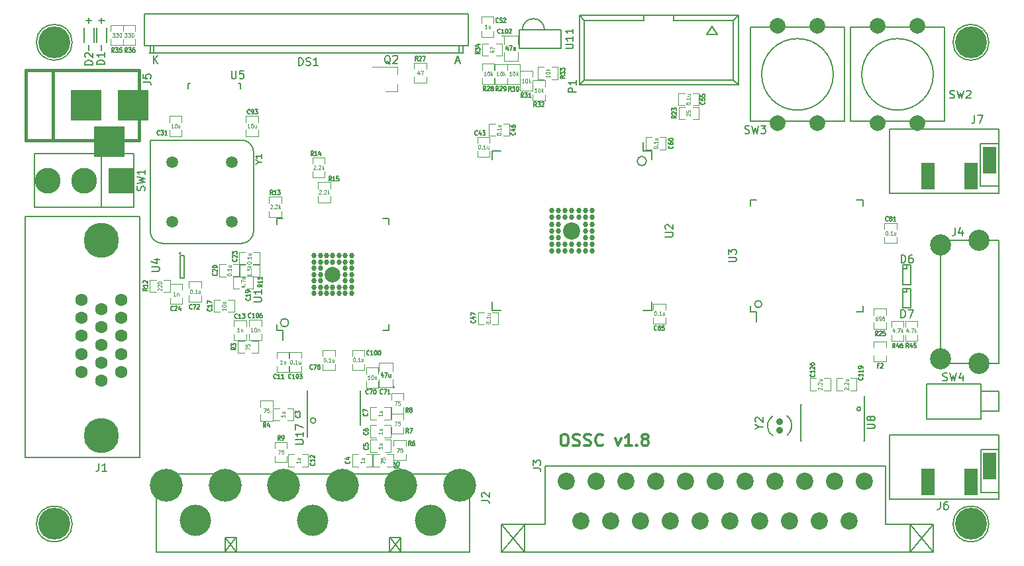
<source format=gbr>
G04 #@! TF.GenerationSoftware,KiCad,Pcbnew,7.0.6+dfsg-1*
G04 #@! TF.CreationDate,2023-08-01T21:26:43+03:00*
G04 #@! TF.ProjectId,ossc_board,6f737363-5f62-46f6-9172-642e6b696361,rev?*
G04 #@! TF.SameCoordinates,Original*
G04 #@! TF.FileFunction,Legend,Top*
G04 #@! TF.FilePolarity,Positive*
%FSLAX46Y46*%
G04 Gerber Fmt 4.6, Leading zero omitted, Abs format (unit mm)*
G04 Created by KiCad (PCBNEW 7.0.6+dfsg-1) date 2023-08-01 21:26:43*
%MOMM*%
%LPD*%
G01*
G04 APERTURE LIST*
%ADD10C,0.300000*%
%ADD11C,0.127000*%
%ADD12C,0.114300*%
%ADD13C,0.203200*%
%ADD14C,0.150000*%
%ADD15C,0.119380*%
%ADD16C,0.099060*%
%ADD17C,0.381000*%
%ADD18C,0.120000*%
%ADD19R,4.000000X4.000000*%
%ADD20C,1.600000*%
%ADD21C,4.500000*%
%ADD22C,4.064000*%
%ADD23C,0.690000*%
%ADD24C,2.000000*%
%ADD25C,4.200000*%
%ADD26C,4.000000*%
%ADD27C,2.200000*%
%ADD28R,3.300000X3.300000*%
%ADD29C,3.300000*%
%ADD30R,1.700000X3.500000*%
%ADD31C,2.700000*%
%ADD32C,0.900000*%
%ADD33C,1.500000*%
G04 APERTURE END LIST*
D10*
X76223001Y-70704328D02*
X76508715Y-70704328D01*
X76508715Y-70704328D02*
X76651572Y-70775757D01*
X76651572Y-70775757D02*
X76794429Y-70918614D01*
X76794429Y-70918614D02*
X76865858Y-71204328D01*
X76865858Y-71204328D02*
X76865858Y-71704328D01*
X76865858Y-71704328D02*
X76794429Y-71990042D01*
X76794429Y-71990042D02*
X76651572Y-72132900D01*
X76651572Y-72132900D02*
X76508715Y-72204328D01*
X76508715Y-72204328D02*
X76223001Y-72204328D01*
X76223001Y-72204328D02*
X76080144Y-72132900D01*
X76080144Y-72132900D02*
X75937286Y-71990042D01*
X75937286Y-71990042D02*
X75865858Y-71704328D01*
X75865858Y-71704328D02*
X75865858Y-71204328D01*
X75865858Y-71204328D02*
X75937286Y-70918614D01*
X75937286Y-70918614D02*
X76080144Y-70775757D01*
X76080144Y-70775757D02*
X76223001Y-70704328D01*
X77437287Y-72132900D02*
X77651573Y-72204328D01*
X77651573Y-72204328D02*
X78008715Y-72204328D01*
X78008715Y-72204328D02*
X78151573Y-72132900D01*
X78151573Y-72132900D02*
X78223001Y-72061471D01*
X78223001Y-72061471D02*
X78294430Y-71918614D01*
X78294430Y-71918614D02*
X78294430Y-71775757D01*
X78294430Y-71775757D02*
X78223001Y-71632900D01*
X78223001Y-71632900D02*
X78151573Y-71561471D01*
X78151573Y-71561471D02*
X78008715Y-71490042D01*
X78008715Y-71490042D02*
X77723001Y-71418614D01*
X77723001Y-71418614D02*
X77580144Y-71347185D01*
X77580144Y-71347185D02*
X77508715Y-71275757D01*
X77508715Y-71275757D02*
X77437287Y-71132900D01*
X77437287Y-71132900D02*
X77437287Y-70990042D01*
X77437287Y-70990042D02*
X77508715Y-70847185D01*
X77508715Y-70847185D02*
X77580144Y-70775757D01*
X77580144Y-70775757D02*
X77723001Y-70704328D01*
X77723001Y-70704328D02*
X78080144Y-70704328D01*
X78080144Y-70704328D02*
X78294430Y-70775757D01*
X78865858Y-72132900D02*
X79080144Y-72204328D01*
X79080144Y-72204328D02*
X79437286Y-72204328D01*
X79437286Y-72204328D02*
X79580144Y-72132900D01*
X79580144Y-72132900D02*
X79651572Y-72061471D01*
X79651572Y-72061471D02*
X79723001Y-71918614D01*
X79723001Y-71918614D02*
X79723001Y-71775757D01*
X79723001Y-71775757D02*
X79651572Y-71632900D01*
X79651572Y-71632900D02*
X79580144Y-71561471D01*
X79580144Y-71561471D02*
X79437286Y-71490042D01*
X79437286Y-71490042D02*
X79151572Y-71418614D01*
X79151572Y-71418614D02*
X79008715Y-71347185D01*
X79008715Y-71347185D02*
X78937286Y-71275757D01*
X78937286Y-71275757D02*
X78865858Y-71132900D01*
X78865858Y-71132900D02*
X78865858Y-70990042D01*
X78865858Y-70990042D02*
X78937286Y-70847185D01*
X78937286Y-70847185D02*
X79008715Y-70775757D01*
X79008715Y-70775757D02*
X79151572Y-70704328D01*
X79151572Y-70704328D02*
X79508715Y-70704328D01*
X79508715Y-70704328D02*
X79723001Y-70775757D01*
X81223000Y-72061471D02*
X81151572Y-72132900D01*
X81151572Y-72132900D02*
X80937286Y-72204328D01*
X80937286Y-72204328D02*
X80794429Y-72204328D01*
X80794429Y-72204328D02*
X80580143Y-72132900D01*
X80580143Y-72132900D02*
X80437286Y-71990042D01*
X80437286Y-71990042D02*
X80365857Y-71847185D01*
X80365857Y-71847185D02*
X80294429Y-71561471D01*
X80294429Y-71561471D02*
X80294429Y-71347185D01*
X80294429Y-71347185D02*
X80365857Y-71061471D01*
X80365857Y-71061471D02*
X80437286Y-70918614D01*
X80437286Y-70918614D02*
X80580143Y-70775757D01*
X80580143Y-70775757D02*
X80794429Y-70704328D01*
X80794429Y-70704328D02*
X80937286Y-70704328D01*
X80937286Y-70704328D02*
X81151572Y-70775757D01*
X81151572Y-70775757D02*
X81223000Y-70847185D01*
X82865857Y-71204328D02*
X83223000Y-72204328D01*
X83223000Y-72204328D02*
X83580143Y-71204328D01*
X84937286Y-72204328D02*
X84080143Y-72204328D01*
X84508714Y-72204328D02*
X84508714Y-70704328D01*
X84508714Y-70704328D02*
X84365857Y-70918614D01*
X84365857Y-70918614D02*
X84223000Y-71061471D01*
X84223000Y-71061471D02*
X84080143Y-71132900D01*
X85580142Y-72061471D02*
X85651571Y-72132900D01*
X85651571Y-72132900D02*
X85580142Y-72204328D01*
X85580142Y-72204328D02*
X85508714Y-72132900D01*
X85508714Y-72132900D02*
X85580142Y-72061471D01*
X85580142Y-72061471D02*
X85580142Y-72204328D01*
X86508714Y-71347185D02*
X86365857Y-71275757D01*
X86365857Y-71275757D02*
X86294428Y-71204328D01*
X86294428Y-71204328D02*
X86223000Y-71061471D01*
X86223000Y-71061471D02*
X86223000Y-70990042D01*
X86223000Y-70990042D02*
X86294428Y-70847185D01*
X86294428Y-70847185D02*
X86365857Y-70775757D01*
X86365857Y-70775757D02*
X86508714Y-70704328D01*
X86508714Y-70704328D02*
X86794428Y-70704328D01*
X86794428Y-70704328D02*
X86937286Y-70775757D01*
X86937286Y-70775757D02*
X87008714Y-70847185D01*
X87008714Y-70847185D02*
X87080143Y-70990042D01*
X87080143Y-70990042D02*
X87080143Y-71061471D01*
X87080143Y-71061471D02*
X87008714Y-71204328D01*
X87008714Y-71204328D02*
X86937286Y-71275757D01*
X86937286Y-71275757D02*
X86794428Y-71347185D01*
X86794428Y-71347185D02*
X86508714Y-71347185D01*
X86508714Y-71347185D02*
X86365857Y-71418614D01*
X86365857Y-71418614D02*
X86294428Y-71490042D01*
X86294428Y-71490042D02*
X86223000Y-71632900D01*
X86223000Y-71632900D02*
X86223000Y-71918614D01*
X86223000Y-71918614D02*
X86294428Y-72061471D01*
X86294428Y-72061471D02*
X86365857Y-72132900D01*
X86365857Y-72132900D02*
X86508714Y-72204328D01*
X86508714Y-72204328D02*
X86794428Y-72204328D01*
X86794428Y-72204328D02*
X86937286Y-72132900D01*
X86937286Y-72132900D02*
X87008714Y-72061471D01*
X87008714Y-72061471D02*
X87080143Y-71918614D01*
X87080143Y-71918614D02*
X87080143Y-71632900D01*
X87080143Y-71632900D02*
X87008714Y-71490042D01*
X87008714Y-71490042D02*
X86937286Y-71418614D01*
X86937286Y-71418614D02*
X86794428Y-71347185D01*
D11*
X42499019Y-68273666D02*
X42526839Y-68297857D01*
X42526839Y-68297857D02*
X42554658Y-68370428D01*
X42554658Y-68370428D02*
X42554658Y-68418809D01*
X42554658Y-68418809D02*
X42526839Y-68491381D01*
X42526839Y-68491381D02*
X42471200Y-68539762D01*
X42471200Y-68539762D02*
X42415562Y-68563952D01*
X42415562Y-68563952D02*
X42304286Y-68588143D01*
X42304286Y-68588143D02*
X42220829Y-68588143D01*
X42220829Y-68588143D02*
X42109553Y-68563952D01*
X42109553Y-68563952D02*
X42053915Y-68539762D01*
X42053915Y-68539762D02*
X41998277Y-68491381D01*
X41998277Y-68491381D02*
X41970458Y-68418809D01*
X41970458Y-68418809D02*
X41970458Y-68370428D01*
X41970458Y-68370428D02*
X41998277Y-68297857D01*
X41998277Y-68297857D02*
X42026096Y-68273666D01*
X41970458Y-68104333D02*
X41970458Y-67789857D01*
X41970458Y-67789857D02*
X42193010Y-67959190D01*
X42193010Y-67959190D02*
X42193010Y-67886619D01*
X42193010Y-67886619D02*
X42220829Y-67838238D01*
X42220829Y-67838238D02*
X42248648Y-67814047D01*
X42248648Y-67814047D02*
X42304286Y-67789857D01*
X42304286Y-67789857D02*
X42443381Y-67789857D01*
X42443381Y-67789857D02*
X42499019Y-67814047D01*
X42499019Y-67814047D02*
X42526839Y-67838238D01*
X42526839Y-67838238D02*
X42554658Y-67886619D01*
X42554658Y-67886619D02*
X42554658Y-68031762D01*
X42554658Y-68031762D02*
X42526839Y-68080143D01*
X42526839Y-68080143D02*
X42499019Y-68104333D01*
D12*
X40625566Y-68248900D02*
X40625566Y-68510157D01*
X40625566Y-68379528D02*
X40117566Y-68379528D01*
X40117566Y-68379528D02*
X40190137Y-68423071D01*
X40190137Y-68423071D02*
X40238518Y-68466614D01*
X40238518Y-68466614D02*
X40262709Y-68510157D01*
X40286899Y-67857014D02*
X40625566Y-67857014D01*
X40286899Y-68052956D02*
X40552995Y-68052956D01*
X40552995Y-68052956D02*
X40601376Y-68031185D01*
X40601376Y-68031185D02*
X40625566Y-67987642D01*
X40625566Y-67987642D02*
X40625566Y-67922328D01*
X40625566Y-67922328D02*
X40601376Y-67878785D01*
X40601376Y-67878785D02*
X40577185Y-67857014D01*
D11*
X48869019Y-74158666D02*
X48896839Y-74182857D01*
X48896839Y-74182857D02*
X48924658Y-74255428D01*
X48924658Y-74255428D02*
X48924658Y-74303809D01*
X48924658Y-74303809D02*
X48896839Y-74376381D01*
X48896839Y-74376381D02*
X48841200Y-74424762D01*
X48841200Y-74424762D02*
X48785562Y-74448952D01*
X48785562Y-74448952D02*
X48674286Y-74473143D01*
X48674286Y-74473143D02*
X48590829Y-74473143D01*
X48590829Y-74473143D02*
X48479553Y-74448952D01*
X48479553Y-74448952D02*
X48423915Y-74424762D01*
X48423915Y-74424762D02*
X48368277Y-74376381D01*
X48368277Y-74376381D02*
X48340458Y-74303809D01*
X48340458Y-74303809D02*
X48340458Y-74255428D01*
X48340458Y-74255428D02*
X48368277Y-74182857D01*
X48368277Y-74182857D02*
X48396096Y-74158666D01*
X48535191Y-73723238D02*
X48924658Y-73723238D01*
X48312639Y-73844190D02*
X48729924Y-73965143D01*
X48729924Y-73965143D02*
X48729924Y-73650666D01*
D12*
X50747466Y-74142200D02*
X50747466Y-74403457D01*
X50747466Y-74272828D02*
X50239466Y-74272828D01*
X50239466Y-74272828D02*
X50312037Y-74316371D01*
X50312037Y-74316371D02*
X50360418Y-74359914D01*
X50360418Y-74359914D02*
X50384609Y-74403457D01*
X50408799Y-73750314D02*
X50747466Y-73750314D01*
X50408799Y-73946256D02*
X50674895Y-73946256D01*
X50674895Y-73946256D02*
X50723276Y-73924485D01*
X50723276Y-73924485D02*
X50747466Y-73880942D01*
X50747466Y-73880942D02*
X50747466Y-73815628D01*
X50747466Y-73815628D02*
X50723276Y-73772085D01*
X50723276Y-73772085D02*
X50699085Y-73750314D01*
D11*
X51206019Y-72347666D02*
X51233839Y-72371857D01*
X51233839Y-72371857D02*
X51261658Y-72444428D01*
X51261658Y-72444428D02*
X51261658Y-72492809D01*
X51261658Y-72492809D02*
X51233839Y-72565381D01*
X51233839Y-72565381D02*
X51178200Y-72613762D01*
X51178200Y-72613762D02*
X51122562Y-72637952D01*
X51122562Y-72637952D02*
X51011286Y-72662143D01*
X51011286Y-72662143D02*
X50927829Y-72662143D01*
X50927829Y-72662143D02*
X50816553Y-72637952D01*
X50816553Y-72637952D02*
X50760915Y-72613762D01*
X50760915Y-72613762D02*
X50705277Y-72565381D01*
X50705277Y-72565381D02*
X50677458Y-72492809D01*
X50677458Y-72492809D02*
X50677458Y-72444428D01*
X50677458Y-72444428D02*
X50705277Y-72371857D01*
X50705277Y-72371857D02*
X50733096Y-72347666D01*
X50677458Y-71888047D02*
X50677458Y-72129952D01*
X50677458Y-72129952D02*
X50955648Y-72154143D01*
X50955648Y-72154143D02*
X50927829Y-72129952D01*
X50927829Y-72129952D02*
X50900010Y-72081571D01*
X50900010Y-72081571D02*
X50900010Y-71960619D01*
X50900010Y-71960619D02*
X50927829Y-71912238D01*
X50927829Y-71912238D02*
X50955648Y-71888047D01*
X50955648Y-71888047D02*
X51011286Y-71863857D01*
X51011286Y-71863857D02*
X51150381Y-71863857D01*
X51150381Y-71863857D02*
X51206019Y-71888047D01*
X51206019Y-71888047D02*
X51233839Y-71912238D01*
X51233839Y-71912238D02*
X51261658Y-71960619D01*
X51261658Y-71960619D02*
X51261658Y-72081571D01*
X51261658Y-72081571D02*
X51233839Y-72129952D01*
X51233839Y-72129952D02*
X51206019Y-72154143D01*
D12*
X53071566Y-72300200D02*
X53071566Y-72561457D01*
X53071566Y-72430828D02*
X52563566Y-72430828D01*
X52563566Y-72430828D02*
X52636137Y-72474371D01*
X52636137Y-72474371D02*
X52684518Y-72517914D01*
X52684518Y-72517914D02*
X52708709Y-72561457D01*
X52732899Y-71908314D02*
X53071566Y-71908314D01*
X52732899Y-72104256D02*
X52998995Y-72104256D01*
X52998995Y-72104256D02*
X53047376Y-72082485D01*
X53047376Y-72082485D02*
X53071566Y-72038942D01*
X53071566Y-72038942D02*
X53071566Y-71973628D01*
X53071566Y-71973628D02*
X53047376Y-71930085D01*
X53047376Y-71930085D02*
X53023185Y-71908314D01*
D11*
X51193019Y-70478666D02*
X51220839Y-70502857D01*
X51220839Y-70502857D02*
X51248658Y-70575428D01*
X51248658Y-70575428D02*
X51248658Y-70623809D01*
X51248658Y-70623809D02*
X51220839Y-70696381D01*
X51220839Y-70696381D02*
X51165200Y-70744762D01*
X51165200Y-70744762D02*
X51109562Y-70768952D01*
X51109562Y-70768952D02*
X50998286Y-70793143D01*
X50998286Y-70793143D02*
X50914829Y-70793143D01*
X50914829Y-70793143D02*
X50803553Y-70768952D01*
X50803553Y-70768952D02*
X50747915Y-70744762D01*
X50747915Y-70744762D02*
X50692277Y-70696381D01*
X50692277Y-70696381D02*
X50664458Y-70623809D01*
X50664458Y-70623809D02*
X50664458Y-70575428D01*
X50664458Y-70575428D02*
X50692277Y-70502857D01*
X50692277Y-70502857D02*
X50720096Y-70478666D01*
X50664458Y-70043238D02*
X50664458Y-70140000D01*
X50664458Y-70140000D02*
X50692277Y-70188381D01*
X50692277Y-70188381D02*
X50720096Y-70212571D01*
X50720096Y-70212571D02*
X50803553Y-70260952D01*
X50803553Y-70260952D02*
X50914829Y-70285143D01*
X50914829Y-70285143D02*
X51137381Y-70285143D01*
X51137381Y-70285143D02*
X51193019Y-70260952D01*
X51193019Y-70260952D02*
X51220839Y-70236762D01*
X51220839Y-70236762D02*
X51248658Y-70188381D01*
X51248658Y-70188381D02*
X51248658Y-70091619D01*
X51248658Y-70091619D02*
X51220839Y-70043238D01*
X51220839Y-70043238D02*
X51193019Y-70019047D01*
X51193019Y-70019047D02*
X51137381Y-69994857D01*
X51137381Y-69994857D02*
X50998286Y-69994857D01*
X50998286Y-69994857D02*
X50942648Y-70019047D01*
X50942648Y-70019047D02*
X50914829Y-70043238D01*
X50914829Y-70043238D02*
X50887010Y-70091619D01*
X50887010Y-70091619D02*
X50887010Y-70188381D01*
X50887010Y-70188381D02*
X50914829Y-70236762D01*
X50914829Y-70236762D02*
X50942648Y-70260952D01*
X50942648Y-70260952D02*
X50998286Y-70285143D01*
D12*
X53046166Y-70433300D02*
X53046166Y-70694557D01*
X53046166Y-70563928D02*
X52538166Y-70563928D01*
X52538166Y-70563928D02*
X52610737Y-70607471D01*
X52610737Y-70607471D02*
X52659118Y-70651014D01*
X52659118Y-70651014D02*
X52683309Y-70694557D01*
X52707499Y-70041414D02*
X53046166Y-70041414D01*
X52707499Y-70237356D02*
X52973595Y-70237356D01*
X52973595Y-70237356D02*
X53021976Y-70215585D01*
X53021976Y-70215585D02*
X53046166Y-70172042D01*
X53046166Y-70172042D02*
X53046166Y-70106728D01*
X53046166Y-70106728D02*
X53021976Y-70063185D01*
X53021976Y-70063185D02*
X52997785Y-70041414D01*
D11*
X51155019Y-68054666D02*
X51182839Y-68078857D01*
X51182839Y-68078857D02*
X51210658Y-68151428D01*
X51210658Y-68151428D02*
X51210658Y-68199809D01*
X51210658Y-68199809D02*
X51182839Y-68272381D01*
X51182839Y-68272381D02*
X51127200Y-68320762D01*
X51127200Y-68320762D02*
X51071562Y-68344952D01*
X51071562Y-68344952D02*
X50960286Y-68369143D01*
X50960286Y-68369143D02*
X50876829Y-68369143D01*
X50876829Y-68369143D02*
X50765553Y-68344952D01*
X50765553Y-68344952D02*
X50709915Y-68320762D01*
X50709915Y-68320762D02*
X50654277Y-68272381D01*
X50654277Y-68272381D02*
X50626458Y-68199809D01*
X50626458Y-68199809D02*
X50626458Y-68151428D01*
X50626458Y-68151428D02*
X50654277Y-68078857D01*
X50654277Y-68078857D02*
X50682096Y-68054666D01*
X50626458Y-67885333D02*
X50626458Y-67546666D01*
X50626458Y-67546666D02*
X51210658Y-67764381D01*
D12*
X53046166Y-68134600D02*
X53046166Y-68395857D01*
X53046166Y-68265228D02*
X52538166Y-68265228D01*
X52538166Y-68265228D02*
X52610737Y-68308771D01*
X52610737Y-68308771D02*
X52659118Y-68352314D01*
X52659118Y-68352314D02*
X52683309Y-68395857D01*
X52707499Y-67742714D02*
X53046166Y-67742714D01*
X52707499Y-67938656D02*
X52973595Y-67938656D01*
X52973595Y-67938656D02*
X53021976Y-67916885D01*
X53021976Y-67916885D02*
X53046166Y-67873342D01*
X53046166Y-67873342D02*
X53046166Y-67808028D01*
X53046166Y-67808028D02*
X53021976Y-67764485D01*
X53021976Y-67764485D02*
X52997785Y-67742714D01*
D11*
X39510428Y-63540019D02*
X39486237Y-63567839D01*
X39486237Y-63567839D02*
X39413666Y-63595658D01*
X39413666Y-63595658D02*
X39365285Y-63595658D01*
X39365285Y-63595658D02*
X39292713Y-63567839D01*
X39292713Y-63567839D02*
X39244332Y-63512200D01*
X39244332Y-63512200D02*
X39220142Y-63456562D01*
X39220142Y-63456562D02*
X39195951Y-63345286D01*
X39195951Y-63345286D02*
X39195951Y-63261829D01*
X39195951Y-63261829D02*
X39220142Y-63150553D01*
X39220142Y-63150553D02*
X39244332Y-63094915D01*
X39244332Y-63094915D02*
X39292713Y-63039277D01*
X39292713Y-63039277D02*
X39365285Y-63011458D01*
X39365285Y-63011458D02*
X39413666Y-63011458D01*
X39413666Y-63011458D02*
X39486237Y-63039277D01*
X39486237Y-63039277D02*
X39510428Y-63067096D01*
X39994237Y-63595658D02*
X39703951Y-63595658D01*
X39849094Y-63595658D02*
X39849094Y-63011458D01*
X39849094Y-63011458D02*
X39800713Y-63094915D01*
X39800713Y-63094915D02*
X39752332Y-63150553D01*
X39752332Y-63150553D02*
X39703951Y-63178372D01*
X40478047Y-63595658D02*
X40187761Y-63595658D01*
X40332904Y-63595658D02*
X40332904Y-63011458D01*
X40332904Y-63011458D02*
X40284523Y-63094915D01*
X40284523Y-63094915D02*
X40236142Y-63150553D01*
X40236142Y-63150553D02*
X40187761Y-63178372D01*
D12*
X40282199Y-61734266D02*
X40020942Y-61734266D01*
X40151571Y-61734266D02*
X40151571Y-61226266D01*
X40151571Y-61226266D02*
X40108028Y-61298837D01*
X40108028Y-61298837D02*
X40064485Y-61347218D01*
X40064485Y-61347218D02*
X40020942Y-61371409D01*
X40478143Y-61395599D02*
X40478143Y-61734266D01*
X40478143Y-61443980D02*
X40499914Y-61419790D01*
X40499914Y-61419790D02*
X40543457Y-61395599D01*
X40543457Y-61395599D02*
X40608771Y-61395599D01*
X40608771Y-61395599D02*
X40652314Y-61419790D01*
X40652314Y-61419790D02*
X40674086Y-61468171D01*
X40674086Y-61468171D02*
X40674086Y-61734266D01*
D11*
X44379019Y-74387571D02*
X44406839Y-74411762D01*
X44406839Y-74411762D02*
X44434658Y-74484333D01*
X44434658Y-74484333D02*
X44434658Y-74532714D01*
X44434658Y-74532714D02*
X44406839Y-74605286D01*
X44406839Y-74605286D02*
X44351200Y-74653667D01*
X44351200Y-74653667D02*
X44295562Y-74677857D01*
X44295562Y-74677857D02*
X44184286Y-74702048D01*
X44184286Y-74702048D02*
X44100829Y-74702048D01*
X44100829Y-74702048D02*
X43989553Y-74677857D01*
X43989553Y-74677857D02*
X43933915Y-74653667D01*
X43933915Y-74653667D02*
X43878277Y-74605286D01*
X43878277Y-74605286D02*
X43850458Y-74532714D01*
X43850458Y-74532714D02*
X43850458Y-74484333D01*
X43850458Y-74484333D02*
X43878277Y-74411762D01*
X43878277Y-74411762D02*
X43906096Y-74387571D01*
X44434658Y-73903762D02*
X44434658Y-74194048D01*
X44434658Y-74048905D02*
X43850458Y-74048905D01*
X43850458Y-74048905D02*
X43933915Y-74097286D01*
X43933915Y-74097286D02*
X43989553Y-74145667D01*
X43989553Y-74145667D02*
X44017372Y-74194048D01*
X43906096Y-73710238D02*
X43878277Y-73686047D01*
X43878277Y-73686047D02*
X43850458Y-73637666D01*
X43850458Y-73637666D02*
X43850458Y-73516714D01*
X43850458Y-73516714D02*
X43878277Y-73468333D01*
X43878277Y-73468333D02*
X43906096Y-73444142D01*
X43906096Y-73444142D02*
X43961734Y-73419952D01*
X43961734Y-73419952D02*
X44017372Y-73419952D01*
X44017372Y-73419952D02*
X44100829Y-73444142D01*
X44100829Y-73444142D02*
X44434658Y-73734428D01*
X44434658Y-73734428D02*
X44434658Y-73419952D01*
D12*
X42530066Y-74142200D02*
X42530066Y-74403457D01*
X42530066Y-74272828D02*
X42022066Y-74272828D01*
X42022066Y-74272828D02*
X42094637Y-74316371D01*
X42094637Y-74316371D02*
X42143018Y-74359914D01*
X42143018Y-74359914D02*
X42167209Y-74403457D01*
X42191399Y-73750314D02*
X42530066Y-73750314D01*
X42191399Y-73946256D02*
X42457495Y-73946256D01*
X42457495Y-73946256D02*
X42505876Y-73924485D01*
X42505876Y-73924485D02*
X42530066Y-73880942D01*
X42530066Y-73880942D02*
X42530066Y-73815628D01*
X42530066Y-73815628D02*
X42505876Y-73772085D01*
X42505876Y-73772085D02*
X42481685Y-73750314D01*
D11*
X34519428Y-55819019D02*
X34495237Y-55846839D01*
X34495237Y-55846839D02*
X34422666Y-55874658D01*
X34422666Y-55874658D02*
X34374285Y-55874658D01*
X34374285Y-55874658D02*
X34301713Y-55846839D01*
X34301713Y-55846839D02*
X34253332Y-55791200D01*
X34253332Y-55791200D02*
X34229142Y-55735562D01*
X34229142Y-55735562D02*
X34204951Y-55624286D01*
X34204951Y-55624286D02*
X34204951Y-55540829D01*
X34204951Y-55540829D02*
X34229142Y-55429553D01*
X34229142Y-55429553D02*
X34253332Y-55373915D01*
X34253332Y-55373915D02*
X34301713Y-55318277D01*
X34301713Y-55318277D02*
X34374285Y-55290458D01*
X34374285Y-55290458D02*
X34422666Y-55290458D01*
X34422666Y-55290458D02*
X34495237Y-55318277D01*
X34495237Y-55318277D02*
X34519428Y-55346096D01*
X35003237Y-55874658D02*
X34712951Y-55874658D01*
X34858094Y-55874658D02*
X34858094Y-55290458D01*
X34858094Y-55290458D02*
X34809713Y-55373915D01*
X34809713Y-55373915D02*
X34761332Y-55429553D01*
X34761332Y-55429553D02*
X34712951Y-55457372D01*
X35172571Y-55290458D02*
X35487047Y-55290458D01*
X35487047Y-55290458D02*
X35317714Y-55513010D01*
X35317714Y-55513010D02*
X35390285Y-55513010D01*
X35390285Y-55513010D02*
X35438666Y-55540829D01*
X35438666Y-55540829D02*
X35462857Y-55568648D01*
X35462857Y-55568648D02*
X35487047Y-55624286D01*
X35487047Y-55624286D02*
X35487047Y-55763381D01*
X35487047Y-55763381D02*
X35462857Y-55819019D01*
X35462857Y-55819019D02*
X35438666Y-55846839D01*
X35438666Y-55846839D02*
X35390285Y-55874658D01*
X35390285Y-55874658D02*
X35245142Y-55874658D01*
X35245142Y-55874658D02*
X35196761Y-55846839D01*
X35196761Y-55846839D02*
X35172571Y-55819019D01*
D12*
X34795799Y-57644866D02*
X34534542Y-57644866D01*
X34665171Y-57644866D02*
X34665171Y-57136866D01*
X34665171Y-57136866D02*
X34621628Y-57209437D01*
X34621628Y-57209437D02*
X34578085Y-57257818D01*
X34578085Y-57257818D02*
X34534542Y-57282009D01*
X34991743Y-57306199D02*
X34991743Y-57644866D01*
X34991743Y-57354580D02*
X35013514Y-57330390D01*
X35013514Y-57330390D02*
X35057057Y-57306199D01*
X35057057Y-57306199D02*
X35122371Y-57306199D01*
X35122371Y-57306199D02*
X35165914Y-57330390D01*
X35165914Y-57330390D02*
X35187686Y-57378771D01*
X35187686Y-57378771D02*
X35187686Y-57644866D01*
D11*
X31219219Y-54643571D02*
X31247039Y-54667762D01*
X31247039Y-54667762D02*
X31274858Y-54740333D01*
X31274858Y-54740333D02*
X31274858Y-54788714D01*
X31274858Y-54788714D02*
X31247039Y-54861286D01*
X31247039Y-54861286D02*
X31191400Y-54909667D01*
X31191400Y-54909667D02*
X31135762Y-54933857D01*
X31135762Y-54933857D02*
X31024486Y-54958048D01*
X31024486Y-54958048D02*
X30941029Y-54958048D01*
X30941029Y-54958048D02*
X30829753Y-54933857D01*
X30829753Y-54933857D02*
X30774115Y-54909667D01*
X30774115Y-54909667D02*
X30718477Y-54861286D01*
X30718477Y-54861286D02*
X30690658Y-54788714D01*
X30690658Y-54788714D02*
X30690658Y-54740333D01*
X30690658Y-54740333D02*
X30718477Y-54667762D01*
X30718477Y-54667762D02*
X30746296Y-54643571D01*
X31274858Y-54159762D02*
X31274858Y-54450048D01*
X31274858Y-54304905D02*
X30690658Y-54304905D01*
X30690658Y-54304905D02*
X30774115Y-54353286D01*
X30774115Y-54353286D02*
X30829753Y-54401667D01*
X30829753Y-54401667D02*
X30857572Y-54450048D01*
X30690658Y-53990428D02*
X30690658Y-53651761D01*
X30690658Y-53651761D02*
X31274858Y-53869476D01*
D12*
X33069066Y-54610914D02*
X33069066Y-54872171D01*
X33069066Y-54741542D02*
X32561066Y-54741542D01*
X32561066Y-54741542D02*
X32633637Y-54785085D01*
X32633637Y-54785085D02*
X32682018Y-54828628D01*
X32682018Y-54828628D02*
X32706209Y-54872171D01*
X32561066Y-54327885D02*
X32561066Y-54284342D01*
X32561066Y-54284342D02*
X32585256Y-54240799D01*
X32585256Y-54240799D02*
X32609447Y-54219028D01*
X32609447Y-54219028D02*
X32657828Y-54197256D01*
X32657828Y-54197256D02*
X32754590Y-54175485D01*
X32754590Y-54175485D02*
X32875542Y-54175485D01*
X32875542Y-54175485D02*
X32972304Y-54197256D01*
X32972304Y-54197256D02*
X33020685Y-54219028D01*
X33020685Y-54219028D02*
X33044876Y-54240799D01*
X33044876Y-54240799D02*
X33069066Y-54284342D01*
X33069066Y-54284342D02*
X33069066Y-54327885D01*
X33069066Y-54327885D02*
X33044876Y-54371428D01*
X33044876Y-54371428D02*
X33020685Y-54393199D01*
X33020685Y-54393199D02*
X32972304Y-54414970D01*
X32972304Y-54414970D02*
X32875542Y-54436742D01*
X32875542Y-54436742D02*
X32754590Y-54436742D01*
X32754590Y-54436742D02*
X32657828Y-54414970D01*
X32657828Y-54414970D02*
X32609447Y-54393199D01*
X32609447Y-54393199D02*
X32585256Y-54371428D01*
X32585256Y-54371428D02*
X32561066Y-54327885D01*
X32730399Y-53979541D02*
X33069066Y-53979541D01*
X32778780Y-53979541D02*
X32754590Y-53957770D01*
X32754590Y-53957770D02*
X32730399Y-53914227D01*
X32730399Y-53914227D02*
X32730399Y-53848913D01*
X32730399Y-53848913D02*
X32754590Y-53805370D01*
X32754590Y-53805370D02*
X32802971Y-53783599D01*
X32802971Y-53783599D02*
X33069066Y-53783599D01*
D11*
X36113019Y-53277571D02*
X36140839Y-53301762D01*
X36140839Y-53301762D02*
X36168658Y-53374333D01*
X36168658Y-53374333D02*
X36168658Y-53422714D01*
X36168658Y-53422714D02*
X36140839Y-53495286D01*
X36140839Y-53495286D02*
X36085200Y-53543667D01*
X36085200Y-53543667D02*
X36029562Y-53567857D01*
X36029562Y-53567857D02*
X35918286Y-53592048D01*
X35918286Y-53592048D02*
X35834829Y-53592048D01*
X35834829Y-53592048D02*
X35723553Y-53567857D01*
X35723553Y-53567857D02*
X35667915Y-53543667D01*
X35667915Y-53543667D02*
X35612277Y-53495286D01*
X35612277Y-53495286D02*
X35584458Y-53422714D01*
X35584458Y-53422714D02*
X35584458Y-53374333D01*
X35584458Y-53374333D02*
X35612277Y-53301762D01*
X35612277Y-53301762D02*
X35640096Y-53277571D01*
X36168658Y-52793762D02*
X36168658Y-53084048D01*
X36168658Y-52938905D02*
X35584458Y-52938905D01*
X35584458Y-52938905D02*
X35667915Y-52987286D01*
X35667915Y-52987286D02*
X35723553Y-53035667D01*
X35723553Y-53035667D02*
X35751372Y-53084048D01*
X36168658Y-52551857D02*
X36168658Y-52455095D01*
X36168658Y-52455095D02*
X36140839Y-52406714D01*
X36140839Y-52406714D02*
X36113019Y-52382523D01*
X36113019Y-52382523D02*
X36029562Y-52334142D01*
X36029562Y-52334142D02*
X35918286Y-52309952D01*
X35918286Y-52309952D02*
X35695734Y-52309952D01*
X35695734Y-52309952D02*
X35640096Y-52334142D01*
X35640096Y-52334142D02*
X35612277Y-52358333D01*
X35612277Y-52358333D02*
X35584458Y-52406714D01*
X35584458Y-52406714D02*
X35584458Y-52503476D01*
X35584458Y-52503476D02*
X35612277Y-52551857D01*
X35612277Y-52551857D02*
X35640096Y-52576047D01*
X35640096Y-52576047D02*
X35695734Y-52600238D01*
X35695734Y-52600238D02*
X35834829Y-52600238D01*
X35834829Y-52600238D02*
X35890467Y-52576047D01*
X35890467Y-52576047D02*
X35918286Y-52551857D01*
X35918286Y-52551857D02*
X35946105Y-52503476D01*
X35946105Y-52503476D02*
X35946105Y-52406714D01*
X35946105Y-52406714D02*
X35918286Y-52358333D01*
X35918286Y-52358333D02*
X35890467Y-52334142D01*
X35890467Y-52334142D02*
X35834829Y-52309952D01*
D12*
X35167399Y-51729314D02*
X35506066Y-51729314D01*
X34973876Y-51838171D02*
X35336733Y-51947028D01*
X35336733Y-51947028D02*
X35336733Y-51663999D01*
X35457685Y-51489827D02*
X35481876Y-51468056D01*
X35481876Y-51468056D02*
X35506066Y-51489827D01*
X35506066Y-51489827D02*
X35481876Y-51511599D01*
X35481876Y-51511599D02*
X35457685Y-51489827D01*
X35457685Y-51489827D02*
X35506066Y-51489827D01*
X34998066Y-51315656D02*
X34998066Y-51010856D01*
X34998066Y-51010856D02*
X35506066Y-51206799D01*
X35167399Y-50836684D02*
X35506066Y-50836684D01*
X35215780Y-50836684D02*
X35191590Y-50814913D01*
X35191590Y-50814913D02*
X35167399Y-50771370D01*
X35167399Y-50771370D02*
X35167399Y-50706056D01*
X35167399Y-50706056D02*
X35191590Y-50662513D01*
X35191590Y-50662513D02*
X35239971Y-50640742D01*
X35239971Y-50640742D02*
X35506066Y-50640742D01*
D11*
X31907219Y-50105571D02*
X31935039Y-50129762D01*
X31935039Y-50129762D02*
X31962858Y-50202333D01*
X31962858Y-50202333D02*
X31962858Y-50250714D01*
X31962858Y-50250714D02*
X31935039Y-50323286D01*
X31935039Y-50323286D02*
X31879400Y-50371667D01*
X31879400Y-50371667D02*
X31823762Y-50395857D01*
X31823762Y-50395857D02*
X31712486Y-50420048D01*
X31712486Y-50420048D02*
X31629029Y-50420048D01*
X31629029Y-50420048D02*
X31517753Y-50395857D01*
X31517753Y-50395857D02*
X31462115Y-50371667D01*
X31462115Y-50371667D02*
X31406477Y-50323286D01*
X31406477Y-50323286D02*
X31378658Y-50250714D01*
X31378658Y-50250714D02*
X31378658Y-50202333D01*
X31378658Y-50202333D02*
X31406477Y-50129762D01*
X31406477Y-50129762D02*
X31434296Y-50105571D01*
X31434296Y-49912048D02*
X31406477Y-49887857D01*
X31406477Y-49887857D02*
X31378658Y-49839476D01*
X31378658Y-49839476D02*
X31378658Y-49718524D01*
X31378658Y-49718524D02*
X31406477Y-49670143D01*
X31406477Y-49670143D02*
X31434296Y-49645952D01*
X31434296Y-49645952D02*
X31489934Y-49621762D01*
X31489934Y-49621762D02*
X31545572Y-49621762D01*
X31545572Y-49621762D02*
X31629029Y-49645952D01*
X31629029Y-49645952D02*
X31962858Y-49936238D01*
X31962858Y-49936238D02*
X31962858Y-49621762D01*
X31378658Y-49307285D02*
X31378658Y-49258904D01*
X31378658Y-49258904D02*
X31406477Y-49210523D01*
X31406477Y-49210523D02*
X31434296Y-49186333D01*
X31434296Y-49186333D02*
X31489934Y-49162142D01*
X31489934Y-49162142D02*
X31601210Y-49137952D01*
X31601210Y-49137952D02*
X31740305Y-49137952D01*
X31740305Y-49137952D02*
X31851581Y-49162142D01*
X31851581Y-49162142D02*
X31907219Y-49186333D01*
X31907219Y-49186333D02*
X31935039Y-49210523D01*
X31935039Y-49210523D02*
X31962858Y-49258904D01*
X31962858Y-49258904D02*
X31962858Y-49307285D01*
X31962858Y-49307285D02*
X31935039Y-49355666D01*
X31935039Y-49355666D02*
X31907219Y-49379857D01*
X31907219Y-49379857D02*
X31851581Y-49404047D01*
X31851581Y-49404047D02*
X31740305Y-49428238D01*
X31740305Y-49428238D02*
X31601210Y-49428238D01*
X31601210Y-49428238D02*
X31489934Y-49404047D01*
X31489934Y-49404047D02*
X31434296Y-49379857D01*
X31434296Y-49379857D02*
X31406477Y-49355666D01*
X31406477Y-49355666D02*
X31378658Y-49307285D01*
D12*
X33249066Y-50334171D02*
X33249066Y-50290628D01*
X33249066Y-50290628D02*
X33273256Y-50247085D01*
X33273256Y-50247085D02*
X33297447Y-50225314D01*
X33297447Y-50225314D02*
X33345828Y-50203542D01*
X33345828Y-50203542D02*
X33442590Y-50181771D01*
X33442590Y-50181771D02*
X33563542Y-50181771D01*
X33563542Y-50181771D02*
X33660304Y-50203542D01*
X33660304Y-50203542D02*
X33708685Y-50225314D01*
X33708685Y-50225314D02*
X33732876Y-50247085D01*
X33732876Y-50247085D02*
X33757066Y-50290628D01*
X33757066Y-50290628D02*
X33757066Y-50334171D01*
X33757066Y-50334171D02*
X33732876Y-50377714D01*
X33732876Y-50377714D02*
X33708685Y-50399485D01*
X33708685Y-50399485D02*
X33660304Y-50421256D01*
X33660304Y-50421256D02*
X33563542Y-50443028D01*
X33563542Y-50443028D02*
X33442590Y-50443028D01*
X33442590Y-50443028D02*
X33345828Y-50421256D01*
X33345828Y-50421256D02*
X33297447Y-50399485D01*
X33297447Y-50399485D02*
X33273256Y-50377714D01*
X33273256Y-50377714D02*
X33249066Y-50334171D01*
X33708685Y-49985827D02*
X33732876Y-49964056D01*
X33732876Y-49964056D02*
X33757066Y-49985827D01*
X33757066Y-49985827D02*
X33732876Y-50007599D01*
X33732876Y-50007599D02*
X33708685Y-49985827D01*
X33708685Y-49985827D02*
X33757066Y-49985827D01*
X33757066Y-49528628D02*
X33757066Y-49789885D01*
X33757066Y-49659256D02*
X33249066Y-49659256D01*
X33249066Y-49659256D02*
X33321637Y-49702799D01*
X33321637Y-49702799D02*
X33370018Y-49746342D01*
X33370018Y-49746342D02*
X33394209Y-49789885D01*
X33418399Y-49136742D02*
X33757066Y-49136742D01*
X33418399Y-49332684D02*
X33684495Y-49332684D01*
X33684495Y-49332684D02*
X33732876Y-49310913D01*
X33732876Y-49310913D02*
X33757066Y-49267370D01*
X33757066Y-49267370D02*
X33757066Y-49202056D01*
X33757066Y-49202056D02*
X33732876Y-49158513D01*
X33732876Y-49158513D02*
X33708685Y-49136742D01*
D11*
X34429019Y-48317571D02*
X34456839Y-48341762D01*
X34456839Y-48341762D02*
X34484658Y-48414333D01*
X34484658Y-48414333D02*
X34484658Y-48462714D01*
X34484658Y-48462714D02*
X34456839Y-48535286D01*
X34456839Y-48535286D02*
X34401200Y-48583667D01*
X34401200Y-48583667D02*
X34345562Y-48607857D01*
X34345562Y-48607857D02*
X34234286Y-48632048D01*
X34234286Y-48632048D02*
X34150829Y-48632048D01*
X34150829Y-48632048D02*
X34039553Y-48607857D01*
X34039553Y-48607857D02*
X33983915Y-48583667D01*
X33983915Y-48583667D02*
X33928277Y-48535286D01*
X33928277Y-48535286D02*
X33900458Y-48462714D01*
X33900458Y-48462714D02*
X33900458Y-48414333D01*
X33900458Y-48414333D02*
X33928277Y-48341762D01*
X33928277Y-48341762D02*
X33956096Y-48317571D01*
X33956096Y-48124048D02*
X33928277Y-48099857D01*
X33928277Y-48099857D02*
X33900458Y-48051476D01*
X33900458Y-48051476D02*
X33900458Y-47930524D01*
X33900458Y-47930524D02*
X33928277Y-47882143D01*
X33928277Y-47882143D02*
X33956096Y-47857952D01*
X33956096Y-47857952D02*
X34011734Y-47833762D01*
X34011734Y-47833762D02*
X34067372Y-47833762D01*
X34067372Y-47833762D02*
X34150829Y-47857952D01*
X34150829Y-47857952D02*
X34484658Y-48148238D01*
X34484658Y-48148238D02*
X34484658Y-47833762D01*
X33900458Y-47664428D02*
X33900458Y-47349952D01*
X33900458Y-47349952D02*
X34123010Y-47519285D01*
X34123010Y-47519285D02*
X34123010Y-47446714D01*
X34123010Y-47446714D02*
X34150829Y-47398333D01*
X34150829Y-47398333D02*
X34178648Y-47374142D01*
X34178648Y-47374142D02*
X34234286Y-47349952D01*
X34234286Y-47349952D02*
X34373381Y-47349952D01*
X34373381Y-47349952D02*
X34429019Y-47374142D01*
X34429019Y-47374142D02*
X34456839Y-47398333D01*
X34456839Y-47398333D02*
X34484658Y-47446714D01*
X34484658Y-47446714D02*
X34484658Y-47591857D01*
X34484658Y-47591857D02*
X34456839Y-47640238D01*
X34456839Y-47640238D02*
X34429019Y-47664428D01*
D12*
X35783066Y-48820171D02*
X35783066Y-48776628D01*
X35783066Y-48776628D02*
X35807256Y-48733085D01*
X35807256Y-48733085D02*
X35831447Y-48711314D01*
X35831447Y-48711314D02*
X35879828Y-48689542D01*
X35879828Y-48689542D02*
X35976590Y-48667771D01*
X35976590Y-48667771D02*
X36097542Y-48667771D01*
X36097542Y-48667771D02*
X36194304Y-48689542D01*
X36194304Y-48689542D02*
X36242685Y-48711314D01*
X36242685Y-48711314D02*
X36266876Y-48733085D01*
X36266876Y-48733085D02*
X36291066Y-48776628D01*
X36291066Y-48776628D02*
X36291066Y-48820171D01*
X36291066Y-48820171D02*
X36266876Y-48863714D01*
X36266876Y-48863714D02*
X36242685Y-48885485D01*
X36242685Y-48885485D02*
X36194304Y-48907256D01*
X36194304Y-48907256D02*
X36097542Y-48929028D01*
X36097542Y-48929028D02*
X35976590Y-48929028D01*
X35976590Y-48929028D02*
X35879828Y-48907256D01*
X35879828Y-48907256D02*
X35831447Y-48885485D01*
X35831447Y-48885485D02*
X35807256Y-48863714D01*
X35807256Y-48863714D02*
X35783066Y-48820171D01*
X36242685Y-48471827D02*
X36266876Y-48450056D01*
X36266876Y-48450056D02*
X36291066Y-48471827D01*
X36291066Y-48471827D02*
X36266876Y-48493599D01*
X36266876Y-48493599D02*
X36242685Y-48471827D01*
X36242685Y-48471827D02*
X36291066Y-48471827D01*
X36291066Y-48014628D02*
X36291066Y-48275885D01*
X36291066Y-48145256D02*
X35783066Y-48145256D01*
X35783066Y-48145256D02*
X35855637Y-48188799D01*
X35855637Y-48188799D02*
X35904018Y-48232342D01*
X35904018Y-48232342D02*
X35928209Y-48275885D01*
X35952399Y-47622742D02*
X36291066Y-47622742D01*
X35952399Y-47818684D02*
X36218495Y-47818684D01*
X36218495Y-47818684D02*
X36266876Y-47796913D01*
X36266876Y-47796913D02*
X36291066Y-47753370D01*
X36291066Y-47753370D02*
X36291066Y-47688056D01*
X36291066Y-47688056D02*
X36266876Y-47644513D01*
X36266876Y-47644513D02*
X36242685Y-47622742D01*
D11*
X26351428Y-54866019D02*
X26327237Y-54893839D01*
X26327237Y-54893839D02*
X26254666Y-54921658D01*
X26254666Y-54921658D02*
X26206285Y-54921658D01*
X26206285Y-54921658D02*
X26133713Y-54893839D01*
X26133713Y-54893839D02*
X26085332Y-54838200D01*
X26085332Y-54838200D02*
X26061142Y-54782562D01*
X26061142Y-54782562D02*
X26036951Y-54671286D01*
X26036951Y-54671286D02*
X26036951Y-54587829D01*
X26036951Y-54587829D02*
X26061142Y-54476553D01*
X26061142Y-54476553D02*
X26085332Y-54420915D01*
X26085332Y-54420915D02*
X26133713Y-54365277D01*
X26133713Y-54365277D02*
X26206285Y-54337458D01*
X26206285Y-54337458D02*
X26254666Y-54337458D01*
X26254666Y-54337458D02*
X26327237Y-54365277D01*
X26327237Y-54365277D02*
X26351428Y-54393096D01*
X26544951Y-54393096D02*
X26569142Y-54365277D01*
X26569142Y-54365277D02*
X26617523Y-54337458D01*
X26617523Y-54337458D02*
X26738475Y-54337458D01*
X26738475Y-54337458D02*
X26786856Y-54365277D01*
X26786856Y-54365277D02*
X26811047Y-54393096D01*
X26811047Y-54393096D02*
X26835237Y-54448734D01*
X26835237Y-54448734D02*
X26835237Y-54504372D01*
X26835237Y-54504372D02*
X26811047Y-54587829D01*
X26811047Y-54587829D02*
X26520761Y-54921658D01*
X26520761Y-54921658D02*
X26835237Y-54921658D01*
X27270666Y-54532191D02*
X27270666Y-54921658D01*
X27149714Y-54309639D02*
X27028761Y-54726924D01*
X27028761Y-54726924D02*
X27343238Y-54726924D01*
D12*
X26629699Y-53009366D02*
X26368442Y-53009366D01*
X26499071Y-53009366D02*
X26499071Y-52501366D01*
X26499071Y-52501366D02*
X26455528Y-52573937D01*
X26455528Y-52573937D02*
X26411985Y-52622318D01*
X26411985Y-52622318D02*
X26368442Y-52646509D01*
X26825643Y-52670699D02*
X26825643Y-53009366D01*
X26825643Y-52719080D02*
X26847414Y-52694890D01*
X26847414Y-52694890D02*
X26890957Y-52670699D01*
X26890957Y-52670699D02*
X26956271Y-52670699D01*
X26956271Y-52670699D02*
X26999814Y-52694890D01*
X26999814Y-52694890D02*
X27021586Y-52743271D01*
X27021586Y-52743271D02*
X27021586Y-53009366D01*
D11*
X24598428Y-32387019D02*
X24574237Y-32414839D01*
X24574237Y-32414839D02*
X24501666Y-32442658D01*
X24501666Y-32442658D02*
X24453285Y-32442658D01*
X24453285Y-32442658D02*
X24380713Y-32414839D01*
X24380713Y-32414839D02*
X24332332Y-32359200D01*
X24332332Y-32359200D02*
X24308142Y-32303562D01*
X24308142Y-32303562D02*
X24283951Y-32192286D01*
X24283951Y-32192286D02*
X24283951Y-32108829D01*
X24283951Y-32108829D02*
X24308142Y-31997553D01*
X24308142Y-31997553D02*
X24332332Y-31941915D01*
X24332332Y-31941915D02*
X24380713Y-31886277D01*
X24380713Y-31886277D02*
X24453285Y-31858458D01*
X24453285Y-31858458D02*
X24501666Y-31858458D01*
X24501666Y-31858458D02*
X24574237Y-31886277D01*
X24574237Y-31886277D02*
X24598428Y-31914096D01*
X24767761Y-31858458D02*
X25082237Y-31858458D01*
X25082237Y-31858458D02*
X24912904Y-32081010D01*
X24912904Y-32081010D02*
X24985475Y-32081010D01*
X24985475Y-32081010D02*
X25033856Y-32108829D01*
X25033856Y-32108829D02*
X25058047Y-32136648D01*
X25058047Y-32136648D02*
X25082237Y-32192286D01*
X25082237Y-32192286D02*
X25082237Y-32331381D01*
X25082237Y-32331381D02*
X25058047Y-32387019D01*
X25058047Y-32387019D02*
X25033856Y-32414839D01*
X25033856Y-32414839D02*
X24985475Y-32442658D01*
X24985475Y-32442658D02*
X24840332Y-32442658D01*
X24840332Y-32442658D02*
X24791951Y-32414839D01*
X24791951Y-32414839D02*
X24767761Y-32387019D01*
X25566047Y-32442658D02*
X25275761Y-32442658D01*
X25420904Y-32442658D02*
X25420904Y-31858458D01*
X25420904Y-31858458D02*
X25372523Y-31941915D01*
X25372523Y-31941915D02*
X25324142Y-31997553D01*
X25324142Y-31997553D02*
X25275761Y-32025372D01*
D12*
X26351085Y-31542066D02*
X26089828Y-31542066D01*
X26220457Y-31542066D02*
X26220457Y-31034066D01*
X26220457Y-31034066D02*
X26176914Y-31106637D01*
X26176914Y-31106637D02*
X26133371Y-31155018D01*
X26133371Y-31155018D02*
X26089828Y-31179209D01*
X26634114Y-31034066D02*
X26677657Y-31034066D01*
X26677657Y-31034066D02*
X26721200Y-31058256D01*
X26721200Y-31058256D02*
X26742972Y-31082447D01*
X26742972Y-31082447D02*
X26764743Y-31130828D01*
X26764743Y-31130828D02*
X26786514Y-31227590D01*
X26786514Y-31227590D02*
X26786514Y-31348542D01*
X26786514Y-31348542D02*
X26764743Y-31445304D01*
X26764743Y-31445304D02*
X26742972Y-31493685D01*
X26742972Y-31493685D02*
X26721200Y-31517876D01*
X26721200Y-31517876D02*
X26677657Y-31542066D01*
X26677657Y-31542066D02*
X26634114Y-31542066D01*
X26634114Y-31542066D02*
X26590572Y-31517876D01*
X26590572Y-31517876D02*
X26568800Y-31493685D01*
X26568800Y-31493685D02*
X26547029Y-31445304D01*
X26547029Y-31445304D02*
X26525257Y-31348542D01*
X26525257Y-31348542D02*
X26525257Y-31227590D01*
X26525257Y-31227590D02*
X26547029Y-31130828D01*
X26547029Y-31130828D02*
X26568800Y-31082447D01*
X26568800Y-31082447D02*
X26590572Y-31058256D01*
X26590572Y-31058256D02*
X26634114Y-31034066D01*
X27178401Y-31203399D02*
X27178401Y-31542066D01*
X26982458Y-31203399D02*
X26982458Y-31469495D01*
X26982458Y-31469495D02*
X27004229Y-31517876D01*
X27004229Y-31517876D02*
X27047772Y-31542066D01*
X27047772Y-31542066D02*
X27113086Y-31542066D01*
X27113086Y-31542066D02*
X27156629Y-31517876D01*
X27156629Y-31517876D02*
X27178401Y-31493685D01*
D11*
X65220428Y-32420019D02*
X65196237Y-32447839D01*
X65196237Y-32447839D02*
X65123666Y-32475658D01*
X65123666Y-32475658D02*
X65075285Y-32475658D01*
X65075285Y-32475658D02*
X65002713Y-32447839D01*
X65002713Y-32447839D02*
X64954332Y-32392200D01*
X64954332Y-32392200D02*
X64930142Y-32336562D01*
X64930142Y-32336562D02*
X64905951Y-32225286D01*
X64905951Y-32225286D02*
X64905951Y-32141829D01*
X64905951Y-32141829D02*
X64930142Y-32030553D01*
X64930142Y-32030553D02*
X64954332Y-31974915D01*
X64954332Y-31974915D02*
X65002713Y-31919277D01*
X65002713Y-31919277D02*
X65075285Y-31891458D01*
X65075285Y-31891458D02*
X65123666Y-31891458D01*
X65123666Y-31891458D02*
X65196237Y-31919277D01*
X65196237Y-31919277D02*
X65220428Y-31947096D01*
X65655856Y-32086191D02*
X65655856Y-32475658D01*
X65534904Y-31863639D02*
X65413951Y-32280924D01*
X65413951Y-32280924D02*
X65728428Y-32280924D01*
X65873571Y-31891458D02*
X66188047Y-31891458D01*
X66188047Y-31891458D02*
X66018714Y-32114010D01*
X66018714Y-32114010D02*
X66091285Y-32114010D01*
X66091285Y-32114010D02*
X66139666Y-32141829D01*
X66139666Y-32141829D02*
X66163857Y-32169648D01*
X66163857Y-32169648D02*
X66188047Y-32225286D01*
X66188047Y-32225286D02*
X66188047Y-32364381D01*
X66188047Y-32364381D02*
X66163857Y-32420019D01*
X66163857Y-32420019D02*
X66139666Y-32447839D01*
X66139666Y-32447839D02*
X66091285Y-32475658D01*
X66091285Y-32475658D02*
X65946142Y-32475658D01*
X65946142Y-32475658D02*
X65897761Y-32447839D01*
X65897761Y-32447839D02*
X65873571Y-32420019D01*
D12*
X65444828Y-33721066D02*
X65488371Y-33721066D01*
X65488371Y-33721066D02*
X65531914Y-33745256D01*
X65531914Y-33745256D02*
X65553686Y-33769447D01*
X65553686Y-33769447D02*
X65575457Y-33817828D01*
X65575457Y-33817828D02*
X65597228Y-33914590D01*
X65597228Y-33914590D02*
X65597228Y-34035542D01*
X65597228Y-34035542D02*
X65575457Y-34132304D01*
X65575457Y-34132304D02*
X65553686Y-34180685D01*
X65553686Y-34180685D02*
X65531914Y-34204876D01*
X65531914Y-34204876D02*
X65488371Y-34229066D01*
X65488371Y-34229066D02*
X65444828Y-34229066D01*
X65444828Y-34229066D02*
X65401286Y-34204876D01*
X65401286Y-34204876D02*
X65379514Y-34180685D01*
X65379514Y-34180685D02*
X65357743Y-34132304D01*
X65357743Y-34132304D02*
X65335971Y-34035542D01*
X65335971Y-34035542D02*
X65335971Y-33914590D01*
X65335971Y-33914590D02*
X65357743Y-33817828D01*
X65357743Y-33817828D02*
X65379514Y-33769447D01*
X65379514Y-33769447D02*
X65401286Y-33745256D01*
X65401286Y-33745256D02*
X65444828Y-33721066D01*
X65793172Y-34180685D02*
X65814943Y-34204876D01*
X65814943Y-34204876D02*
X65793172Y-34229066D01*
X65793172Y-34229066D02*
X65771400Y-34204876D01*
X65771400Y-34204876D02*
X65793172Y-34180685D01*
X65793172Y-34180685D02*
X65793172Y-34229066D01*
X66250371Y-34229066D02*
X65989114Y-34229066D01*
X66119743Y-34229066D02*
X66119743Y-33721066D01*
X66119743Y-33721066D02*
X66076200Y-33793637D01*
X66076200Y-33793637D02*
X66032657Y-33842018D01*
X66032657Y-33842018D02*
X65989114Y-33866209D01*
X66642258Y-33890399D02*
X66642258Y-34229066D01*
X66446315Y-33890399D02*
X66446315Y-34156495D01*
X66446315Y-34156495D02*
X66468086Y-34204876D01*
X66468086Y-34204876D02*
X66511629Y-34229066D01*
X66511629Y-34229066D02*
X66576943Y-34229066D01*
X66576943Y-34229066D02*
X66620486Y-34204876D01*
X66620486Y-34204876D02*
X66642258Y-34180685D01*
D11*
X70036819Y-32126571D02*
X70064639Y-32150762D01*
X70064639Y-32150762D02*
X70092458Y-32223333D01*
X70092458Y-32223333D02*
X70092458Y-32271714D01*
X70092458Y-32271714D02*
X70064639Y-32344286D01*
X70064639Y-32344286D02*
X70009000Y-32392667D01*
X70009000Y-32392667D02*
X69953362Y-32416857D01*
X69953362Y-32416857D02*
X69842086Y-32441048D01*
X69842086Y-32441048D02*
X69758629Y-32441048D01*
X69758629Y-32441048D02*
X69647353Y-32416857D01*
X69647353Y-32416857D02*
X69591715Y-32392667D01*
X69591715Y-32392667D02*
X69536077Y-32344286D01*
X69536077Y-32344286D02*
X69508258Y-32271714D01*
X69508258Y-32271714D02*
X69508258Y-32223333D01*
X69508258Y-32223333D02*
X69536077Y-32150762D01*
X69536077Y-32150762D02*
X69563896Y-32126571D01*
X69702991Y-31691143D02*
X70092458Y-31691143D01*
X69480439Y-31812095D02*
X69897724Y-31933048D01*
X69897724Y-31933048D02*
X69897724Y-31618571D01*
X69508258Y-31207333D02*
X69508258Y-31304095D01*
X69508258Y-31304095D02*
X69536077Y-31352476D01*
X69536077Y-31352476D02*
X69563896Y-31376666D01*
X69563896Y-31376666D02*
X69647353Y-31425047D01*
X69647353Y-31425047D02*
X69758629Y-31449238D01*
X69758629Y-31449238D02*
X69981181Y-31449238D01*
X69981181Y-31449238D02*
X70036819Y-31425047D01*
X70036819Y-31425047D02*
X70064639Y-31400857D01*
X70064639Y-31400857D02*
X70092458Y-31352476D01*
X70092458Y-31352476D02*
X70092458Y-31255714D01*
X70092458Y-31255714D02*
X70064639Y-31207333D01*
X70064639Y-31207333D02*
X70036819Y-31183142D01*
X70036819Y-31183142D02*
X69981181Y-31158952D01*
X69981181Y-31158952D02*
X69842086Y-31158952D01*
X69842086Y-31158952D02*
X69786448Y-31183142D01*
X69786448Y-31183142D02*
X69758629Y-31207333D01*
X69758629Y-31207333D02*
X69730810Y-31255714D01*
X69730810Y-31255714D02*
X69730810Y-31352476D01*
X69730810Y-31352476D02*
X69758629Y-31400857D01*
X69758629Y-31400857D02*
X69786448Y-31425047D01*
X69786448Y-31425047D02*
X69842086Y-31449238D01*
D12*
X67721066Y-32355171D02*
X67721066Y-32311628D01*
X67721066Y-32311628D02*
X67745256Y-32268085D01*
X67745256Y-32268085D02*
X67769447Y-32246314D01*
X67769447Y-32246314D02*
X67817828Y-32224542D01*
X67817828Y-32224542D02*
X67914590Y-32202771D01*
X67914590Y-32202771D02*
X68035542Y-32202771D01*
X68035542Y-32202771D02*
X68132304Y-32224542D01*
X68132304Y-32224542D02*
X68180685Y-32246314D01*
X68180685Y-32246314D02*
X68204876Y-32268085D01*
X68204876Y-32268085D02*
X68229066Y-32311628D01*
X68229066Y-32311628D02*
X68229066Y-32355171D01*
X68229066Y-32355171D02*
X68204876Y-32398714D01*
X68204876Y-32398714D02*
X68180685Y-32420485D01*
X68180685Y-32420485D02*
X68132304Y-32442256D01*
X68132304Y-32442256D02*
X68035542Y-32464028D01*
X68035542Y-32464028D02*
X67914590Y-32464028D01*
X67914590Y-32464028D02*
X67817828Y-32442256D01*
X67817828Y-32442256D02*
X67769447Y-32420485D01*
X67769447Y-32420485D02*
X67745256Y-32398714D01*
X67745256Y-32398714D02*
X67721066Y-32355171D01*
X68180685Y-32006827D02*
X68204876Y-31985056D01*
X68204876Y-31985056D02*
X68229066Y-32006827D01*
X68229066Y-32006827D02*
X68204876Y-32028599D01*
X68204876Y-32028599D02*
X68180685Y-32006827D01*
X68180685Y-32006827D02*
X68229066Y-32006827D01*
X68229066Y-31549628D02*
X68229066Y-31810885D01*
X68229066Y-31680256D02*
X67721066Y-31680256D01*
X67721066Y-31680256D02*
X67793637Y-31723799D01*
X67793637Y-31723799D02*
X67842018Y-31767342D01*
X67842018Y-31767342D02*
X67866209Y-31810885D01*
X67890399Y-31157742D02*
X68229066Y-31157742D01*
X67890399Y-31353684D02*
X68156495Y-31353684D01*
X68156495Y-31353684D02*
X68204876Y-31331913D01*
X68204876Y-31331913D02*
X68229066Y-31288370D01*
X68229066Y-31288370D02*
X68229066Y-31223056D01*
X68229066Y-31223056D02*
X68204876Y-31179513D01*
X68204876Y-31179513D02*
X68180685Y-31157742D01*
D11*
X64902019Y-56165571D02*
X64929839Y-56189762D01*
X64929839Y-56189762D02*
X64957658Y-56262333D01*
X64957658Y-56262333D02*
X64957658Y-56310714D01*
X64957658Y-56310714D02*
X64929839Y-56383286D01*
X64929839Y-56383286D02*
X64874200Y-56431667D01*
X64874200Y-56431667D02*
X64818562Y-56455857D01*
X64818562Y-56455857D02*
X64707286Y-56480048D01*
X64707286Y-56480048D02*
X64623829Y-56480048D01*
X64623829Y-56480048D02*
X64512553Y-56455857D01*
X64512553Y-56455857D02*
X64456915Y-56431667D01*
X64456915Y-56431667D02*
X64401277Y-56383286D01*
X64401277Y-56383286D02*
X64373458Y-56310714D01*
X64373458Y-56310714D02*
X64373458Y-56262333D01*
X64373458Y-56262333D02*
X64401277Y-56189762D01*
X64401277Y-56189762D02*
X64429096Y-56165571D01*
X64568191Y-55730143D02*
X64957658Y-55730143D01*
X64345639Y-55851095D02*
X64762924Y-55972048D01*
X64762924Y-55972048D02*
X64762924Y-55657571D01*
X64373458Y-55512428D02*
X64373458Y-55173761D01*
X64373458Y-55173761D02*
X64957658Y-55391476D01*
D12*
X66321066Y-56455171D02*
X66321066Y-56411628D01*
X66321066Y-56411628D02*
X66345256Y-56368085D01*
X66345256Y-56368085D02*
X66369447Y-56346314D01*
X66369447Y-56346314D02*
X66417828Y-56324542D01*
X66417828Y-56324542D02*
X66514590Y-56302771D01*
X66514590Y-56302771D02*
X66635542Y-56302771D01*
X66635542Y-56302771D02*
X66732304Y-56324542D01*
X66732304Y-56324542D02*
X66780685Y-56346314D01*
X66780685Y-56346314D02*
X66804876Y-56368085D01*
X66804876Y-56368085D02*
X66829066Y-56411628D01*
X66829066Y-56411628D02*
X66829066Y-56455171D01*
X66829066Y-56455171D02*
X66804876Y-56498714D01*
X66804876Y-56498714D02*
X66780685Y-56520485D01*
X66780685Y-56520485D02*
X66732304Y-56542256D01*
X66732304Y-56542256D02*
X66635542Y-56564028D01*
X66635542Y-56564028D02*
X66514590Y-56564028D01*
X66514590Y-56564028D02*
X66417828Y-56542256D01*
X66417828Y-56542256D02*
X66369447Y-56520485D01*
X66369447Y-56520485D02*
X66345256Y-56498714D01*
X66345256Y-56498714D02*
X66321066Y-56455171D01*
X66780685Y-56106827D02*
X66804876Y-56085056D01*
X66804876Y-56085056D02*
X66829066Y-56106827D01*
X66829066Y-56106827D02*
X66804876Y-56128599D01*
X66804876Y-56128599D02*
X66780685Y-56106827D01*
X66780685Y-56106827D02*
X66829066Y-56106827D01*
X66829066Y-55649628D02*
X66829066Y-55910885D01*
X66829066Y-55780256D02*
X66321066Y-55780256D01*
X66321066Y-55780256D02*
X66393637Y-55823799D01*
X66393637Y-55823799D02*
X66442018Y-55867342D01*
X66442018Y-55867342D02*
X66466209Y-55910885D01*
X66490399Y-55257742D02*
X66829066Y-55257742D01*
X66490399Y-55453684D02*
X66756495Y-55453684D01*
X66756495Y-55453684D02*
X66804876Y-55431913D01*
X66804876Y-55431913D02*
X66829066Y-55388370D01*
X66829066Y-55388370D02*
X66829066Y-55323056D01*
X66829066Y-55323056D02*
X66804876Y-55279513D01*
X66804876Y-55279513D02*
X66780685Y-55257742D01*
D11*
X67892428Y-18008019D02*
X67868237Y-18035839D01*
X67868237Y-18035839D02*
X67795666Y-18063658D01*
X67795666Y-18063658D02*
X67747285Y-18063658D01*
X67747285Y-18063658D02*
X67674713Y-18035839D01*
X67674713Y-18035839D02*
X67626332Y-17980200D01*
X67626332Y-17980200D02*
X67602142Y-17924562D01*
X67602142Y-17924562D02*
X67577951Y-17813286D01*
X67577951Y-17813286D02*
X67577951Y-17729829D01*
X67577951Y-17729829D02*
X67602142Y-17618553D01*
X67602142Y-17618553D02*
X67626332Y-17562915D01*
X67626332Y-17562915D02*
X67674713Y-17507277D01*
X67674713Y-17507277D02*
X67747285Y-17479458D01*
X67747285Y-17479458D02*
X67795666Y-17479458D01*
X67795666Y-17479458D02*
X67868237Y-17507277D01*
X67868237Y-17507277D02*
X67892428Y-17535096D01*
X68352047Y-17479458D02*
X68110142Y-17479458D01*
X68110142Y-17479458D02*
X68085951Y-17757648D01*
X68085951Y-17757648D02*
X68110142Y-17729829D01*
X68110142Y-17729829D02*
X68158523Y-17702010D01*
X68158523Y-17702010D02*
X68279475Y-17702010D01*
X68279475Y-17702010D02*
X68327856Y-17729829D01*
X68327856Y-17729829D02*
X68352047Y-17757648D01*
X68352047Y-17757648D02*
X68376237Y-17813286D01*
X68376237Y-17813286D02*
X68376237Y-17952381D01*
X68376237Y-17952381D02*
X68352047Y-18008019D01*
X68352047Y-18008019D02*
X68327856Y-18035839D01*
X68327856Y-18035839D02*
X68279475Y-18063658D01*
X68279475Y-18063658D02*
X68158523Y-18063658D01*
X68158523Y-18063658D02*
X68110142Y-18035839D01*
X68110142Y-18035839D02*
X68085951Y-18008019D01*
X68569761Y-17535096D02*
X68593952Y-17507277D01*
X68593952Y-17507277D02*
X68642333Y-17479458D01*
X68642333Y-17479458D02*
X68763285Y-17479458D01*
X68763285Y-17479458D02*
X68811666Y-17507277D01*
X68811666Y-17507277D02*
X68835857Y-17535096D01*
X68835857Y-17535096D02*
X68860047Y-17590734D01*
X68860047Y-17590734D02*
X68860047Y-17646372D01*
X68860047Y-17646372D02*
X68835857Y-17729829D01*
X68835857Y-17729829D02*
X68545571Y-18063658D01*
X68545571Y-18063658D02*
X68860047Y-18063658D01*
D12*
X66444199Y-18859066D02*
X66182942Y-18859066D01*
X66313571Y-18859066D02*
X66313571Y-18351066D01*
X66313571Y-18351066D02*
X66270028Y-18423637D01*
X66270028Y-18423637D02*
X66226485Y-18472018D01*
X66226485Y-18472018D02*
X66182942Y-18496209D01*
X66836086Y-18520399D02*
X66836086Y-18859066D01*
X66640143Y-18520399D02*
X66640143Y-18786495D01*
X66640143Y-18786495D02*
X66661914Y-18834876D01*
X66661914Y-18834876D02*
X66705457Y-18859066D01*
X66705457Y-18859066D02*
X66770771Y-18859066D01*
X66770771Y-18859066D02*
X66814314Y-18834876D01*
X66814314Y-18834876D02*
X66836086Y-18810685D01*
D11*
X94249319Y-28214871D02*
X94277139Y-28239062D01*
X94277139Y-28239062D02*
X94304958Y-28311633D01*
X94304958Y-28311633D02*
X94304958Y-28360014D01*
X94304958Y-28360014D02*
X94277139Y-28432586D01*
X94277139Y-28432586D02*
X94221500Y-28480967D01*
X94221500Y-28480967D02*
X94165862Y-28505157D01*
X94165862Y-28505157D02*
X94054586Y-28529348D01*
X94054586Y-28529348D02*
X93971129Y-28529348D01*
X93971129Y-28529348D02*
X93859853Y-28505157D01*
X93859853Y-28505157D02*
X93804215Y-28480967D01*
X93804215Y-28480967D02*
X93748577Y-28432586D01*
X93748577Y-28432586D02*
X93720758Y-28360014D01*
X93720758Y-28360014D02*
X93720758Y-28311633D01*
X93720758Y-28311633D02*
X93748577Y-28239062D01*
X93748577Y-28239062D02*
X93776396Y-28214871D01*
X93720758Y-27755252D02*
X93720758Y-27997157D01*
X93720758Y-27997157D02*
X93998948Y-28021348D01*
X93998948Y-28021348D02*
X93971129Y-27997157D01*
X93971129Y-27997157D02*
X93943310Y-27948776D01*
X93943310Y-27948776D02*
X93943310Y-27827824D01*
X93943310Y-27827824D02*
X93971129Y-27779443D01*
X93971129Y-27779443D02*
X93998948Y-27755252D01*
X93998948Y-27755252D02*
X94054586Y-27731062D01*
X94054586Y-27731062D02*
X94193681Y-27731062D01*
X94193681Y-27731062D02*
X94249319Y-27755252D01*
X94249319Y-27755252D02*
X94277139Y-27779443D01*
X94277139Y-27779443D02*
X94304958Y-27827824D01*
X94304958Y-27827824D02*
X94304958Y-27948776D01*
X94304958Y-27948776D02*
X94277139Y-27997157D01*
X94277139Y-27997157D02*
X94249319Y-28021348D01*
X93720758Y-27271442D02*
X93720758Y-27513347D01*
X93720758Y-27513347D02*
X93998948Y-27537538D01*
X93998948Y-27537538D02*
X93971129Y-27513347D01*
X93971129Y-27513347D02*
X93943310Y-27464966D01*
X93943310Y-27464966D02*
X93943310Y-27344014D01*
X93943310Y-27344014D02*
X93971129Y-27295633D01*
X93971129Y-27295633D02*
X93998948Y-27271442D01*
X93998948Y-27271442D02*
X94054586Y-27247252D01*
X94054586Y-27247252D02*
X94193681Y-27247252D01*
X94193681Y-27247252D02*
X94249319Y-27271442D01*
X94249319Y-27271442D02*
X94277139Y-27295633D01*
X94277139Y-27295633D02*
X94304958Y-27344014D01*
X94304958Y-27344014D02*
X94304958Y-27464966D01*
X94304958Y-27464966D02*
X94277139Y-27513347D01*
X94277139Y-27513347D02*
X94249319Y-27537538D01*
D12*
X91933566Y-28443471D02*
X91933566Y-28399928D01*
X91933566Y-28399928D02*
X91957756Y-28356385D01*
X91957756Y-28356385D02*
X91981947Y-28334614D01*
X91981947Y-28334614D02*
X92030328Y-28312842D01*
X92030328Y-28312842D02*
X92127090Y-28291071D01*
X92127090Y-28291071D02*
X92248042Y-28291071D01*
X92248042Y-28291071D02*
X92344804Y-28312842D01*
X92344804Y-28312842D02*
X92393185Y-28334614D01*
X92393185Y-28334614D02*
X92417376Y-28356385D01*
X92417376Y-28356385D02*
X92441566Y-28399928D01*
X92441566Y-28399928D02*
X92441566Y-28443471D01*
X92441566Y-28443471D02*
X92417376Y-28487014D01*
X92417376Y-28487014D02*
X92393185Y-28508785D01*
X92393185Y-28508785D02*
X92344804Y-28530556D01*
X92344804Y-28530556D02*
X92248042Y-28552328D01*
X92248042Y-28552328D02*
X92127090Y-28552328D01*
X92127090Y-28552328D02*
X92030328Y-28530556D01*
X92030328Y-28530556D02*
X91981947Y-28508785D01*
X91981947Y-28508785D02*
X91957756Y-28487014D01*
X91957756Y-28487014D02*
X91933566Y-28443471D01*
X92393185Y-28095127D02*
X92417376Y-28073356D01*
X92417376Y-28073356D02*
X92441566Y-28095127D01*
X92441566Y-28095127D02*
X92417376Y-28116899D01*
X92417376Y-28116899D02*
X92393185Y-28095127D01*
X92393185Y-28095127D02*
X92441566Y-28095127D01*
X92441566Y-27637928D02*
X92441566Y-27899185D01*
X92441566Y-27768556D02*
X91933566Y-27768556D01*
X91933566Y-27768556D02*
X92006137Y-27812099D01*
X92006137Y-27812099D02*
X92054518Y-27855642D01*
X92054518Y-27855642D02*
X92078709Y-27899185D01*
X92102899Y-27246042D02*
X92441566Y-27246042D01*
X92102899Y-27441984D02*
X92368995Y-27441984D01*
X92368995Y-27441984D02*
X92417376Y-27420213D01*
X92417376Y-27420213D02*
X92441566Y-27376670D01*
X92441566Y-27376670D02*
X92441566Y-27311356D01*
X92441566Y-27311356D02*
X92417376Y-27267813D01*
X92417376Y-27267813D02*
X92393185Y-27246042D01*
D11*
X90177019Y-33862571D02*
X90204839Y-33886762D01*
X90204839Y-33886762D02*
X90232658Y-33959333D01*
X90232658Y-33959333D02*
X90232658Y-34007714D01*
X90232658Y-34007714D02*
X90204839Y-34080286D01*
X90204839Y-34080286D02*
X90149200Y-34128667D01*
X90149200Y-34128667D02*
X90093562Y-34152857D01*
X90093562Y-34152857D02*
X89982286Y-34177048D01*
X89982286Y-34177048D02*
X89898829Y-34177048D01*
X89898829Y-34177048D02*
X89787553Y-34152857D01*
X89787553Y-34152857D02*
X89731915Y-34128667D01*
X89731915Y-34128667D02*
X89676277Y-34080286D01*
X89676277Y-34080286D02*
X89648458Y-34007714D01*
X89648458Y-34007714D02*
X89648458Y-33959333D01*
X89648458Y-33959333D02*
X89676277Y-33886762D01*
X89676277Y-33886762D02*
X89704096Y-33862571D01*
X89648458Y-33427143D02*
X89648458Y-33523905D01*
X89648458Y-33523905D02*
X89676277Y-33572286D01*
X89676277Y-33572286D02*
X89704096Y-33596476D01*
X89704096Y-33596476D02*
X89787553Y-33644857D01*
X89787553Y-33644857D02*
X89898829Y-33669048D01*
X89898829Y-33669048D02*
X90121381Y-33669048D01*
X90121381Y-33669048D02*
X90177019Y-33644857D01*
X90177019Y-33644857D02*
X90204839Y-33620667D01*
X90204839Y-33620667D02*
X90232658Y-33572286D01*
X90232658Y-33572286D02*
X90232658Y-33475524D01*
X90232658Y-33475524D02*
X90204839Y-33427143D01*
X90204839Y-33427143D02*
X90177019Y-33402952D01*
X90177019Y-33402952D02*
X90121381Y-33378762D01*
X90121381Y-33378762D02*
X89982286Y-33378762D01*
X89982286Y-33378762D02*
X89926648Y-33402952D01*
X89926648Y-33402952D02*
X89898829Y-33427143D01*
X89898829Y-33427143D02*
X89871010Y-33475524D01*
X89871010Y-33475524D02*
X89871010Y-33572286D01*
X89871010Y-33572286D02*
X89898829Y-33620667D01*
X89898829Y-33620667D02*
X89926648Y-33644857D01*
X89926648Y-33644857D02*
X89982286Y-33669048D01*
X89648458Y-33064285D02*
X89648458Y-33015904D01*
X89648458Y-33015904D02*
X89676277Y-32967523D01*
X89676277Y-32967523D02*
X89704096Y-32943333D01*
X89704096Y-32943333D02*
X89759734Y-32919142D01*
X89759734Y-32919142D02*
X89871010Y-32894952D01*
X89871010Y-32894952D02*
X90010105Y-32894952D01*
X90010105Y-32894952D02*
X90121381Y-32919142D01*
X90121381Y-32919142D02*
X90177019Y-32943333D01*
X90177019Y-32943333D02*
X90204839Y-32967523D01*
X90204839Y-32967523D02*
X90232658Y-33015904D01*
X90232658Y-33015904D02*
X90232658Y-33064285D01*
X90232658Y-33064285D02*
X90204839Y-33112666D01*
X90204839Y-33112666D02*
X90177019Y-33136857D01*
X90177019Y-33136857D02*
X90121381Y-33161047D01*
X90121381Y-33161047D02*
X90010105Y-33185238D01*
X90010105Y-33185238D02*
X89871010Y-33185238D01*
X89871010Y-33185238D02*
X89759734Y-33161047D01*
X89759734Y-33161047D02*
X89704096Y-33136857D01*
X89704096Y-33136857D02*
X89676277Y-33112666D01*
X89676277Y-33112666D02*
X89648458Y-33064285D01*
D12*
X87742066Y-34053171D02*
X87742066Y-34009628D01*
X87742066Y-34009628D02*
X87766256Y-33966085D01*
X87766256Y-33966085D02*
X87790447Y-33944314D01*
X87790447Y-33944314D02*
X87838828Y-33922542D01*
X87838828Y-33922542D02*
X87935590Y-33900771D01*
X87935590Y-33900771D02*
X88056542Y-33900771D01*
X88056542Y-33900771D02*
X88153304Y-33922542D01*
X88153304Y-33922542D02*
X88201685Y-33944314D01*
X88201685Y-33944314D02*
X88225876Y-33966085D01*
X88225876Y-33966085D02*
X88250066Y-34009628D01*
X88250066Y-34009628D02*
X88250066Y-34053171D01*
X88250066Y-34053171D02*
X88225876Y-34096714D01*
X88225876Y-34096714D02*
X88201685Y-34118485D01*
X88201685Y-34118485D02*
X88153304Y-34140256D01*
X88153304Y-34140256D02*
X88056542Y-34162028D01*
X88056542Y-34162028D02*
X87935590Y-34162028D01*
X87935590Y-34162028D02*
X87838828Y-34140256D01*
X87838828Y-34140256D02*
X87790447Y-34118485D01*
X87790447Y-34118485D02*
X87766256Y-34096714D01*
X87766256Y-34096714D02*
X87742066Y-34053171D01*
X88201685Y-33704827D02*
X88225876Y-33683056D01*
X88225876Y-33683056D02*
X88250066Y-33704827D01*
X88250066Y-33704827D02*
X88225876Y-33726599D01*
X88225876Y-33726599D02*
X88201685Y-33704827D01*
X88201685Y-33704827D02*
X88250066Y-33704827D01*
X88250066Y-33247628D02*
X88250066Y-33508885D01*
X88250066Y-33378256D02*
X87742066Y-33378256D01*
X87742066Y-33378256D02*
X87814637Y-33421799D01*
X87814637Y-33421799D02*
X87863018Y-33465342D01*
X87863018Y-33465342D02*
X87887209Y-33508885D01*
X87911399Y-32855742D02*
X88250066Y-32855742D01*
X87911399Y-33051684D02*
X88177495Y-33051684D01*
X88177495Y-33051684D02*
X88225876Y-33029913D01*
X88225876Y-33029913D02*
X88250066Y-32986370D01*
X88250066Y-32986370D02*
X88250066Y-32921056D01*
X88250066Y-32921056D02*
X88225876Y-32877513D01*
X88225876Y-32877513D02*
X88201685Y-32855742D01*
D11*
X88134428Y-57358019D02*
X88110237Y-57385839D01*
X88110237Y-57385839D02*
X88037666Y-57413658D01*
X88037666Y-57413658D02*
X87989285Y-57413658D01*
X87989285Y-57413658D02*
X87916713Y-57385839D01*
X87916713Y-57385839D02*
X87868332Y-57330200D01*
X87868332Y-57330200D02*
X87844142Y-57274562D01*
X87844142Y-57274562D02*
X87819951Y-57163286D01*
X87819951Y-57163286D02*
X87819951Y-57079829D01*
X87819951Y-57079829D02*
X87844142Y-56968553D01*
X87844142Y-56968553D02*
X87868332Y-56912915D01*
X87868332Y-56912915D02*
X87916713Y-56857277D01*
X87916713Y-56857277D02*
X87989285Y-56829458D01*
X87989285Y-56829458D02*
X88037666Y-56829458D01*
X88037666Y-56829458D02*
X88110237Y-56857277D01*
X88110237Y-56857277D02*
X88134428Y-56885096D01*
X88569856Y-56829458D02*
X88473094Y-56829458D01*
X88473094Y-56829458D02*
X88424713Y-56857277D01*
X88424713Y-56857277D02*
X88400523Y-56885096D01*
X88400523Y-56885096D02*
X88352142Y-56968553D01*
X88352142Y-56968553D02*
X88327951Y-57079829D01*
X88327951Y-57079829D02*
X88327951Y-57302381D01*
X88327951Y-57302381D02*
X88352142Y-57358019D01*
X88352142Y-57358019D02*
X88376332Y-57385839D01*
X88376332Y-57385839D02*
X88424713Y-57413658D01*
X88424713Y-57413658D02*
X88521475Y-57413658D01*
X88521475Y-57413658D02*
X88569856Y-57385839D01*
X88569856Y-57385839D02*
X88594047Y-57358019D01*
X88594047Y-57358019D02*
X88618237Y-57302381D01*
X88618237Y-57302381D02*
X88618237Y-57163286D01*
X88618237Y-57163286D02*
X88594047Y-57107648D01*
X88594047Y-57107648D02*
X88569856Y-57079829D01*
X88569856Y-57079829D02*
X88521475Y-57052010D01*
X88521475Y-57052010D02*
X88424713Y-57052010D01*
X88424713Y-57052010D02*
X88376332Y-57079829D01*
X88376332Y-57079829D02*
X88352142Y-57107648D01*
X88352142Y-57107648D02*
X88327951Y-57163286D01*
X89077857Y-56829458D02*
X88835952Y-56829458D01*
X88835952Y-56829458D02*
X88811761Y-57107648D01*
X88811761Y-57107648D02*
X88835952Y-57079829D01*
X88835952Y-57079829D02*
X88884333Y-57052010D01*
X88884333Y-57052010D02*
X89005285Y-57052010D01*
X89005285Y-57052010D02*
X89053666Y-57079829D01*
X89053666Y-57079829D02*
X89077857Y-57107648D01*
X89077857Y-57107648D02*
X89102047Y-57163286D01*
X89102047Y-57163286D02*
X89102047Y-57302381D01*
X89102047Y-57302381D02*
X89077857Y-57358019D01*
X89077857Y-57358019D02*
X89053666Y-57385839D01*
X89053666Y-57385839D02*
X89005285Y-57413658D01*
X89005285Y-57413658D02*
X88884333Y-57413658D01*
X88884333Y-57413658D02*
X88835952Y-57385839D01*
X88835952Y-57385839D02*
X88811761Y-57358019D01*
D12*
X87944828Y-55021066D02*
X87988371Y-55021066D01*
X87988371Y-55021066D02*
X88031914Y-55045256D01*
X88031914Y-55045256D02*
X88053686Y-55069447D01*
X88053686Y-55069447D02*
X88075457Y-55117828D01*
X88075457Y-55117828D02*
X88097228Y-55214590D01*
X88097228Y-55214590D02*
X88097228Y-55335542D01*
X88097228Y-55335542D02*
X88075457Y-55432304D01*
X88075457Y-55432304D02*
X88053686Y-55480685D01*
X88053686Y-55480685D02*
X88031914Y-55504876D01*
X88031914Y-55504876D02*
X87988371Y-55529066D01*
X87988371Y-55529066D02*
X87944828Y-55529066D01*
X87944828Y-55529066D02*
X87901286Y-55504876D01*
X87901286Y-55504876D02*
X87879514Y-55480685D01*
X87879514Y-55480685D02*
X87857743Y-55432304D01*
X87857743Y-55432304D02*
X87835971Y-55335542D01*
X87835971Y-55335542D02*
X87835971Y-55214590D01*
X87835971Y-55214590D02*
X87857743Y-55117828D01*
X87857743Y-55117828D02*
X87879514Y-55069447D01*
X87879514Y-55069447D02*
X87901286Y-55045256D01*
X87901286Y-55045256D02*
X87944828Y-55021066D01*
X88293172Y-55480685D02*
X88314943Y-55504876D01*
X88314943Y-55504876D02*
X88293172Y-55529066D01*
X88293172Y-55529066D02*
X88271400Y-55504876D01*
X88271400Y-55504876D02*
X88293172Y-55480685D01*
X88293172Y-55480685D02*
X88293172Y-55529066D01*
X88750371Y-55529066D02*
X88489114Y-55529066D01*
X88619743Y-55529066D02*
X88619743Y-55021066D01*
X88619743Y-55021066D02*
X88576200Y-55093637D01*
X88576200Y-55093637D02*
X88532657Y-55142018D01*
X88532657Y-55142018D02*
X88489114Y-55166209D01*
X89142258Y-55190399D02*
X89142258Y-55529066D01*
X88946315Y-55190399D02*
X88946315Y-55456495D01*
X88946315Y-55456495D02*
X88968086Y-55504876D01*
X88968086Y-55504876D02*
X89011629Y-55529066D01*
X89011629Y-55529066D02*
X89076943Y-55529066D01*
X89076943Y-55529066D02*
X89120486Y-55504876D01*
X89120486Y-55504876D02*
X89142258Y-55480685D01*
D11*
X117713428Y-43389219D02*
X117689237Y-43417039D01*
X117689237Y-43417039D02*
X117616666Y-43444858D01*
X117616666Y-43444858D02*
X117568285Y-43444858D01*
X117568285Y-43444858D02*
X117495713Y-43417039D01*
X117495713Y-43417039D02*
X117447332Y-43361400D01*
X117447332Y-43361400D02*
X117423142Y-43305762D01*
X117423142Y-43305762D02*
X117398951Y-43194486D01*
X117398951Y-43194486D02*
X117398951Y-43111029D01*
X117398951Y-43111029D02*
X117423142Y-42999753D01*
X117423142Y-42999753D02*
X117447332Y-42944115D01*
X117447332Y-42944115D02*
X117495713Y-42888477D01*
X117495713Y-42888477D02*
X117568285Y-42860658D01*
X117568285Y-42860658D02*
X117616666Y-42860658D01*
X117616666Y-42860658D02*
X117689237Y-42888477D01*
X117689237Y-42888477D02*
X117713428Y-42916296D01*
X118003713Y-43111029D02*
X117955332Y-43083210D01*
X117955332Y-43083210D02*
X117931142Y-43055391D01*
X117931142Y-43055391D02*
X117906951Y-42999753D01*
X117906951Y-42999753D02*
X117906951Y-42971934D01*
X117906951Y-42971934D02*
X117931142Y-42916296D01*
X117931142Y-42916296D02*
X117955332Y-42888477D01*
X117955332Y-42888477D02*
X118003713Y-42860658D01*
X118003713Y-42860658D02*
X118100475Y-42860658D01*
X118100475Y-42860658D02*
X118148856Y-42888477D01*
X118148856Y-42888477D02*
X118173047Y-42916296D01*
X118173047Y-42916296D02*
X118197237Y-42971934D01*
X118197237Y-42971934D02*
X118197237Y-42999753D01*
X118197237Y-42999753D02*
X118173047Y-43055391D01*
X118173047Y-43055391D02*
X118148856Y-43083210D01*
X118148856Y-43083210D02*
X118100475Y-43111029D01*
X118100475Y-43111029D02*
X118003713Y-43111029D01*
X118003713Y-43111029D02*
X117955332Y-43138848D01*
X117955332Y-43138848D02*
X117931142Y-43166667D01*
X117931142Y-43166667D02*
X117906951Y-43222305D01*
X117906951Y-43222305D02*
X117906951Y-43333581D01*
X117906951Y-43333581D02*
X117931142Y-43389219D01*
X117931142Y-43389219D02*
X117955332Y-43417039D01*
X117955332Y-43417039D02*
X118003713Y-43444858D01*
X118003713Y-43444858D02*
X118100475Y-43444858D01*
X118100475Y-43444858D02*
X118148856Y-43417039D01*
X118148856Y-43417039D02*
X118173047Y-43389219D01*
X118173047Y-43389219D02*
X118197237Y-43333581D01*
X118197237Y-43333581D02*
X118197237Y-43222305D01*
X118197237Y-43222305D02*
X118173047Y-43166667D01*
X118173047Y-43166667D02*
X118148856Y-43138848D01*
X118148856Y-43138848D02*
X118100475Y-43111029D01*
X118681047Y-43444858D02*
X118390761Y-43444858D01*
X118535904Y-43444858D02*
X118535904Y-42860658D01*
X118535904Y-42860658D02*
X118487523Y-42944115D01*
X118487523Y-42944115D02*
X118439142Y-42999753D01*
X118439142Y-42999753D02*
X118390761Y-43027572D01*
D12*
X117484828Y-44731066D02*
X117528371Y-44731066D01*
X117528371Y-44731066D02*
X117571914Y-44755256D01*
X117571914Y-44755256D02*
X117593686Y-44779447D01*
X117593686Y-44779447D02*
X117615457Y-44827828D01*
X117615457Y-44827828D02*
X117637228Y-44924590D01*
X117637228Y-44924590D02*
X117637228Y-45045542D01*
X117637228Y-45045542D02*
X117615457Y-45142304D01*
X117615457Y-45142304D02*
X117593686Y-45190685D01*
X117593686Y-45190685D02*
X117571914Y-45214876D01*
X117571914Y-45214876D02*
X117528371Y-45239066D01*
X117528371Y-45239066D02*
X117484828Y-45239066D01*
X117484828Y-45239066D02*
X117441286Y-45214876D01*
X117441286Y-45214876D02*
X117419514Y-45190685D01*
X117419514Y-45190685D02*
X117397743Y-45142304D01*
X117397743Y-45142304D02*
X117375971Y-45045542D01*
X117375971Y-45045542D02*
X117375971Y-44924590D01*
X117375971Y-44924590D02*
X117397743Y-44827828D01*
X117397743Y-44827828D02*
X117419514Y-44779447D01*
X117419514Y-44779447D02*
X117441286Y-44755256D01*
X117441286Y-44755256D02*
X117484828Y-44731066D01*
X117833172Y-45190685D02*
X117854943Y-45214876D01*
X117854943Y-45214876D02*
X117833172Y-45239066D01*
X117833172Y-45239066D02*
X117811400Y-45214876D01*
X117811400Y-45214876D02*
X117833172Y-45190685D01*
X117833172Y-45190685D02*
X117833172Y-45239066D01*
X118290371Y-45239066D02*
X118029114Y-45239066D01*
X118159743Y-45239066D02*
X118159743Y-44731066D01*
X118159743Y-44731066D02*
X118116200Y-44803637D01*
X118116200Y-44803637D02*
X118072657Y-44852018D01*
X118072657Y-44852018D02*
X118029114Y-44876209D01*
X118682258Y-44900399D02*
X118682258Y-45239066D01*
X118486315Y-44900399D02*
X118486315Y-45166495D01*
X118486315Y-45166495D02*
X118508086Y-45214876D01*
X118508086Y-45214876D02*
X118551629Y-45239066D01*
X118551629Y-45239066D02*
X118616943Y-45239066D01*
X118616943Y-45239066D02*
X118660486Y-45214876D01*
X118660486Y-45214876D02*
X118682258Y-45190685D01*
D11*
X36127428Y-29705019D02*
X36103237Y-29732839D01*
X36103237Y-29732839D02*
X36030666Y-29760658D01*
X36030666Y-29760658D02*
X35982285Y-29760658D01*
X35982285Y-29760658D02*
X35909713Y-29732839D01*
X35909713Y-29732839D02*
X35861332Y-29677200D01*
X35861332Y-29677200D02*
X35837142Y-29621562D01*
X35837142Y-29621562D02*
X35812951Y-29510286D01*
X35812951Y-29510286D02*
X35812951Y-29426829D01*
X35812951Y-29426829D02*
X35837142Y-29315553D01*
X35837142Y-29315553D02*
X35861332Y-29259915D01*
X35861332Y-29259915D02*
X35909713Y-29204277D01*
X35909713Y-29204277D02*
X35982285Y-29176458D01*
X35982285Y-29176458D02*
X36030666Y-29176458D01*
X36030666Y-29176458D02*
X36103237Y-29204277D01*
X36103237Y-29204277D02*
X36127428Y-29232096D01*
X36369332Y-29760658D02*
X36466094Y-29760658D01*
X36466094Y-29760658D02*
X36514475Y-29732839D01*
X36514475Y-29732839D02*
X36538666Y-29705019D01*
X36538666Y-29705019D02*
X36587047Y-29621562D01*
X36587047Y-29621562D02*
X36611237Y-29510286D01*
X36611237Y-29510286D02*
X36611237Y-29287734D01*
X36611237Y-29287734D02*
X36587047Y-29232096D01*
X36587047Y-29232096D02*
X36562856Y-29204277D01*
X36562856Y-29204277D02*
X36514475Y-29176458D01*
X36514475Y-29176458D02*
X36417713Y-29176458D01*
X36417713Y-29176458D02*
X36369332Y-29204277D01*
X36369332Y-29204277D02*
X36345142Y-29232096D01*
X36345142Y-29232096D02*
X36320951Y-29287734D01*
X36320951Y-29287734D02*
X36320951Y-29426829D01*
X36320951Y-29426829D02*
X36345142Y-29482467D01*
X36345142Y-29482467D02*
X36369332Y-29510286D01*
X36369332Y-29510286D02*
X36417713Y-29538105D01*
X36417713Y-29538105D02*
X36514475Y-29538105D01*
X36514475Y-29538105D02*
X36562856Y-29510286D01*
X36562856Y-29510286D02*
X36587047Y-29482467D01*
X36587047Y-29482467D02*
X36611237Y-29426829D01*
X36780571Y-29176458D02*
X37095047Y-29176458D01*
X37095047Y-29176458D02*
X36925714Y-29399010D01*
X36925714Y-29399010D02*
X36998285Y-29399010D01*
X36998285Y-29399010D02*
X37046666Y-29426829D01*
X37046666Y-29426829D02*
X37070857Y-29454648D01*
X37070857Y-29454648D02*
X37095047Y-29510286D01*
X37095047Y-29510286D02*
X37095047Y-29649381D01*
X37095047Y-29649381D02*
X37070857Y-29705019D01*
X37070857Y-29705019D02*
X37046666Y-29732839D01*
X37046666Y-29732839D02*
X36998285Y-29760658D01*
X36998285Y-29760658D02*
X36853142Y-29760658D01*
X36853142Y-29760658D02*
X36804761Y-29732839D01*
X36804761Y-29732839D02*
X36780571Y-29705019D01*
D12*
X36111085Y-31547066D02*
X35849828Y-31547066D01*
X35980457Y-31547066D02*
X35980457Y-31039066D01*
X35980457Y-31039066D02*
X35936914Y-31111637D01*
X35936914Y-31111637D02*
X35893371Y-31160018D01*
X35893371Y-31160018D02*
X35849828Y-31184209D01*
X36394114Y-31039066D02*
X36437657Y-31039066D01*
X36437657Y-31039066D02*
X36481200Y-31063256D01*
X36481200Y-31063256D02*
X36502972Y-31087447D01*
X36502972Y-31087447D02*
X36524743Y-31135828D01*
X36524743Y-31135828D02*
X36546514Y-31232590D01*
X36546514Y-31232590D02*
X36546514Y-31353542D01*
X36546514Y-31353542D02*
X36524743Y-31450304D01*
X36524743Y-31450304D02*
X36502972Y-31498685D01*
X36502972Y-31498685D02*
X36481200Y-31522876D01*
X36481200Y-31522876D02*
X36437657Y-31547066D01*
X36437657Y-31547066D02*
X36394114Y-31547066D01*
X36394114Y-31547066D02*
X36350572Y-31522876D01*
X36350572Y-31522876D02*
X36328800Y-31498685D01*
X36328800Y-31498685D02*
X36307029Y-31450304D01*
X36307029Y-31450304D02*
X36285257Y-31353542D01*
X36285257Y-31353542D02*
X36285257Y-31232590D01*
X36285257Y-31232590D02*
X36307029Y-31135828D01*
X36307029Y-31135828D02*
X36328800Y-31087447D01*
X36328800Y-31087447D02*
X36350572Y-31063256D01*
X36350572Y-31063256D02*
X36394114Y-31039066D01*
X36938401Y-31208399D02*
X36938401Y-31547066D01*
X36742458Y-31208399D02*
X36742458Y-31474495D01*
X36742458Y-31474495D02*
X36764229Y-31522876D01*
X36764229Y-31522876D02*
X36807772Y-31547066D01*
X36807772Y-31547066D02*
X36873086Y-31547066D01*
X36873086Y-31547066D02*
X36916629Y-31522876D01*
X36916629Y-31522876D02*
X36938401Y-31498685D01*
D11*
X68123523Y-19400019D02*
X68099332Y-19427839D01*
X68099332Y-19427839D02*
X68026761Y-19455658D01*
X68026761Y-19455658D02*
X67978380Y-19455658D01*
X67978380Y-19455658D02*
X67905808Y-19427839D01*
X67905808Y-19427839D02*
X67857427Y-19372200D01*
X67857427Y-19372200D02*
X67833237Y-19316562D01*
X67833237Y-19316562D02*
X67809046Y-19205286D01*
X67809046Y-19205286D02*
X67809046Y-19121829D01*
X67809046Y-19121829D02*
X67833237Y-19010553D01*
X67833237Y-19010553D02*
X67857427Y-18954915D01*
X67857427Y-18954915D02*
X67905808Y-18899277D01*
X67905808Y-18899277D02*
X67978380Y-18871458D01*
X67978380Y-18871458D02*
X68026761Y-18871458D01*
X68026761Y-18871458D02*
X68099332Y-18899277D01*
X68099332Y-18899277D02*
X68123523Y-18927096D01*
X68607332Y-19455658D02*
X68317046Y-19455658D01*
X68462189Y-19455658D02*
X68462189Y-18871458D01*
X68462189Y-18871458D02*
X68413808Y-18954915D01*
X68413808Y-18954915D02*
X68365427Y-19010553D01*
X68365427Y-19010553D02*
X68317046Y-19038372D01*
X68921809Y-18871458D02*
X68970190Y-18871458D01*
X68970190Y-18871458D02*
X69018571Y-18899277D01*
X69018571Y-18899277D02*
X69042761Y-18927096D01*
X69042761Y-18927096D02*
X69066952Y-18982734D01*
X69066952Y-18982734D02*
X69091142Y-19094010D01*
X69091142Y-19094010D02*
X69091142Y-19233105D01*
X69091142Y-19233105D02*
X69066952Y-19344381D01*
X69066952Y-19344381D02*
X69042761Y-19400019D01*
X69042761Y-19400019D02*
X69018571Y-19427839D01*
X69018571Y-19427839D02*
X68970190Y-19455658D01*
X68970190Y-19455658D02*
X68921809Y-19455658D01*
X68921809Y-19455658D02*
X68873428Y-19427839D01*
X68873428Y-19427839D02*
X68849237Y-19400019D01*
X68849237Y-19400019D02*
X68825047Y-19344381D01*
X68825047Y-19344381D02*
X68800856Y-19233105D01*
X68800856Y-19233105D02*
X68800856Y-19094010D01*
X68800856Y-19094010D02*
X68825047Y-18982734D01*
X68825047Y-18982734D02*
X68849237Y-18927096D01*
X68849237Y-18927096D02*
X68873428Y-18899277D01*
X68873428Y-18899277D02*
X68921809Y-18871458D01*
X69284666Y-18927096D02*
X69308857Y-18899277D01*
X69308857Y-18899277D02*
X69357238Y-18871458D01*
X69357238Y-18871458D02*
X69478190Y-18871458D01*
X69478190Y-18871458D02*
X69526571Y-18899277D01*
X69526571Y-18899277D02*
X69550762Y-18927096D01*
X69550762Y-18927096D02*
X69574952Y-18982734D01*
X69574952Y-18982734D02*
X69574952Y-19038372D01*
X69574952Y-19038372D02*
X69550762Y-19121829D01*
X69550762Y-19121829D02*
X69260476Y-19455658D01*
X69260476Y-19455658D02*
X69574952Y-19455658D01*
X69119047Y-21235191D02*
X69119047Y-21624658D01*
X68998095Y-21012639D02*
X68877142Y-21429924D01*
X68877142Y-21429924D02*
X69191619Y-21429924D01*
X69336762Y-21040458D02*
X69675429Y-21040458D01*
X69675429Y-21040458D02*
X69457714Y-21624658D01*
X70086667Y-21235191D02*
X70086667Y-21624658D01*
X69868953Y-21235191D02*
X69868953Y-21541200D01*
X69868953Y-21541200D02*
X69893143Y-21596839D01*
X69893143Y-21596839D02*
X69941524Y-21624658D01*
X69941524Y-21624658D02*
X70014096Y-21624658D01*
X70014096Y-21624658D02*
X70062477Y-21596839D01*
X70062477Y-21596839D02*
X70086667Y-21569019D01*
D13*
X22474453Y-25655666D02*
X23200168Y-25655666D01*
X23200168Y-25655666D02*
X23345311Y-25704047D01*
X23345311Y-25704047D02*
X23442073Y-25800809D01*
X23442073Y-25800809D02*
X23490453Y-25945952D01*
X23490453Y-25945952D02*
X23490453Y-26042714D01*
X22474453Y-24688047D02*
X22474453Y-25171857D01*
X22474453Y-25171857D02*
X22958263Y-25220238D01*
X22958263Y-25220238D02*
X22909882Y-25171857D01*
X22909882Y-25171857D02*
X22861501Y-25075095D01*
X22861501Y-25075095D02*
X22861501Y-24833190D01*
X22861501Y-24833190D02*
X22909882Y-24736428D01*
X22909882Y-24736428D02*
X22958263Y-24688047D01*
X22958263Y-24688047D02*
X23055025Y-24639666D01*
X23055025Y-24639666D02*
X23296930Y-24639666D01*
X23296930Y-24639666D02*
X23393692Y-24688047D01*
X23393692Y-24688047D02*
X23442073Y-24736428D01*
X23442073Y-24736428D02*
X23490453Y-24833190D01*
X23490453Y-24833190D02*
X23490453Y-25075095D01*
X23490453Y-25075095D02*
X23442073Y-25171857D01*
X23442073Y-25171857D02*
X23393692Y-25220238D01*
D14*
X16827246Y-74452499D02*
X16827246Y-75166784D01*
X16827246Y-75166784D02*
X16779627Y-75309641D01*
X16779627Y-75309641D02*
X16684389Y-75404880D01*
X16684389Y-75404880D02*
X16541532Y-75452499D01*
X16541532Y-75452499D02*
X16446294Y-75452499D01*
X17827246Y-75452499D02*
X17255818Y-75452499D01*
X17541532Y-75452499D02*
X17541532Y-74452499D01*
X17541532Y-74452499D02*
X17446294Y-74595356D01*
X17446294Y-74595356D02*
X17351056Y-74690594D01*
X17351056Y-74690594D02*
X17255818Y-74738213D01*
X76465419Y-21402254D02*
X77274942Y-21402254D01*
X77274942Y-21402254D02*
X77370180Y-21354635D01*
X77370180Y-21354635D02*
X77417800Y-21307016D01*
X77417800Y-21307016D02*
X77465419Y-21211778D01*
X77465419Y-21211778D02*
X77465419Y-21021302D01*
X77465419Y-21021302D02*
X77417800Y-20926064D01*
X77417800Y-20926064D02*
X77370180Y-20878445D01*
X77370180Y-20878445D02*
X77274942Y-20830826D01*
X77274942Y-20830826D02*
X76465419Y-20830826D01*
X77465419Y-19830826D02*
X77465419Y-20402254D01*
X77465419Y-20116540D02*
X76465419Y-20116540D01*
X76465419Y-20116540D02*
X76608276Y-20211778D01*
X76608276Y-20211778D02*
X76703514Y-20307016D01*
X76703514Y-20307016D02*
X76751133Y-20402254D01*
X77465419Y-18878445D02*
X77465419Y-19449873D01*
X77465419Y-19164159D02*
X76465419Y-19164159D01*
X76465419Y-19164159D02*
X76608276Y-19259397D01*
X76608276Y-19259397D02*
X76703514Y-19354635D01*
X76703514Y-19354635D02*
X76751133Y-19449873D01*
X77858819Y-26989094D02*
X76858819Y-26989094D01*
X76858819Y-26989094D02*
X76858819Y-26608142D01*
X76858819Y-26608142D02*
X76906438Y-26512904D01*
X76906438Y-26512904D02*
X76954057Y-26465285D01*
X76954057Y-26465285D02*
X77049295Y-26417666D01*
X77049295Y-26417666D02*
X77192152Y-26417666D01*
X77192152Y-26417666D02*
X77287390Y-26465285D01*
X77287390Y-26465285D02*
X77335009Y-26512904D01*
X77335009Y-26512904D02*
X77382628Y-26608142D01*
X77382628Y-26608142D02*
X77382628Y-26989094D01*
X77858819Y-25465285D02*
X77858819Y-26036713D01*
X77858819Y-25750999D02*
X76858819Y-25750999D01*
X76858819Y-25750999D02*
X77001676Y-25846237D01*
X77001676Y-25846237D02*
X77096914Y-25941475D01*
X77096914Y-25941475D02*
X77144533Y-26036713D01*
D11*
X38178233Y-69807958D02*
X38008899Y-69529767D01*
X37887947Y-69807958D02*
X37887947Y-69223758D01*
X37887947Y-69223758D02*
X38081471Y-69223758D01*
X38081471Y-69223758D02*
X38129852Y-69251577D01*
X38129852Y-69251577D02*
X38154042Y-69279396D01*
X38154042Y-69279396D02*
X38178233Y-69335034D01*
X38178233Y-69335034D02*
X38178233Y-69418491D01*
X38178233Y-69418491D02*
X38154042Y-69474129D01*
X38154042Y-69474129D02*
X38129852Y-69501948D01*
X38129852Y-69501948D02*
X38081471Y-69529767D01*
X38081471Y-69529767D02*
X37887947Y-69529767D01*
X38613661Y-69418491D02*
X38613661Y-69807958D01*
X38492709Y-69195939D02*
X38371756Y-69613224D01*
X38371756Y-69613224D02*
X38686233Y-69613224D01*
D12*
X37892785Y-67436566D02*
X38197585Y-67436566D01*
X38197585Y-67436566D02*
X38001642Y-67944566D01*
X38589471Y-67436566D02*
X38371757Y-67436566D01*
X38371757Y-67436566D02*
X38349985Y-67678471D01*
X38349985Y-67678471D02*
X38371757Y-67654280D01*
X38371757Y-67654280D02*
X38415300Y-67630090D01*
X38415300Y-67630090D02*
X38524157Y-67630090D01*
X38524157Y-67630090D02*
X38567700Y-67654280D01*
X38567700Y-67654280D02*
X38589471Y-67678471D01*
X38589471Y-67678471D02*
X38611242Y-67726852D01*
X38611242Y-67726852D02*
X38611242Y-67847804D01*
X38611242Y-67847804D02*
X38589471Y-67896185D01*
X38589471Y-67896185D02*
X38567700Y-67920376D01*
X38567700Y-67920376D02*
X38524157Y-67944566D01*
X38524157Y-67944566D02*
X38415300Y-67944566D01*
X38415300Y-67944566D02*
X38371757Y-67920376D01*
X38371757Y-67920376D02*
X38349985Y-67896185D01*
D11*
X55249658Y-74726666D02*
X54971467Y-74896000D01*
X55249658Y-75016952D02*
X54665458Y-75016952D01*
X54665458Y-75016952D02*
X54665458Y-74823428D01*
X54665458Y-74823428D02*
X54693277Y-74775047D01*
X54693277Y-74775047D02*
X54721096Y-74750857D01*
X54721096Y-74750857D02*
X54776734Y-74726666D01*
X54776734Y-74726666D02*
X54860191Y-74726666D01*
X54860191Y-74726666D02*
X54915829Y-74750857D01*
X54915829Y-74750857D02*
X54943648Y-74775047D01*
X54943648Y-74775047D02*
X54971467Y-74823428D01*
X54971467Y-74823428D02*
X54971467Y-75016952D01*
X54665458Y-74267047D02*
X54665458Y-74508952D01*
X54665458Y-74508952D02*
X54943648Y-74533143D01*
X54943648Y-74533143D02*
X54915829Y-74508952D01*
X54915829Y-74508952D02*
X54888010Y-74460571D01*
X54888010Y-74460571D02*
X54888010Y-74339619D01*
X54888010Y-74339619D02*
X54915829Y-74291238D01*
X54915829Y-74291238D02*
X54943648Y-74267047D01*
X54943648Y-74267047D02*
X54999286Y-74242857D01*
X54999286Y-74242857D02*
X55138381Y-74242857D01*
X55138381Y-74242857D02*
X55194019Y-74267047D01*
X55194019Y-74267047D02*
X55221839Y-74291238D01*
X55221839Y-74291238D02*
X55249658Y-74339619D01*
X55249658Y-74339619D02*
X55249658Y-74460571D01*
X55249658Y-74460571D02*
X55221839Y-74508952D01*
X55221839Y-74508952D02*
X55194019Y-74533143D01*
D12*
X52893766Y-74448314D02*
X52893766Y-74143514D01*
X52893766Y-74143514D02*
X53401766Y-74339457D01*
X52893766Y-73751628D02*
X52893766Y-73969342D01*
X52893766Y-73969342D02*
X53135671Y-73991114D01*
X53135671Y-73991114D02*
X53111480Y-73969342D01*
X53111480Y-73969342D02*
X53087290Y-73925800D01*
X53087290Y-73925800D02*
X53087290Y-73816942D01*
X53087290Y-73816942D02*
X53111480Y-73773400D01*
X53111480Y-73773400D02*
X53135671Y-73751628D01*
X53135671Y-73751628D02*
X53184052Y-73729857D01*
X53184052Y-73729857D02*
X53305004Y-73729857D01*
X53305004Y-73729857D02*
X53353385Y-73751628D01*
X53353385Y-73751628D02*
X53377576Y-73773400D01*
X53377576Y-73773400D02*
X53401766Y-73816942D01*
X53401766Y-73816942D02*
X53401766Y-73925800D01*
X53401766Y-73925800D02*
X53377576Y-73969342D01*
X53377576Y-73969342D02*
X53353385Y-73991114D01*
D11*
X56735333Y-72155658D02*
X56565999Y-71877467D01*
X56445047Y-72155658D02*
X56445047Y-71571458D01*
X56445047Y-71571458D02*
X56638571Y-71571458D01*
X56638571Y-71571458D02*
X56686952Y-71599277D01*
X56686952Y-71599277D02*
X56711142Y-71627096D01*
X56711142Y-71627096D02*
X56735333Y-71682734D01*
X56735333Y-71682734D02*
X56735333Y-71766191D01*
X56735333Y-71766191D02*
X56711142Y-71821829D01*
X56711142Y-71821829D02*
X56686952Y-71849648D01*
X56686952Y-71849648D02*
X56638571Y-71877467D01*
X56638571Y-71877467D02*
X56445047Y-71877467D01*
X57170761Y-71571458D02*
X57073999Y-71571458D01*
X57073999Y-71571458D02*
X57025618Y-71599277D01*
X57025618Y-71599277D02*
X57001428Y-71627096D01*
X57001428Y-71627096D02*
X56953047Y-71710553D01*
X56953047Y-71710553D02*
X56928856Y-71821829D01*
X56928856Y-71821829D02*
X56928856Y-72044381D01*
X56928856Y-72044381D02*
X56953047Y-72100019D01*
X56953047Y-72100019D02*
X56977237Y-72127839D01*
X56977237Y-72127839D02*
X57025618Y-72155658D01*
X57025618Y-72155658D02*
X57122380Y-72155658D01*
X57122380Y-72155658D02*
X57170761Y-72127839D01*
X57170761Y-72127839D02*
X57194952Y-72100019D01*
X57194952Y-72100019D02*
X57219142Y-72044381D01*
X57219142Y-72044381D02*
X57219142Y-71905286D01*
X57219142Y-71905286D02*
X57194952Y-71849648D01*
X57194952Y-71849648D02*
X57170761Y-71821829D01*
X57170761Y-71821829D02*
X57122380Y-71794010D01*
X57122380Y-71794010D02*
X57025618Y-71794010D01*
X57025618Y-71794010D02*
X56977237Y-71821829D01*
X56977237Y-71821829D02*
X56953047Y-71849648D01*
X56953047Y-71849648D02*
X56928856Y-71905286D01*
D12*
X54910785Y-72491166D02*
X55215585Y-72491166D01*
X55215585Y-72491166D02*
X55019642Y-72999166D01*
X55607471Y-72491166D02*
X55389757Y-72491166D01*
X55389757Y-72491166D02*
X55367985Y-72733071D01*
X55367985Y-72733071D02*
X55389757Y-72708880D01*
X55389757Y-72708880D02*
X55433300Y-72684690D01*
X55433300Y-72684690D02*
X55542157Y-72684690D01*
X55542157Y-72684690D02*
X55585700Y-72708880D01*
X55585700Y-72708880D02*
X55607471Y-72733071D01*
X55607471Y-72733071D02*
X55629242Y-72781452D01*
X55629242Y-72781452D02*
X55629242Y-72902404D01*
X55629242Y-72902404D02*
X55607471Y-72950785D01*
X55607471Y-72950785D02*
X55585700Y-72974976D01*
X55585700Y-72974976D02*
X55542157Y-72999166D01*
X55542157Y-72999166D02*
X55433300Y-72999166D01*
X55433300Y-72999166D02*
X55389757Y-72974976D01*
X55389757Y-72974976D02*
X55367985Y-72950785D01*
D11*
X56394333Y-70550658D02*
X56224999Y-70272467D01*
X56104047Y-70550658D02*
X56104047Y-69966458D01*
X56104047Y-69966458D02*
X56297571Y-69966458D01*
X56297571Y-69966458D02*
X56345952Y-69994277D01*
X56345952Y-69994277D02*
X56370142Y-70022096D01*
X56370142Y-70022096D02*
X56394333Y-70077734D01*
X56394333Y-70077734D02*
X56394333Y-70161191D01*
X56394333Y-70161191D02*
X56370142Y-70216829D01*
X56370142Y-70216829D02*
X56345952Y-70244648D01*
X56345952Y-70244648D02*
X56297571Y-70272467D01*
X56297571Y-70272467D02*
X56104047Y-70272467D01*
X56563666Y-69966458D02*
X56902333Y-69966458D01*
X56902333Y-69966458D02*
X56684618Y-70550658D01*
D12*
X54631385Y-69087566D02*
X54936185Y-69087566D01*
X54936185Y-69087566D02*
X54740242Y-69595566D01*
X55328071Y-69087566D02*
X55110357Y-69087566D01*
X55110357Y-69087566D02*
X55088585Y-69329471D01*
X55088585Y-69329471D02*
X55110357Y-69305280D01*
X55110357Y-69305280D02*
X55153900Y-69281090D01*
X55153900Y-69281090D02*
X55262757Y-69281090D01*
X55262757Y-69281090D02*
X55306300Y-69305280D01*
X55306300Y-69305280D02*
X55328071Y-69329471D01*
X55328071Y-69329471D02*
X55349842Y-69377852D01*
X55349842Y-69377852D02*
X55349842Y-69498804D01*
X55349842Y-69498804D02*
X55328071Y-69547185D01*
X55328071Y-69547185D02*
X55306300Y-69571376D01*
X55306300Y-69571376D02*
X55262757Y-69595566D01*
X55262757Y-69595566D02*
X55153900Y-69595566D01*
X55153900Y-69595566D02*
X55110357Y-69571376D01*
X55110357Y-69571376D02*
X55088585Y-69547185D01*
D11*
X56359333Y-67893658D02*
X56189999Y-67615467D01*
X56069047Y-67893658D02*
X56069047Y-67309458D01*
X56069047Y-67309458D02*
X56262571Y-67309458D01*
X56262571Y-67309458D02*
X56310952Y-67337277D01*
X56310952Y-67337277D02*
X56335142Y-67365096D01*
X56335142Y-67365096D02*
X56359333Y-67420734D01*
X56359333Y-67420734D02*
X56359333Y-67504191D01*
X56359333Y-67504191D02*
X56335142Y-67559829D01*
X56335142Y-67559829D02*
X56310952Y-67587648D01*
X56310952Y-67587648D02*
X56262571Y-67615467D01*
X56262571Y-67615467D02*
X56069047Y-67615467D01*
X56649618Y-67559829D02*
X56601237Y-67532010D01*
X56601237Y-67532010D02*
X56577047Y-67504191D01*
X56577047Y-67504191D02*
X56552856Y-67448553D01*
X56552856Y-67448553D02*
X56552856Y-67420734D01*
X56552856Y-67420734D02*
X56577047Y-67365096D01*
X56577047Y-67365096D02*
X56601237Y-67337277D01*
X56601237Y-67337277D02*
X56649618Y-67309458D01*
X56649618Y-67309458D02*
X56746380Y-67309458D01*
X56746380Y-67309458D02*
X56794761Y-67337277D01*
X56794761Y-67337277D02*
X56818952Y-67365096D01*
X56818952Y-67365096D02*
X56843142Y-67420734D01*
X56843142Y-67420734D02*
X56843142Y-67448553D01*
X56843142Y-67448553D02*
X56818952Y-67504191D01*
X56818952Y-67504191D02*
X56794761Y-67532010D01*
X56794761Y-67532010D02*
X56746380Y-67559829D01*
X56746380Y-67559829D02*
X56649618Y-67559829D01*
X56649618Y-67559829D02*
X56601237Y-67587648D01*
X56601237Y-67587648D02*
X56577047Y-67615467D01*
X56577047Y-67615467D02*
X56552856Y-67671105D01*
X56552856Y-67671105D02*
X56552856Y-67782381D01*
X56552856Y-67782381D02*
X56577047Y-67838019D01*
X56577047Y-67838019D02*
X56601237Y-67865839D01*
X56601237Y-67865839D02*
X56649618Y-67893658D01*
X56649618Y-67893658D02*
X56746380Y-67893658D01*
X56746380Y-67893658D02*
X56794761Y-67865839D01*
X56794761Y-67865839D02*
X56818952Y-67838019D01*
X56818952Y-67838019D02*
X56843142Y-67782381D01*
X56843142Y-67782381D02*
X56843142Y-67671105D01*
X56843142Y-67671105D02*
X56818952Y-67615467D01*
X56818952Y-67615467D02*
X56794761Y-67587648D01*
X56794761Y-67587648D02*
X56746380Y-67559829D01*
D12*
X54626885Y-66506066D02*
X54931685Y-66506066D01*
X54931685Y-66506066D02*
X54735742Y-67014066D01*
X55323571Y-66506066D02*
X55105857Y-66506066D01*
X55105857Y-66506066D02*
X55084085Y-66747971D01*
X55084085Y-66747971D02*
X55105857Y-66723780D01*
X55105857Y-66723780D02*
X55149400Y-66699590D01*
X55149400Y-66699590D02*
X55258257Y-66699590D01*
X55258257Y-66699590D02*
X55301800Y-66723780D01*
X55301800Y-66723780D02*
X55323571Y-66747971D01*
X55323571Y-66747971D02*
X55345342Y-66796352D01*
X55345342Y-66796352D02*
X55345342Y-66917304D01*
X55345342Y-66917304D02*
X55323571Y-66965685D01*
X55323571Y-66965685D02*
X55301800Y-66989876D01*
X55301800Y-66989876D02*
X55258257Y-67014066D01*
X55258257Y-67014066D02*
X55149400Y-67014066D01*
X55149400Y-67014066D02*
X55105857Y-66989876D01*
X55105857Y-66989876D02*
X55084085Y-66965685D01*
D11*
X40011333Y-71464658D02*
X39841999Y-71186467D01*
X39721047Y-71464658D02*
X39721047Y-70880458D01*
X39721047Y-70880458D02*
X39914571Y-70880458D01*
X39914571Y-70880458D02*
X39962952Y-70908277D01*
X39962952Y-70908277D02*
X39987142Y-70936096D01*
X39987142Y-70936096D02*
X40011333Y-70991734D01*
X40011333Y-70991734D02*
X40011333Y-71075191D01*
X40011333Y-71075191D02*
X39987142Y-71130829D01*
X39987142Y-71130829D02*
X39962952Y-71158648D01*
X39962952Y-71158648D02*
X39914571Y-71186467D01*
X39914571Y-71186467D02*
X39721047Y-71186467D01*
X40253237Y-71464658D02*
X40349999Y-71464658D01*
X40349999Y-71464658D02*
X40398380Y-71436839D01*
X40398380Y-71436839D02*
X40422571Y-71409019D01*
X40422571Y-71409019D02*
X40470952Y-71325562D01*
X40470952Y-71325562D02*
X40495142Y-71214286D01*
X40495142Y-71214286D02*
X40495142Y-70991734D01*
X40495142Y-70991734D02*
X40470952Y-70936096D01*
X40470952Y-70936096D02*
X40446761Y-70908277D01*
X40446761Y-70908277D02*
X40398380Y-70880458D01*
X40398380Y-70880458D02*
X40301618Y-70880458D01*
X40301618Y-70880458D02*
X40253237Y-70908277D01*
X40253237Y-70908277D02*
X40229047Y-70936096D01*
X40229047Y-70936096D02*
X40204856Y-70991734D01*
X40204856Y-70991734D02*
X40204856Y-71130829D01*
X40204856Y-71130829D02*
X40229047Y-71186467D01*
X40229047Y-71186467D02*
X40253237Y-71214286D01*
X40253237Y-71214286D02*
X40301618Y-71242105D01*
X40301618Y-71242105D02*
X40398380Y-71242105D01*
X40398380Y-71242105D02*
X40446761Y-71214286D01*
X40446761Y-71214286D02*
X40470952Y-71186467D01*
X40470952Y-71186467D02*
X40495142Y-71130829D01*
D12*
X39733885Y-72736066D02*
X40038685Y-72736066D01*
X40038685Y-72736066D02*
X39842742Y-73244066D01*
X40430571Y-72736066D02*
X40212857Y-72736066D01*
X40212857Y-72736066D02*
X40191085Y-72977971D01*
X40191085Y-72977971D02*
X40212857Y-72953780D01*
X40212857Y-72953780D02*
X40256400Y-72929590D01*
X40256400Y-72929590D02*
X40365257Y-72929590D01*
X40365257Y-72929590D02*
X40408800Y-72953780D01*
X40408800Y-72953780D02*
X40430571Y-72977971D01*
X40430571Y-72977971D02*
X40452342Y-73026352D01*
X40452342Y-73026352D02*
X40452342Y-73147304D01*
X40452342Y-73147304D02*
X40430571Y-73195685D01*
X40430571Y-73195685D02*
X40408800Y-73219876D01*
X40408800Y-73219876D02*
X40365257Y-73244066D01*
X40365257Y-73244066D02*
X40256400Y-73244066D01*
X40256400Y-73244066D02*
X40212857Y-73219876D01*
X40212857Y-73219876D02*
X40191085Y-73195685D01*
D11*
X37743658Y-51573571D02*
X37465467Y-51742905D01*
X37743658Y-51863857D02*
X37159458Y-51863857D01*
X37159458Y-51863857D02*
X37159458Y-51670333D01*
X37159458Y-51670333D02*
X37187277Y-51621952D01*
X37187277Y-51621952D02*
X37215096Y-51597762D01*
X37215096Y-51597762D02*
X37270734Y-51573571D01*
X37270734Y-51573571D02*
X37354191Y-51573571D01*
X37354191Y-51573571D02*
X37409829Y-51597762D01*
X37409829Y-51597762D02*
X37437648Y-51621952D01*
X37437648Y-51621952D02*
X37465467Y-51670333D01*
X37465467Y-51670333D02*
X37465467Y-51863857D01*
X37743658Y-51089762D02*
X37743658Y-51380048D01*
X37743658Y-51234905D02*
X37159458Y-51234905D01*
X37159458Y-51234905D02*
X37242915Y-51283286D01*
X37242915Y-51283286D02*
X37298553Y-51331667D01*
X37298553Y-51331667D02*
X37326372Y-51380048D01*
X37743658Y-50605952D02*
X37743658Y-50896238D01*
X37743658Y-50751095D02*
X37159458Y-50751095D01*
X37159458Y-50751095D02*
X37242915Y-50799476D01*
X37242915Y-50799476D02*
X37298553Y-50847857D01*
X37298553Y-50847857D02*
X37326372Y-50896238D01*
D12*
X36292066Y-50160000D02*
X36292066Y-50421257D01*
X36292066Y-50290628D02*
X35784066Y-50290628D01*
X35784066Y-50290628D02*
X35856637Y-50334171D01*
X35856637Y-50334171D02*
X35905018Y-50377714D01*
X35905018Y-50377714D02*
X35929209Y-50421257D01*
X36243685Y-49964056D02*
X36267876Y-49942285D01*
X36267876Y-49942285D02*
X36292066Y-49964056D01*
X36292066Y-49964056D02*
X36267876Y-49985828D01*
X36267876Y-49985828D02*
X36243685Y-49964056D01*
X36243685Y-49964056D02*
X36292066Y-49964056D01*
X35784066Y-49528628D02*
X35784066Y-49746342D01*
X35784066Y-49746342D02*
X36025971Y-49768114D01*
X36025971Y-49768114D02*
X36001780Y-49746342D01*
X36001780Y-49746342D02*
X35977590Y-49702800D01*
X35977590Y-49702800D02*
X35977590Y-49593942D01*
X35977590Y-49593942D02*
X36001780Y-49550400D01*
X36001780Y-49550400D02*
X36025971Y-49528628D01*
X36025971Y-49528628D02*
X36074352Y-49506857D01*
X36074352Y-49506857D02*
X36195304Y-49506857D01*
X36195304Y-49506857D02*
X36243685Y-49528628D01*
X36243685Y-49528628D02*
X36267876Y-49550400D01*
X36267876Y-49550400D02*
X36292066Y-49593942D01*
X36292066Y-49593942D02*
X36292066Y-49702800D01*
X36292066Y-49702800D02*
X36267876Y-49746342D01*
X36267876Y-49746342D02*
X36243685Y-49768114D01*
X36292066Y-49310913D02*
X35784066Y-49310913D01*
X36098542Y-49267371D02*
X36292066Y-49136742D01*
X35953399Y-49136742D02*
X36146923Y-49310913D01*
D11*
X23032658Y-52058571D02*
X22754467Y-52227905D01*
X23032658Y-52348857D02*
X22448458Y-52348857D01*
X22448458Y-52348857D02*
X22448458Y-52155333D01*
X22448458Y-52155333D02*
X22476277Y-52106952D01*
X22476277Y-52106952D02*
X22504096Y-52082762D01*
X22504096Y-52082762D02*
X22559734Y-52058571D01*
X22559734Y-52058571D02*
X22643191Y-52058571D01*
X22643191Y-52058571D02*
X22698829Y-52082762D01*
X22698829Y-52082762D02*
X22726648Y-52106952D01*
X22726648Y-52106952D02*
X22754467Y-52155333D01*
X22754467Y-52155333D02*
X22754467Y-52348857D01*
X23032658Y-51574762D02*
X23032658Y-51865048D01*
X23032658Y-51719905D02*
X22448458Y-51719905D01*
X22448458Y-51719905D02*
X22531915Y-51768286D01*
X22531915Y-51768286D02*
X22587553Y-51816667D01*
X22587553Y-51816667D02*
X22615372Y-51865048D01*
X22504096Y-51381238D02*
X22476277Y-51357047D01*
X22476277Y-51357047D02*
X22448458Y-51308666D01*
X22448458Y-51308666D02*
X22448458Y-51187714D01*
X22448458Y-51187714D02*
X22476277Y-51139333D01*
X22476277Y-51139333D02*
X22504096Y-51115142D01*
X22504096Y-51115142D02*
X22559734Y-51090952D01*
X22559734Y-51090952D02*
X22615372Y-51090952D01*
X22615372Y-51090952D02*
X22698829Y-51115142D01*
X22698829Y-51115142D02*
X23032658Y-51405428D01*
X23032658Y-51405428D02*
X23032658Y-51090952D01*
D12*
X24405247Y-52330357D02*
X24381056Y-52308585D01*
X24381056Y-52308585D02*
X24356866Y-52265043D01*
X24356866Y-52265043D02*
X24356866Y-52156185D01*
X24356866Y-52156185D02*
X24381056Y-52112643D01*
X24381056Y-52112643D02*
X24405247Y-52090871D01*
X24405247Y-52090871D02*
X24453628Y-52069100D01*
X24453628Y-52069100D02*
X24502009Y-52069100D01*
X24502009Y-52069100D02*
X24574580Y-52090871D01*
X24574580Y-52090871D02*
X24864866Y-52352128D01*
X24864866Y-52352128D02*
X24864866Y-52069100D01*
X24405247Y-51894928D02*
X24381056Y-51873156D01*
X24381056Y-51873156D02*
X24356866Y-51829614D01*
X24356866Y-51829614D02*
X24356866Y-51720756D01*
X24356866Y-51720756D02*
X24381056Y-51677214D01*
X24381056Y-51677214D02*
X24405247Y-51655442D01*
X24405247Y-51655442D02*
X24453628Y-51633671D01*
X24453628Y-51633671D02*
X24502009Y-51633671D01*
X24502009Y-51633671D02*
X24574580Y-51655442D01*
X24574580Y-51655442D02*
X24864866Y-51916699D01*
X24864866Y-51916699D02*
X24864866Y-51633671D01*
X24356866Y-51350642D02*
X24356866Y-51307099D01*
X24356866Y-51307099D02*
X24381056Y-51263556D01*
X24381056Y-51263556D02*
X24405247Y-51241785D01*
X24405247Y-51241785D02*
X24453628Y-51220013D01*
X24453628Y-51220013D02*
X24550390Y-51198242D01*
X24550390Y-51198242D02*
X24671342Y-51198242D01*
X24671342Y-51198242D02*
X24768104Y-51220013D01*
X24768104Y-51220013D02*
X24816485Y-51241785D01*
X24816485Y-51241785D02*
X24840676Y-51263556D01*
X24840676Y-51263556D02*
X24864866Y-51307099D01*
X24864866Y-51307099D02*
X24864866Y-51350642D01*
X24864866Y-51350642D02*
X24840676Y-51394185D01*
X24840676Y-51394185D02*
X24816485Y-51415956D01*
X24816485Y-51415956D02*
X24768104Y-51437727D01*
X24768104Y-51437727D02*
X24671342Y-51459499D01*
X24671342Y-51459499D02*
X24550390Y-51459499D01*
X24550390Y-51459499D02*
X24453628Y-51437727D01*
X24453628Y-51437727D02*
X24405247Y-51415956D01*
X24405247Y-51415956D02*
X24381056Y-51394185D01*
X24381056Y-51394185D02*
X24356866Y-51350642D01*
D11*
X39043428Y-40090858D02*
X38874094Y-39812667D01*
X38753142Y-40090858D02*
X38753142Y-39506658D01*
X38753142Y-39506658D02*
X38946666Y-39506658D01*
X38946666Y-39506658D02*
X38995047Y-39534477D01*
X38995047Y-39534477D02*
X39019237Y-39562296D01*
X39019237Y-39562296D02*
X39043428Y-39617934D01*
X39043428Y-39617934D02*
X39043428Y-39701391D01*
X39043428Y-39701391D02*
X39019237Y-39757029D01*
X39019237Y-39757029D02*
X38995047Y-39784848D01*
X38995047Y-39784848D02*
X38946666Y-39812667D01*
X38946666Y-39812667D02*
X38753142Y-39812667D01*
X39527237Y-40090858D02*
X39236951Y-40090858D01*
X39382094Y-40090858D02*
X39382094Y-39506658D01*
X39382094Y-39506658D02*
X39333713Y-39590115D01*
X39333713Y-39590115D02*
X39285332Y-39645753D01*
X39285332Y-39645753D02*
X39236951Y-39673572D01*
X39696571Y-39506658D02*
X40011047Y-39506658D01*
X40011047Y-39506658D02*
X39841714Y-39729210D01*
X39841714Y-39729210D02*
X39914285Y-39729210D01*
X39914285Y-39729210D02*
X39962666Y-39757029D01*
X39962666Y-39757029D02*
X39986857Y-39784848D01*
X39986857Y-39784848D02*
X40011047Y-39840486D01*
X40011047Y-39840486D02*
X40011047Y-39979581D01*
X40011047Y-39979581D02*
X39986857Y-40035219D01*
X39986857Y-40035219D02*
X39962666Y-40063039D01*
X39962666Y-40063039D02*
X39914285Y-40090858D01*
X39914285Y-40090858D02*
X39769142Y-40090858D01*
X39769142Y-40090858D02*
X39720761Y-40063039D01*
X39720761Y-40063039D02*
X39696571Y-40035219D01*
D12*
X38727742Y-41425447D02*
X38749514Y-41401256D01*
X38749514Y-41401256D02*
X38793057Y-41377066D01*
X38793057Y-41377066D02*
X38901914Y-41377066D01*
X38901914Y-41377066D02*
X38945457Y-41401256D01*
X38945457Y-41401256D02*
X38967228Y-41425447D01*
X38967228Y-41425447D02*
X38988999Y-41473828D01*
X38988999Y-41473828D02*
X38988999Y-41522209D01*
X38988999Y-41522209D02*
X38967228Y-41594780D01*
X38967228Y-41594780D02*
X38705971Y-41885066D01*
X38705971Y-41885066D02*
X38988999Y-41885066D01*
X39184943Y-41836685D02*
X39206714Y-41860876D01*
X39206714Y-41860876D02*
X39184943Y-41885066D01*
X39184943Y-41885066D02*
X39163171Y-41860876D01*
X39163171Y-41860876D02*
X39184943Y-41836685D01*
X39184943Y-41836685D02*
X39184943Y-41885066D01*
X39380885Y-41425447D02*
X39402657Y-41401256D01*
X39402657Y-41401256D02*
X39446200Y-41377066D01*
X39446200Y-41377066D02*
X39555057Y-41377066D01*
X39555057Y-41377066D02*
X39598600Y-41401256D01*
X39598600Y-41401256D02*
X39620371Y-41425447D01*
X39620371Y-41425447D02*
X39642142Y-41473828D01*
X39642142Y-41473828D02*
X39642142Y-41522209D01*
X39642142Y-41522209D02*
X39620371Y-41594780D01*
X39620371Y-41594780D02*
X39359114Y-41885066D01*
X39359114Y-41885066D02*
X39642142Y-41885066D01*
X39838086Y-41885066D02*
X39838086Y-41377066D01*
X39881629Y-41691542D02*
X40012257Y-41885066D01*
X40012257Y-41546399D02*
X39838086Y-41739923D01*
D11*
X44245428Y-35086658D02*
X44076094Y-34808467D01*
X43955142Y-35086658D02*
X43955142Y-34502458D01*
X43955142Y-34502458D02*
X44148666Y-34502458D01*
X44148666Y-34502458D02*
X44197047Y-34530277D01*
X44197047Y-34530277D02*
X44221237Y-34558096D01*
X44221237Y-34558096D02*
X44245428Y-34613734D01*
X44245428Y-34613734D02*
X44245428Y-34697191D01*
X44245428Y-34697191D02*
X44221237Y-34752829D01*
X44221237Y-34752829D02*
X44197047Y-34780648D01*
X44197047Y-34780648D02*
X44148666Y-34808467D01*
X44148666Y-34808467D02*
X43955142Y-34808467D01*
X44729237Y-35086658D02*
X44438951Y-35086658D01*
X44584094Y-35086658D02*
X44584094Y-34502458D01*
X44584094Y-34502458D02*
X44535713Y-34585915D01*
X44535713Y-34585915D02*
X44487332Y-34641553D01*
X44487332Y-34641553D02*
X44438951Y-34669372D01*
X45164666Y-34697191D02*
X45164666Y-35086658D01*
X45043714Y-34474639D02*
X44922761Y-34891924D01*
X44922761Y-34891924D02*
X45237238Y-34891924D01*
D12*
X44288742Y-36375447D02*
X44310514Y-36351256D01*
X44310514Y-36351256D02*
X44354057Y-36327066D01*
X44354057Y-36327066D02*
X44462914Y-36327066D01*
X44462914Y-36327066D02*
X44506457Y-36351256D01*
X44506457Y-36351256D02*
X44528228Y-36375447D01*
X44528228Y-36375447D02*
X44549999Y-36423828D01*
X44549999Y-36423828D02*
X44549999Y-36472209D01*
X44549999Y-36472209D02*
X44528228Y-36544780D01*
X44528228Y-36544780D02*
X44266971Y-36835066D01*
X44266971Y-36835066D02*
X44549999Y-36835066D01*
X44745943Y-36786685D02*
X44767714Y-36810876D01*
X44767714Y-36810876D02*
X44745943Y-36835066D01*
X44745943Y-36835066D02*
X44724171Y-36810876D01*
X44724171Y-36810876D02*
X44745943Y-36786685D01*
X44745943Y-36786685D02*
X44745943Y-36835066D01*
X44941885Y-36375447D02*
X44963657Y-36351256D01*
X44963657Y-36351256D02*
X45007200Y-36327066D01*
X45007200Y-36327066D02*
X45116057Y-36327066D01*
X45116057Y-36327066D02*
X45159600Y-36351256D01*
X45159600Y-36351256D02*
X45181371Y-36375447D01*
X45181371Y-36375447D02*
X45203142Y-36423828D01*
X45203142Y-36423828D02*
X45203142Y-36472209D01*
X45203142Y-36472209D02*
X45181371Y-36544780D01*
X45181371Y-36544780D02*
X44920114Y-36835066D01*
X44920114Y-36835066D02*
X45203142Y-36835066D01*
X45399086Y-36835066D02*
X45399086Y-36327066D01*
X45442629Y-36641542D02*
X45573257Y-36835066D01*
X45573257Y-36496399D02*
X45399086Y-36689923D01*
D11*
X46536428Y-38322658D02*
X46367094Y-38044467D01*
X46246142Y-38322658D02*
X46246142Y-37738458D01*
X46246142Y-37738458D02*
X46439666Y-37738458D01*
X46439666Y-37738458D02*
X46488047Y-37766277D01*
X46488047Y-37766277D02*
X46512237Y-37794096D01*
X46512237Y-37794096D02*
X46536428Y-37849734D01*
X46536428Y-37849734D02*
X46536428Y-37933191D01*
X46536428Y-37933191D02*
X46512237Y-37988829D01*
X46512237Y-37988829D02*
X46488047Y-38016648D01*
X46488047Y-38016648D02*
X46439666Y-38044467D01*
X46439666Y-38044467D02*
X46246142Y-38044467D01*
X47020237Y-38322658D02*
X46729951Y-38322658D01*
X46875094Y-38322658D02*
X46875094Y-37738458D01*
X46875094Y-37738458D02*
X46826713Y-37821915D01*
X46826713Y-37821915D02*
X46778332Y-37877553D01*
X46778332Y-37877553D02*
X46729951Y-37905372D01*
X47479857Y-37738458D02*
X47237952Y-37738458D01*
X47237952Y-37738458D02*
X47213761Y-38016648D01*
X47213761Y-38016648D02*
X47237952Y-37988829D01*
X47237952Y-37988829D02*
X47286333Y-37961010D01*
X47286333Y-37961010D02*
X47407285Y-37961010D01*
X47407285Y-37961010D02*
X47455666Y-37988829D01*
X47455666Y-37988829D02*
X47479857Y-38016648D01*
X47479857Y-38016648D02*
X47504047Y-38072286D01*
X47504047Y-38072286D02*
X47504047Y-38211381D01*
X47504047Y-38211381D02*
X47479857Y-38267019D01*
X47479857Y-38267019D02*
X47455666Y-38294839D01*
X47455666Y-38294839D02*
X47407285Y-38322658D01*
X47407285Y-38322658D02*
X47286333Y-38322658D01*
X47286333Y-38322658D02*
X47237952Y-38294839D01*
X47237952Y-38294839D02*
X47213761Y-38267019D01*
D12*
X44973942Y-39544947D02*
X44995714Y-39520756D01*
X44995714Y-39520756D02*
X45039257Y-39496566D01*
X45039257Y-39496566D02*
X45148114Y-39496566D01*
X45148114Y-39496566D02*
X45191657Y-39520756D01*
X45191657Y-39520756D02*
X45213428Y-39544947D01*
X45213428Y-39544947D02*
X45235199Y-39593328D01*
X45235199Y-39593328D02*
X45235199Y-39641709D01*
X45235199Y-39641709D02*
X45213428Y-39714280D01*
X45213428Y-39714280D02*
X44952171Y-40004566D01*
X44952171Y-40004566D02*
X45235199Y-40004566D01*
X45431143Y-39956185D02*
X45452914Y-39980376D01*
X45452914Y-39980376D02*
X45431143Y-40004566D01*
X45431143Y-40004566D02*
X45409371Y-39980376D01*
X45409371Y-39980376D02*
X45431143Y-39956185D01*
X45431143Y-39956185D02*
X45431143Y-40004566D01*
X45627085Y-39544947D02*
X45648857Y-39520756D01*
X45648857Y-39520756D02*
X45692400Y-39496566D01*
X45692400Y-39496566D02*
X45801257Y-39496566D01*
X45801257Y-39496566D02*
X45844800Y-39520756D01*
X45844800Y-39520756D02*
X45866571Y-39544947D01*
X45866571Y-39544947D02*
X45888342Y-39593328D01*
X45888342Y-39593328D02*
X45888342Y-39641709D01*
X45888342Y-39641709D02*
X45866571Y-39714280D01*
X45866571Y-39714280D02*
X45605314Y-40004566D01*
X45605314Y-40004566D02*
X45888342Y-40004566D01*
X46084286Y-40004566D02*
X46084286Y-39496566D01*
X46127829Y-39811042D02*
X46258457Y-40004566D01*
X46258457Y-39665899D02*
X46084286Y-39859423D01*
D11*
X90660058Y-29992871D02*
X90381867Y-30162205D01*
X90660058Y-30283157D02*
X90075858Y-30283157D01*
X90075858Y-30283157D02*
X90075858Y-30089633D01*
X90075858Y-30089633D02*
X90103677Y-30041252D01*
X90103677Y-30041252D02*
X90131496Y-30017062D01*
X90131496Y-30017062D02*
X90187134Y-29992871D01*
X90187134Y-29992871D02*
X90270591Y-29992871D01*
X90270591Y-29992871D02*
X90326229Y-30017062D01*
X90326229Y-30017062D02*
X90354048Y-30041252D01*
X90354048Y-30041252D02*
X90381867Y-30089633D01*
X90381867Y-30089633D02*
X90381867Y-30283157D01*
X90131496Y-29799348D02*
X90103677Y-29775157D01*
X90103677Y-29775157D02*
X90075858Y-29726776D01*
X90075858Y-29726776D02*
X90075858Y-29605824D01*
X90075858Y-29605824D02*
X90103677Y-29557443D01*
X90103677Y-29557443D02*
X90131496Y-29533252D01*
X90131496Y-29533252D02*
X90187134Y-29509062D01*
X90187134Y-29509062D02*
X90242772Y-29509062D01*
X90242772Y-29509062D02*
X90326229Y-29533252D01*
X90326229Y-29533252D02*
X90660058Y-29823538D01*
X90660058Y-29823538D02*
X90660058Y-29509062D01*
X90075858Y-29339728D02*
X90075858Y-29025252D01*
X90075858Y-29025252D02*
X90298410Y-29194585D01*
X90298410Y-29194585D02*
X90298410Y-29122014D01*
X90298410Y-29122014D02*
X90326229Y-29073633D01*
X90326229Y-29073633D02*
X90354048Y-29049442D01*
X90354048Y-29049442D02*
X90409686Y-29025252D01*
X90409686Y-29025252D02*
X90548781Y-29025252D01*
X90548781Y-29025252D02*
X90604419Y-29049442D01*
X90604419Y-29049442D02*
X90632239Y-29073633D01*
X90632239Y-29073633D02*
X90660058Y-29122014D01*
X90660058Y-29122014D02*
X90660058Y-29267157D01*
X90660058Y-29267157D02*
X90632239Y-29315538D01*
X90632239Y-29315538D02*
X90604419Y-29339728D01*
D12*
X91994647Y-30014643D02*
X91970456Y-29992871D01*
X91970456Y-29992871D02*
X91946266Y-29949329D01*
X91946266Y-29949329D02*
X91946266Y-29840471D01*
X91946266Y-29840471D02*
X91970456Y-29796929D01*
X91970456Y-29796929D02*
X91994647Y-29775157D01*
X91994647Y-29775157D02*
X92043028Y-29753386D01*
X92043028Y-29753386D02*
X92091409Y-29753386D01*
X92091409Y-29753386D02*
X92163980Y-29775157D01*
X92163980Y-29775157D02*
X92454266Y-30036414D01*
X92454266Y-30036414D02*
X92454266Y-29753386D01*
X91946266Y-29339728D02*
X91946266Y-29557442D01*
X91946266Y-29557442D02*
X92188171Y-29579214D01*
X92188171Y-29579214D02*
X92163980Y-29557442D01*
X92163980Y-29557442D02*
X92139790Y-29513900D01*
X92139790Y-29513900D02*
X92139790Y-29405042D01*
X92139790Y-29405042D02*
X92163980Y-29361500D01*
X92163980Y-29361500D02*
X92188171Y-29339728D01*
X92188171Y-29339728D02*
X92236552Y-29317957D01*
X92236552Y-29317957D02*
X92357504Y-29317957D01*
X92357504Y-29317957D02*
X92405885Y-29339728D01*
X92405885Y-29339728D02*
X92430076Y-29361500D01*
X92430076Y-29361500D02*
X92454266Y-29405042D01*
X92454266Y-29405042D02*
X92454266Y-29513900D01*
X92454266Y-29513900D02*
X92430076Y-29557442D01*
X92430076Y-29557442D02*
X92405885Y-29579214D01*
D11*
X116385428Y-58110658D02*
X116216094Y-57832467D01*
X116095142Y-58110658D02*
X116095142Y-57526458D01*
X116095142Y-57526458D02*
X116288666Y-57526458D01*
X116288666Y-57526458D02*
X116337047Y-57554277D01*
X116337047Y-57554277D02*
X116361237Y-57582096D01*
X116361237Y-57582096D02*
X116385428Y-57637734D01*
X116385428Y-57637734D02*
X116385428Y-57721191D01*
X116385428Y-57721191D02*
X116361237Y-57776829D01*
X116361237Y-57776829D02*
X116337047Y-57804648D01*
X116337047Y-57804648D02*
X116288666Y-57832467D01*
X116288666Y-57832467D02*
X116095142Y-57832467D01*
X116578951Y-57582096D02*
X116603142Y-57554277D01*
X116603142Y-57554277D02*
X116651523Y-57526458D01*
X116651523Y-57526458D02*
X116772475Y-57526458D01*
X116772475Y-57526458D02*
X116820856Y-57554277D01*
X116820856Y-57554277D02*
X116845047Y-57582096D01*
X116845047Y-57582096D02*
X116869237Y-57637734D01*
X116869237Y-57637734D02*
X116869237Y-57693372D01*
X116869237Y-57693372D02*
X116845047Y-57776829D01*
X116845047Y-57776829D02*
X116554761Y-58110658D01*
X116554761Y-58110658D02*
X116869237Y-58110658D01*
X117328857Y-57526458D02*
X117086952Y-57526458D01*
X117086952Y-57526458D02*
X117062761Y-57804648D01*
X117062761Y-57804648D02*
X117086952Y-57776829D01*
X117086952Y-57776829D02*
X117135333Y-57749010D01*
X117135333Y-57749010D02*
X117256285Y-57749010D01*
X117256285Y-57749010D02*
X117304666Y-57776829D01*
X117304666Y-57776829D02*
X117328857Y-57804648D01*
X117328857Y-57804648D02*
X117353047Y-57860286D01*
X117353047Y-57860286D02*
X117353047Y-57999381D01*
X117353047Y-57999381D02*
X117328857Y-58055019D01*
X117328857Y-58055019D02*
X117304666Y-58082839D01*
X117304666Y-58082839D02*
X117256285Y-58110658D01*
X117256285Y-58110658D02*
X117135333Y-58110658D01*
X117135333Y-58110658D02*
X117086952Y-58082839D01*
X117086952Y-58082839D02*
X117062761Y-58055019D01*
D12*
X116344657Y-55682066D02*
X116257571Y-55682066D01*
X116257571Y-55682066D02*
X116214028Y-55706256D01*
X116214028Y-55706256D02*
X116192257Y-55730447D01*
X116192257Y-55730447D02*
X116148714Y-55803018D01*
X116148714Y-55803018D02*
X116126942Y-55899780D01*
X116126942Y-55899780D02*
X116126942Y-56093304D01*
X116126942Y-56093304D02*
X116148714Y-56141685D01*
X116148714Y-56141685D02*
X116170485Y-56165876D01*
X116170485Y-56165876D02*
X116214028Y-56190066D01*
X116214028Y-56190066D02*
X116301114Y-56190066D01*
X116301114Y-56190066D02*
X116344657Y-56165876D01*
X116344657Y-56165876D02*
X116366428Y-56141685D01*
X116366428Y-56141685D02*
X116388199Y-56093304D01*
X116388199Y-56093304D02*
X116388199Y-55972352D01*
X116388199Y-55972352D02*
X116366428Y-55923971D01*
X116366428Y-55923971D02*
X116344657Y-55899780D01*
X116344657Y-55899780D02*
X116301114Y-55875590D01*
X116301114Y-55875590D02*
X116214028Y-55875590D01*
X116214028Y-55875590D02*
X116170485Y-55899780D01*
X116170485Y-55899780D02*
X116148714Y-55923971D01*
X116148714Y-55923971D02*
X116126942Y-55972352D01*
X116605914Y-56190066D02*
X116693000Y-56190066D01*
X116693000Y-56190066D02*
X116736543Y-56165876D01*
X116736543Y-56165876D02*
X116758314Y-56141685D01*
X116758314Y-56141685D02*
X116801857Y-56069114D01*
X116801857Y-56069114D02*
X116823628Y-55972352D01*
X116823628Y-55972352D02*
X116823628Y-55778828D01*
X116823628Y-55778828D02*
X116801857Y-55730447D01*
X116801857Y-55730447D02*
X116780086Y-55706256D01*
X116780086Y-55706256D02*
X116736543Y-55682066D01*
X116736543Y-55682066D02*
X116649457Y-55682066D01*
X116649457Y-55682066D02*
X116605914Y-55706256D01*
X116605914Y-55706256D02*
X116584143Y-55730447D01*
X116584143Y-55730447D02*
X116562371Y-55778828D01*
X116562371Y-55778828D02*
X116562371Y-55899780D01*
X116562371Y-55899780D02*
X116584143Y-55948161D01*
X116584143Y-55948161D02*
X116605914Y-55972352D01*
X116605914Y-55972352D02*
X116649457Y-55996542D01*
X116649457Y-55996542D02*
X116736543Y-55996542D01*
X116736543Y-55996542D02*
X116780086Y-55972352D01*
X116780086Y-55972352D02*
X116801857Y-55948161D01*
X116801857Y-55948161D02*
X116823628Y-55899780D01*
X117084886Y-55899780D02*
X117041343Y-55875590D01*
X117041343Y-55875590D02*
X117019572Y-55851399D01*
X117019572Y-55851399D02*
X116997800Y-55803018D01*
X116997800Y-55803018D02*
X116997800Y-55778828D01*
X116997800Y-55778828D02*
X117019572Y-55730447D01*
X117019572Y-55730447D02*
X117041343Y-55706256D01*
X117041343Y-55706256D02*
X117084886Y-55682066D01*
X117084886Y-55682066D02*
X117171972Y-55682066D01*
X117171972Y-55682066D02*
X117215515Y-55706256D01*
X117215515Y-55706256D02*
X117237286Y-55730447D01*
X117237286Y-55730447D02*
X117259057Y-55778828D01*
X117259057Y-55778828D02*
X117259057Y-55803018D01*
X117259057Y-55803018D02*
X117237286Y-55851399D01*
X117237286Y-55851399D02*
X117215515Y-55875590D01*
X117215515Y-55875590D02*
X117171972Y-55899780D01*
X117171972Y-55899780D02*
X117084886Y-55899780D01*
X117084886Y-55899780D02*
X117041343Y-55923971D01*
X117041343Y-55923971D02*
X117019572Y-55948161D01*
X117019572Y-55948161D02*
X116997800Y-55996542D01*
X116997800Y-55996542D02*
X116997800Y-56093304D01*
X116997800Y-56093304D02*
X117019572Y-56141685D01*
X117019572Y-56141685D02*
X117041343Y-56165876D01*
X117041343Y-56165876D02*
X117084886Y-56190066D01*
X117084886Y-56190066D02*
X117171972Y-56190066D01*
X117171972Y-56190066D02*
X117215515Y-56165876D01*
X117215515Y-56165876D02*
X117237286Y-56141685D01*
X117237286Y-56141685D02*
X117259057Y-56093304D01*
X117259057Y-56093304D02*
X117259057Y-55996542D01*
X117259057Y-55996542D02*
X117237286Y-55948161D01*
X117237286Y-55948161D02*
X117215515Y-55923971D01*
X117215515Y-55923971D02*
X117171972Y-55899780D01*
D11*
X66291428Y-26811658D02*
X66122094Y-26533467D01*
X66001142Y-26811658D02*
X66001142Y-26227458D01*
X66001142Y-26227458D02*
X66194666Y-26227458D01*
X66194666Y-26227458D02*
X66243047Y-26255277D01*
X66243047Y-26255277D02*
X66267237Y-26283096D01*
X66267237Y-26283096D02*
X66291428Y-26338734D01*
X66291428Y-26338734D02*
X66291428Y-26422191D01*
X66291428Y-26422191D02*
X66267237Y-26477829D01*
X66267237Y-26477829D02*
X66243047Y-26505648D01*
X66243047Y-26505648D02*
X66194666Y-26533467D01*
X66194666Y-26533467D02*
X66001142Y-26533467D01*
X66484951Y-26283096D02*
X66509142Y-26255277D01*
X66509142Y-26255277D02*
X66557523Y-26227458D01*
X66557523Y-26227458D02*
X66678475Y-26227458D01*
X66678475Y-26227458D02*
X66726856Y-26255277D01*
X66726856Y-26255277D02*
X66751047Y-26283096D01*
X66751047Y-26283096D02*
X66775237Y-26338734D01*
X66775237Y-26338734D02*
X66775237Y-26394372D01*
X66775237Y-26394372D02*
X66751047Y-26477829D01*
X66751047Y-26477829D02*
X66460761Y-26811658D01*
X66460761Y-26811658D02*
X66775237Y-26811658D01*
X67065523Y-26477829D02*
X67017142Y-26450010D01*
X67017142Y-26450010D02*
X66992952Y-26422191D01*
X66992952Y-26422191D02*
X66968761Y-26366553D01*
X66968761Y-26366553D02*
X66968761Y-26338734D01*
X66968761Y-26338734D02*
X66992952Y-26283096D01*
X66992952Y-26283096D02*
X67017142Y-26255277D01*
X67017142Y-26255277D02*
X67065523Y-26227458D01*
X67065523Y-26227458D02*
X67162285Y-26227458D01*
X67162285Y-26227458D02*
X67210666Y-26255277D01*
X67210666Y-26255277D02*
X67234857Y-26283096D01*
X67234857Y-26283096D02*
X67259047Y-26338734D01*
X67259047Y-26338734D02*
X67259047Y-26366553D01*
X67259047Y-26366553D02*
X67234857Y-26422191D01*
X67234857Y-26422191D02*
X67210666Y-26450010D01*
X67210666Y-26450010D02*
X67162285Y-26477829D01*
X67162285Y-26477829D02*
X67065523Y-26477829D01*
X67065523Y-26477829D02*
X67017142Y-26505648D01*
X67017142Y-26505648D02*
X66992952Y-26533467D01*
X66992952Y-26533467D02*
X66968761Y-26589105D01*
X66968761Y-26589105D02*
X66968761Y-26700381D01*
X66968761Y-26700381D02*
X66992952Y-26756019D01*
X66992952Y-26756019D02*
X67017142Y-26783839D01*
X67017142Y-26783839D02*
X67065523Y-26811658D01*
X67065523Y-26811658D02*
X67162285Y-26811658D01*
X67162285Y-26811658D02*
X67210666Y-26783839D01*
X67210666Y-26783839D02*
X67234857Y-26756019D01*
X67234857Y-26756019D02*
X67259047Y-26700381D01*
X67259047Y-26700381D02*
X67259047Y-26589105D01*
X67259047Y-26589105D02*
X67234857Y-26533467D01*
X67234857Y-26533467D02*
X67210666Y-26505648D01*
X67210666Y-26505648D02*
X67162285Y-26477829D01*
D12*
X66337156Y-24866166D02*
X66075899Y-24866166D01*
X66206528Y-24866166D02*
X66206528Y-24358166D01*
X66206528Y-24358166D02*
X66162985Y-24430737D01*
X66162985Y-24430737D02*
X66119442Y-24479118D01*
X66119442Y-24479118D02*
X66075899Y-24503309D01*
X66620185Y-24358166D02*
X66663728Y-24358166D01*
X66663728Y-24358166D02*
X66707271Y-24382356D01*
X66707271Y-24382356D02*
X66729043Y-24406547D01*
X66729043Y-24406547D02*
X66750814Y-24454928D01*
X66750814Y-24454928D02*
X66772585Y-24551690D01*
X66772585Y-24551690D02*
X66772585Y-24672642D01*
X66772585Y-24672642D02*
X66750814Y-24769404D01*
X66750814Y-24769404D02*
X66729043Y-24817785D01*
X66729043Y-24817785D02*
X66707271Y-24841976D01*
X66707271Y-24841976D02*
X66663728Y-24866166D01*
X66663728Y-24866166D02*
X66620185Y-24866166D01*
X66620185Y-24866166D02*
X66576643Y-24841976D01*
X66576643Y-24841976D02*
X66554871Y-24817785D01*
X66554871Y-24817785D02*
X66533100Y-24769404D01*
X66533100Y-24769404D02*
X66511328Y-24672642D01*
X66511328Y-24672642D02*
X66511328Y-24551690D01*
X66511328Y-24551690D02*
X66533100Y-24454928D01*
X66533100Y-24454928D02*
X66554871Y-24406547D01*
X66554871Y-24406547D02*
X66576643Y-24382356D01*
X66576643Y-24382356D02*
X66620185Y-24358166D01*
X66968529Y-24866166D02*
X66968529Y-24358166D01*
X67012072Y-24672642D02*
X67142700Y-24866166D01*
X67142700Y-24527499D02*
X66968529Y-24721023D01*
D11*
X67899428Y-26800658D02*
X67730094Y-26522467D01*
X67609142Y-26800658D02*
X67609142Y-26216458D01*
X67609142Y-26216458D02*
X67802666Y-26216458D01*
X67802666Y-26216458D02*
X67851047Y-26244277D01*
X67851047Y-26244277D02*
X67875237Y-26272096D01*
X67875237Y-26272096D02*
X67899428Y-26327734D01*
X67899428Y-26327734D02*
X67899428Y-26411191D01*
X67899428Y-26411191D02*
X67875237Y-26466829D01*
X67875237Y-26466829D02*
X67851047Y-26494648D01*
X67851047Y-26494648D02*
X67802666Y-26522467D01*
X67802666Y-26522467D02*
X67609142Y-26522467D01*
X68092951Y-26272096D02*
X68117142Y-26244277D01*
X68117142Y-26244277D02*
X68165523Y-26216458D01*
X68165523Y-26216458D02*
X68286475Y-26216458D01*
X68286475Y-26216458D02*
X68334856Y-26244277D01*
X68334856Y-26244277D02*
X68359047Y-26272096D01*
X68359047Y-26272096D02*
X68383237Y-26327734D01*
X68383237Y-26327734D02*
X68383237Y-26383372D01*
X68383237Y-26383372D02*
X68359047Y-26466829D01*
X68359047Y-26466829D02*
X68068761Y-26800658D01*
X68068761Y-26800658D02*
X68383237Y-26800658D01*
X68625142Y-26800658D02*
X68721904Y-26800658D01*
X68721904Y-26800658D02*
X68770285Y-26772839D01*
X68770285Y-26772839D02*
X68794476Y-26745019D01*
X68794476Y-26745019D02*
X68842857Y-26661562D01*
X68842857Y-26661562D02*
X68867047Y-26550286D01*
X68867047Y-26550286D02*
X68867047Y-26327734D01*
X68867047Y-26327734D02*
X68842857Y-26272096D01*
X68842857Y-26272096D02*
X68818666Y-26244277D01*
X68818666Y-26244277D02*
X68770285Y-26216458D01*
X68770285Y-26216458D02*
X68673523Y-26216458D01*
X68673523Y-26216458D02*
X68625142Y-26244277D01*
X68625142Y-26244277D02*
X68600952Y-26272096D01*
X68600952Y-26272096D02*
X68576761Y-26327734D01*
X68576761Y-26327734D02*
X68576761Y-26466829D01*
X68576761Y-26466829D02*
X68600952Y-26522467D01*
X68600952Y-26522467D02*
X68625142Y-26550286D01*
X68625142Y-26550286D02*
X68673523Y-26578105D01*
X68673523Y-26578105D02*
X68770285Y-26578105D01*
X68770285Y-26578105D02*
X68818666Y-26550286D01*
X68818666Y-26550286D02*
X68842857Y-26522467D01*
X68842857Y-26522467D02*
X68867047Y-26466829D01*
D12*
X67950056Y-24878866D02*
X67688799Y-24878866D01*
X67819428Y-24878866D02*
X67819428Y-24370866D01*
X67819428Y-24370866D02*
X67775885Y-24443437D01*
X67775885Y-24443437D02*
X67732342Y-24491818D01*
X67732342Y-24491818D02*
X67688799Y-24516009D01*
X68233085Y-24370866D02*
X68276628Y-24370866D01*
X68276628Y-24370866D02*
X68320171Y-24395056D01*
X68320171Y-24395056D02*
X68341943Y-24419247D01*
X68341943Y-24419247D02*
X68363714Y-24467628D01*
X68363714Y-24467628D02*
X68385485Y-24564390D01*
X68385485Y-24564390D02*
X68385485Y-24685342D01*
X68385485Y-24685342D02*
X68363714Y-24782104D01*
X68363714Y-24782104D02*
X68341943Y-24830485D01*
X68341943Y-24830485D02*
X68320171Y-24854676D01*
X68320171Y-24854676D02*
X68276628Y-24878866D01*
X68276628Y-24878866D02*
X68233085Y-24878866D01*
X68233085Y-24878866D02*
X68189543Y-24854676D01*
X68189543Y-24854676D02*
X68167771Y-24830485D01*
X68167771Y-24830485D02*
X68146000Y-24782104D01*
X68146000Y-24782104D02*
X68124228Y-24685342D01*
X68124228Y-24685342D02*
X68124228Y-24564390D01*
X68124228Y-24564390D02*
X68146000Y-24467628D01*
X68146000Y-24467628D02*
X68167771Y-24419247D01*
X68167771Y-24419247D02*
X68189543Y-24395056D01*
X68189543Y-24395056D02*
X68233085Y-24370866D01*
X68581429Y-24878866D02*
X68581429Y-24370866D01*
X68624972Y-24685342D02*
X68755600Y-24878866D01*
X68755600Y-24540199D02*
X68581429Y-24733723D01*
D11*
X69522428Y-26838658D02*
X69353094Y-26560467D01*
X69232142Y-26838658D02*
X69232142Y-26254458D01*
X69232142Y-26254458D02*
X69425666Y-26254458D01*
X69425666Y-26254458D02*
X69474047Y-26282277D01*
X69474047Y-26282277D02*
X69498237Y-26310096D01*
X69498237Y-26310096D02*
X69522428Y-26365734D01*
X69522428Y-26365734D02*
X69522428Y-26449191D01*
X69522428Y-26449191D02*
X69498237Y-26504829D01*
X69498237Y-26504829D02*
X69474047Y-26532648D01*
X69474047Y-26532648D02*
X69425666Y-26560467D01*
X69425666Y-26560467D02*
X69232142Y-26560467D01*
X69691761Y-26254458D02*
X70006237Y-26254458D01*
X70006237Y-26254458D02*
X69836904Y-26477010D01*
X69836904Y-26477010D02*
X69909475Y-26477010D01*
X69909475Y-26477010D02*
X69957856Y-26504829D01*
X69957856Y-26504829D02*
X69982047Y-26532648D01*
X69982047Y-26532648D02*
X70006237Y-26588286D01*
X70006237Y-26588286D02*
X70006237Y-26727381D01*
X70006237Y-26727381D02*
X69982047Y-26783019D01*
X69982047Y-26783019D02*
X69957856Y-26810839D01*
X69957856Y-26810839D02*
X69909475Y-26838658D01*
X69909475Y-26838658D02*
X69764332Y-26838658D01*
X69764332Y-26838658D02*
X69715951Y-26810839D01*
X69715951Y-26810839D02*
X69691761Y-26783019D01*
X70320714Y-26254458D02*
X70369095Y-26254458D01*
X70369095Y-26254458D02*
X70417476Y-26282277D01*
X70417476Y-26282277D02*
X70441666Y-26310096D01*
X70441666Y-26310096D02*
X70465857Y-26365734D01*
X70465857Y-26365734D02*
X70490047Y-26477010D01*
X70490047Y-26477010D02*
X70490047Y-26616105D01*
X70490047Y-26616105D02*
X70465857Y-26727381D01*
X70465857Y-26727381D02*
X70441666Y-26783019D01*
X70441666Y-26783019D02*
X70417476Y-26810839D01*
X70417476Y-26810839D02*
X70369095Y-26838658D01*
X70369095Y-26838658D02*
X70320714Y-26838658D01*
X70320714Y-26838658D02*
X70272333Y-26810839D01*
X70272333Y-26810839D02*
X70248142Y-26783019D01*
X70248142Y-26783019D02*
X70223952Y-26727381D01*
X70223952Y-26727381D02*
X70199761Y-26616105D01*
X70199761Y-26616105D02*
X70199761Y-26477010D01*
X70199761Y-26477010D02*
X70223952Y-26365734D01*
X70223952Y-26365734D02*
X70248142Y-26310096D01*
X70248142Y-26310096D02*
X70272333Y-26282277D01*
X70272333Y-26282277D02*
X70320714Y-26254458D01*
D12*
X69562956Y-24878866D02*
X69301699Y-24878866D01*
X69432328Y-24878866D02*
X69432328Y-24370866D01*
X69432328Y-24370866D02*
X69388785Y-24443437D01*
X69388785Y-24443437D02*
X69345242Y-24491818D01*
X69345242Y-24491818D02*
X69301699Y-24516009D01*
X69845985Y-24370866D02*
X69889528Y-24370866D01*
X69889528Y-24370866D02*
X69933071Y-24395056D01*
X69933071Y-24395056D02*
X69954843Y-24419247D01*
X69954843Y-24419247D02*
X69976614Y-24467628D01*
X69976614Y-24467628D02*
X69998385Y-24564390D01*
X69998385Y-24564390D02*
X69998385Y-24685342D01*
X69998385Y-24685342D02*
X69976614Y-24782104D01*
X69976614Y-24782104D02*
X69954843Y-24830485D01*
X69954843Y-24830485D02*
X69933071Y-24854676D01*
X69933071Y-24854676D02*
X69889528Y-24878866D01*
X69889528Y-24878866D02*
X69845985Y-24878866D01*
X69845985Y-24878866D02*
X69802443Y-24854676D01*
X69802443Y-24854676D02*
X69780671Y-24830485D01*
X69780671Y-24830485D02*
X69758900Y-24782104D01*
X69758900Y-24782104D02*
X69737128Y-24685342D01*
X69737128Y-24685342D02*
X69737128Y-24564390D01*
X69737128Y-24564390D02*
X69758900Y-24467628D01*
X69758900Y-24467628D02*
X69780671Y-24419247D01*
X69780671Y-24419247D02*
X69802443Y-24395056D01*
X69802443Y-24395056D02*
X69845985Y-24370866D01*
X70194329Y-24878866D02*
X70194329Y-24370866D01*
X70237872Y-24685342D02*
X70368500Y-24878866D01*
X70368500Y-24540199D02*
X70194329Y-24733723D01*
D11*
X71121428Y-27618558D02*
X70952094Y-27340367D01*
X70831142Y-27618558D02*
X70831142Y-27034358D01*
X70831142Y-27034358D02*
X71024666Y-27034358D01*
X71024666Y-27034358D02*
X71073047Y-27062177D01*
X71073047Y-27062177D02*
X71097237Y-27089996D01*
X71097237Y-27089996D02*
X71121428Y-27145634D01*
X71121428Y-27145634D02*
X71121428Y-27229091D01*
X71121428Y-27229091D02*
X71097237Y-27284729D01*
X71097237Y-27284729D02*
X71073047Y-27312548D01*
X71073047Y-27312548D02*
X71024666Y-27340367D01*
X71024666Y-27340367D02*
X70831142Y-27340367D01*
X71290761Y-27034358D02*
X71605237Y-27034358D01*
X71605237Y-27034358D02*
X71435904Y-27256910D01*
X71435904Y-27256910D02*
X71508475Y-27256910D01*
X71508475Y-27256910D02*
X71556856Y-27284729D01*
X71556856Y-27284729D02*
X71581047Y-27312548D01*
X71581047Y-27312548D02*
X71605237Y-27368186D01*
X71605237Y-27368186D02*
X71605237Y-27507281D01*
X71605237Y-27507281D02*
X71581047Y-27562919D01*
X71581047Y-27562919D02*
X71556856Y-27590739D01*
X71556856Y-27590739D02*
X71508475Y-27618558D01*
X71508475Y-27618558D02*
X71363332Y-27618558D01*
X71363332Y-27618558D02*
X71314951Y-27590739D01*
X71314951Y-27590739D02*
X71290761Y-27562919D01*
X72089047Y-27618558D02*
X71798761Y-27618558D01*
X71943904Y-27618558D02*
X71943904Y-27034358D01*
X71943904Y-27034358D02*
X71895523Y-27117815D01*
X71895523Y-27117815D02*
X71847142Y-27173453D01*
X71847142Y-27173453D02*
X71798761Y-27201272D01*
D12*
X71175856Y-25755166D02*
X70914599Y-25755166D01*
X71045228Y-25755166D02*
X71045228Y-25247166D01*
X71045228Y-25247166D02*
X71001685Y-25319737D01*
X71001685Y-25319737D02*
X70958142Y-25368118D01*
X70958142Y-25368118D02*
X70914599Y-25392309D01*
X71458885Y-25247166D02*
X71502428Y-25247166D01*
X71502428Y-25247166D02*
X71545971Y-25271356D01*
X71545971Y-25271356D02*
X71567743Y-25295547D01*
X71567743Y-25295547D02*
X71589514Y-25343928D01*
X71589514Y-25343928D02*
X71611285Y-25440690D01*
X71611285Y-25440690D02*
X71611285Y-25561642D01*
X71611285Y-25561642D02*
X71589514Y-25658404D01*
X71589514Y-25658404D02*
X71567743Y-25706785D01*
X71567743Y-25706785D02*
X71545971Y-25730976D01*
X71545971Y-25730976D02*
X71502428Y-25755166D01*
X71502428Y-25755166D02*
X71458885Y-25755166D01*
X71458885Y-25755166D02*
X71415343Y-25730976D01*
X71415343Y-25730976D02*
X71393571Y-25706785D01*
X71393571Y-25706785D02*
X71371800Y-25658404D01*
X71371800Y-25658404D02*
X71350028Y-25561642D01*
X71350028Y-25561642D02*
X71350028Y-25440690D01*
X71350028Y-25440690D02*
X71371800Y-25343928D01*
X71371800Y-25343928D02*
X71393571Y-25295547D01*
X71393571Y-25295547D02*
X71415343Y-25271356D01*
X71415343Y-25271356D02*
X71458885Y-25247166D01*
X71807229Y-25755166D02*
X71807229Y-25247166D01*
X71850772Y-25561642D02*
X71981400Y-25755166D01*
X71981400Y-25416499D02*
X71807229Y-25610023D01*
D11*
X72759728Y-28850458D02*
X72590394Y-28572267D01*
X72469442Y-28850458D02*
X72469442Y-28266258D01*
X72469442Y-28266258D02*
X72662966Y-28266258D01*
X72662966Y-28266258D02*
X72711347Y-28294077D01*
X72711347Y-28294077D02*
X72735537Y-28321896D01*
X72735537Y-28321896D02*
X72759728Y-28377534D01*
X72759728Y-28377534D02*
X72759728Y-28460991D01*
X72759728Y-28460991D02*
X72735537Y-28516629D01*
X72735537Y-28516629D02*
X72711347Y-28544448D01*
X72711347Y-28544448D02*
X72662966Y-28572267D01*
X72662966Y-28572267D02*
X72469442Y-28572267D01*
X72929061Y-28266258D02*
X73243537Y-28266258D01*
X73243537Y-28266258D02*
X73074204Y-28488810D01*
X73074204Y-28488810D02*
X73146775Y-28488810D01*
X73146775Y-28488810D02*
X73195156Y-28516629D01*
X73195156Y-28516629D02*
X73219347Y-28544448D01*
X73219347Y-28544448D02*
X73243537Y-28600086D01*
X73243537Y-28600086D02*
X73243537Y-28739181D01*
X73243537Y-28739181D02*
X73219347Y-28794819D01*
X73219347Y-28794819D02*
X73195156Y-28822639D01*
X73195156Y-28822639D02*
X73146775Y-28850458D01*
X73146775Y-28850458D02*
X73001632Y-28850458D01*
X73001632Y-28850458D02*
X72953251Y-28822639D01*
X72953251Y-28822639D02*
X72929061Y-28794819D01*
X73437061Y-28321896D02*
X73461252Y-28294077D01*
X73461252Y-28294077D02*
X73509633Y-28266258D01*
X73509633Y-28266258D02*
X73630585Y-28266258D01*
X73630585Y-28266258D02*
X73678966Y-28294077D01*
X73678966Y-28294077D02*
X73703157Y-28321896D01*
X73703157Y-28321896D02*
X73727347Y-28377534D01*
X73727347Y-28377534D02*
X73727347Y-28433172D01*
X73727347Y-28433172D02*
X73703157Y-28516629D01*
X73703157Y-28516629D02*
X73412871Y-28850458D01*
X73412871Y-28850458D02*
X73727347Y-28850458D01*
D12*
X72814156Y-26987066D02*
X72552899Y-26987066D01*
X72683528Y-26987066D02*
X72683528Y-26479066D01*
X72683528Y-26479066D02*
X72639985Y-26551637D01*
X72639985Y-26551637D02*
X72596442Y-26600018D01*
X72596442Y-26600018D02*
X72552899Y-26624209D01*
X73097185Y-26479066D02*
X73140728Y-26479066D01*
X73140728Y-26479066D02*
X73184271Y-26503256D01*
X73184271Y-26503256D02*
X73206043Y-26527447D01*
X73206043Y-26527447D02*
X73227814Y-26575828D01*
X73227814Y-26575828D02*
X73249585Y-26672590D01*
X73249585Y-26672590D02*
X73249585Y-26793542D01*
X73249585Y-26793542D02*
X73227814Y-26890304D01*
X73227814Y-26890304D02*
X73206043Y-26938685D01*
X73206043Y-26938685D02*
X73184271Y-26962876D01*
X73184271Y-26962876D02*
X73140728Y-26987066D01*
X73140728Y-26987066D02*
X73097185Y-26987066D01*
X73097185Y-26987066D02*
X73053643Y-26962876D01*
X73053643Y-26962876D02*
X73031871Y-26938685D01*
X73031871Y-26938685D02*
X73010100Y-26890304D01*
X73010100Y-26890304D02*
X72988328Y-26793542D01*
X72988328Y-26793542D02*
X72988328Y-26672590D01*
X72988328Y-26672590D02*
X73010100Y-26575828D01*
X73010100Y-26575828D02*
X73031871Y-26527447D01*
X73031871Y-26527447D02*
X73053643Y-26503256D01*
X73053643Y-26503256D02*
X73097185Y-26479066D01*
X73445529Y-26987066D02*
X73445529Y-26479066D01*
X73489072Y-26793542D02*
X73619700Y-26987066D01*
X73619700Y-26648399D02*
X73445529Y-26841923D01*
D11*
X76394658Y-24862571D02*
X76116467Y-25031905D01*
X76394658Y-25152857D02*
X75810458Y-25152857D01*
X75810458Y-25152857D02*
X75810458Y-24959333D01*
X75810458Y-24959333D02*
X75838277Y-24910952D01*
X75838277Y-24910952D02*
X75866096Y-24886762D01*
X75866096Y-24886762D02*
X75921734Y-24862571D01*
X75921734Y-24862571D02*
X76005191Y-24862571D01*
X76005191Y-24862571D02*
X76060829Y-24886762D01*
X76060829Y-24886762D02*
X76088648Y-24910952D01*
X76088648Y-24910952D02*
X76116467Y-24959333D01*
X76116467Y-24959333D02*
X76116467Y-25152857D01*
X75810458Y-24693238D02*
X75810458Y-24378762D01*
X75810458Y-24378762D02*
X76033010Y-24548095D01*
X76033010Y-24548095D02*
X76033010Y-24475524D01*
X76033010Y-24475524D02*
X76060829Y-24427143D01*
X76060829Y-24427143D02*
X76088648Y-24402952D01*
X76088648Y-24402952D02*
X76144286Y-24378762D01*
X76144286Y-24378762D02*
X76283381Y-24378762D01*
X76283381Y-24378762D02*
X76339019Y-24402952D01*
X76339019Y-24402952D02*
X76366839Y-24427143D01*
X76366839Y-24427143D02*
X76394658Y-24475524D01*
X76394658Y-24475524D02*
X76394658Y-24620667D01*
X76394658Y-24620667D02*
X76366839Y-24669048D01*
X76366839Y-24669048D02*
X76339019Y-24693238D01*
X75810458Y-24209428D02*
X75810458Y-23894952D01*
X75810458Y-23894952D02*
X76033010Y-24064285D01*
X76033010Y-24064285D02*
X76033010Y-23991714D01*
X76033010Y-23991714D02*
X76060829Y-23943333D01*
X76060829Y-23943333D02*
X76088648Y-23919142D01*
X76088648Y-23919142D02*
X76144286Y-23894952D01*
X76144286Y-23894952D02*
X76283381Y-23894952D01*
X76283381Y-23894952D02*
X76339019Y-23919142D01*
X76339019Y-23919142D02*
X76366839Y-23943333D01*
X76366839Y-23943333D02*
X76394658Y-23991714D01*
X76394658Y-23991714D02*
X76394658Y-24136857D01*
X76394658Y-24136857D02*
X76366839Y-24185238D01*
X76366839Y-24185238D02*
X76339019Y-24209428D01*
D12*
X74458366Y-24820343D02*
X74458366Y-25081600D01*
X74458366Y-24950971D02*
X73950366Y-24950971D01*
X73950366Y-24950971D02*
X74022937Y-24994514D01*
X74022937Y-24994514D02*
X74071318Y-25038057D01*
X74071318Y-25038057D02*
X74095509Y-25081600D01*
X73950366Y-24537314D02*
X73950366Y-24493771D01*
X73950366Y-24493771D02*
X73974556Y-24450228D01*
X73974556Y-24450228D02*
X73998747Y-24428457D01*
X73998747Y-24428457D02*
X74047128Y-24406685D01*
X74047128Y-24406685D02*
X74143890Y-24384914D01*
X74143890Y-24384914D02*
X74264842Y-24384914D01*
X74264842Y-24384914D02*
X74361604Y-24406685D01*
X74361604Y-24406685D02*
X74409985Y-24428457D01*
X74409985Y-24428457D02*
X74434176Y-24450228D01*
X74434176Y-24450228D02*
X74458366Y-24493771D01*
X74458366Y-24493771D02*
X74458366Y-24537314D01*
X74458366Y-24537314D02*
X74434176Y-24580857D01*
X74434176Y-24580857D02*
X74409985Y-24602628D01*
X74409985Y-24602628D02*
X74361604Y-24624399D01*
X74361604Y-24624399D02*
X74264842Y-24646171D01*
X74264842Y-24646171D02*
X74143890Y-24646171D01*
X74143890Y-24646171D02*
X74047128Y-24624399D01*
X74047128Y-24624399D02*
X73998747Y-24602628D01*
X73998747Y-24602628D02*
X73974556Y-24580857D01*
X73974556Y-24580857D02*
X73950366Y-24537314D01*
X74458366Y-24188970D02*
X73950366Y-24188970D01*
X74264842Y-24145428D02*
X74458366Y-24014799D01*
X74119699Y-24014799D02*
X74313223Y-24188970D01*
D11*
X65544658Y-21792571D02*
X65266467Y-21961905D01*
X65544658Y-22082857D02*
X64960458Y-22082857D01*
X64960458Y-22082857D02*
X64960458Y-21889333D01*
X64960458Y-21889333D02*
X64988277Y-21840952D01*
X64988277Y-21840952D02*
X65016096Y-21816762D01*
X65016096Y-21816762D02*
X65071734Y-21792571D01*
X65071734Y-21792571D02*
X65155191Y-21792571D01*
X65155191Y-21792571D02*
X65210829Y-21816762D01*
X65210829Y-21816762D02*
X65238648Y-21840952D01*
X65238648Y-21840952D02*
X65266467Y-21889333D01*
X65266467Y-21889333D02*
X65266467Y-22082857D01*
X64960458Y-21623238D02*
X64960458Y-21308762D01*
X64960458Y-21308762D02*
X65183010Y-21478095D01*
X65183010Y-21478095D02*
X65183010Y-21405524D01*
X65183010Y-21405524D02*
X65210829Y-21357143D01*
X65210829Y-21357143D02*
X65238648Y-21332952D01*
X65238648Y-21332952D02*
X65294286Y-21308762D01*
X65294286Y-21308762D02*
X65433381Y-21308762D01*
X65433381Y-21308762D02*
X65489019Y-21332952D01*
X65489019Y-21332952D02*
X65516839Y-21357143D01*
X65516839Y-21357143D02*
X65544658Y-21405524D01*
X65544658Y-21405524D02*
X65544658Y-21550667D01*
X65544658Y-21550667D02*
X65516839Y-21599048D01*
X65516839Y-21599048D02*
X65489019Y-21623238D01*
X65155191Y-20873333D02*
X65544658Y-20873333D01*
X64932639Y-20994285D02*
X65349924Y-21115238D01*
X65349924Y-21115238D02*
X65349924Y-20800761D01*
D12*
X66994999Y-21681629D02*
X67333666Y-21681629D01*
X66801476Y-21790486D02*
X67164333Y-21899343D01*
X67164333Y-21899343D02*
X67164333Y-21616314D01*
X66825666Y-21485685D02*
X66825666Y-21180885D01*
X66825666Y-21180885D02*
X67333666Y-21376828D01*
D11*
X18788428Y-21868658D02*
X18619094Y-21590467D01*
X18498142Y-21868658D02*
X18498142Y-21284458D01*
X18498142Y-21284458D02*
X18691666Y-21284458D01*
X18691666Y-21284458D02*
X18740047Y-21312277D01*
X18740047Y-21312277D02*
X18764237Y-21340096D01*
X18764237Y-21340096D02*
X18788428Y-21395734D01*
X18788428Y-21395734D02*
X18788428Y-21479191D01*
X18788428Y-21479191D02*
X18764237Y-21534829D01*
X18764237Y-21534829D02*
X18740047Y-21562648D01*
X18740047Y-21562648D02*
X18691666Y-21590467D01*
X18691666Y-21590467D02*
X18498142Y-21590467D01*
X18957761Y-21284458D02*
X19272237Y-21284458D01*
X19272237Y-21284458D02*
X19102904Y-21507010D01*
X19102904Y-21507010D02*
X19175475Y-21507010D01*
X19175475Y-21507010D02*
X19223856Y-21534829D01*
X19223856Y-21534829D02*
X19248047Y-21562648D01*
X19248047Y-21562648D02*
X19272237Y-21618286D01*
X19272237Y-21618286D02*
X19272237Y-21757381D01*
X19272237Y-21757381D02*
X19248047Y-21813019D01*
X19248047Y-21813019D02*
X19223856Y-21840839D01*
X19223856Y-21840839D02*
X19175475Y-21868658D01*
X19175475Y-21868658D02*
X19030332Y-21868658D01*
X19030332Y-21868658D02*
X18981951Y-21840839D01*
X18981951Y-21840839D02*
X18957761Y-21813019D01*
X19731857Y-21284458D02*
X19489952Y-21284458D01*
X19489952Y-21284458D02*
X19465761Y-21562648D01*
X19465761Y-21562648D02*
X19489952Y-21534829D01*
X19489952Y-21534829D02*
X19538333Y-21507010D01*
X19538333Y-21507010D02*
X19659285Y-21507010D01*
X19659285Y-21507010D02*
X19707666Y-21534829D01*
X19707666Y-21534829D02*
X19731857Y-21562648D01*
X19731857Y-21562648D02*
X19756047Y-21618286D01*
X19756047Y-21618286D02*
X19756047Y-21757381D01*
X19756047Y-21757381D02*
X19731857Y-21813019D01*
X19731857Y-21813019D02*
X19707666Y-21840839D01*
X19707666Y-21840839D02*
X19659285Y-21868658D01*
X19659285Y-21868658D02*
X19538333Y-21868658D01*
X19538333Y-21868658D02*
X19489952Y-21840839D01*
X19489952Y-21840839D02*
X19465761Y-21813019D01*
D12*
X18571171Y-19412066D02*
X18854199Y-19412066D01*
X18854199Y-19412066D02*
X18701799Y-19605590D01*
X18701799Y-19605590D02*
X18767114Y-19605590D01*
X18767114Y-19605590D02*
X18810657Y-19629780D01*
X18810657Y-19629780D02*
X18832428Y-19653971D01*
X18832428Y-19653971D02*
X18854199Y-19702352D01*
X18854199Y-19702352D02*
X18854199Y-19823304D01*
X18854199Y-19823304D02*
X18832428Y-19871685D01*
X18832428Y-19871685D02*
X18810657Y-19895876D01*
X18810657Y-19895876D02*
X18767114Y-19920066D01*
X18767114Y-19920066D02*
X18636485Y-19920066D01*
X18636485Y-19920066D02*
X18592942Y-19895876D01*
X18592942Y-19895876D02*
X18571171Y-19871685D01*
X19006600Y-19412066D02*
X19289628Y-19412066D01*
X19289628Y-19412066D02*
X19137228Y-19605590D01*
X19137228Y-19605590D02*
X19202543Y-19605590D01*
X19202543Y-19605590D02*
X19246086Y-19629780D01*
X19246086Y-19629780D02*
X19267857Y-19653971D01*
X19267857Y-19653971D02*
X19289628Y-19702352D01*
X19289628Y-19702352D02*
X19289628Y-19823304D01*
X19289628Y-19823304D02*
X19267857Y-19871685D01*
X19267857Y-19871685D02*
X19246086Y-19895876D01*
X19246086Y-19895876D02*
X19202543Y-19920066D01*
X19202543Y-19920066D02*
X19071914Y-19920066D01*
X19071914Y-19920066D02*
X19028371Y-19895876D01*
X19028371Y-19895876D02*
X19006600Y-19871685D01*
X19572657Y-19412066D02*
X19616200Y-19412066D01*
X19616200Y-19412066D02*
X19659743Y-19436256D01*
X19659743Y-19436256D02*
X19681515Y-19460447D01*
X19681515Y-19460447D02*
X19703286Y-19508828D01*
X19703286Y-19508828D02*
X19725057Y-19605590D01*
X19725057Y-19605590D02*
X19725057Y-19726542D01*
X19725057Y-19726542D02*
X19703286Y-19823304D01*
X19703286Y-19823304D02*
X19681515Y-19871685D01*
X19681515Y-19871685D02*
X19659743Y-19895876D01*
X19659743Y-19895876D02*
X19616200Y-19920066D01*
X19616200Y-19920066D02*
X19572657Y-19920066D01*
X19572657Y-19920066D02*
X19529115Y-19895876D01*
X19529115Y-19895876D02*
X19507343Y-19871685D01*
X19507343Y-19871685D02*
X19485572Y-19823304D01*
X19485572Y-19823304D02*
X19463800Y-19726542D01*
X19463800Y-19726542D02*
X19463800Y-19605590D01*
X19463800Y-19605590D02*
X19485572Y-19508828D01*
X19485572Y-19508828D02*
X19507343Y-19460447D01*
X19507343Y-19460447D02*
X19529115Y-19436256D01*
X19529115Y-19436256D02*
X19572657Y-19412066D01*
D11*
X20479428Y-21868658D02*
X20310094Y-21590467D01*
X20189142Y-21868658D02*
X20189142Y-21284458D01*
X20189142Y-21284458D02*
X20382666Y-21284458D01*
X20382666Y-21284458D02*
X20431047Y-21312277D01*
X20431047Y-21312277D02*
X20455237Y-21340096D01*
X20455237Y-21340096D02*
X20479428Y-21395734D01*
X20479428Y-21395734D02*
X20479428Y-21479191D01*
X20479428Y-21479191D02*
X20455237Y-21534829D01*
X20455237Y-21534829D02*
X20431047Y-21562648D01*
X20431047Y-21562648D02*
X20382666Y-21590467D01*
X20382666Y-21590467D02*
X20189142Y-21590467D01*
X20648761Y-21284458D02*
X20963237Y-21284458D01*
X20963237Y-21284458D02*
X20793904Y-21507010D01*
X20793904Y-21507010D02*
X20866475Y-21507010D01*
X20866475Y-21507010D02*
X20914856Y-21534829D01*
X20914856Y-21534829D02*
X20939047Y-21562648D01*
X20939047Y-21562648D02*
X20963237Y-21618286D01*
X20963237Y-21618286D02*
X20963237Y-21757381D01*
X20963237Y-21757381D02*
X20939047Y-21813019D01*
X20939047Y-21813019D02*
X20914856Y-21840839D01*
X20914856Y-21840839D02*
X20866475Y-21868658D01*
X20866475Y-21868658D02*
X20721332Y-21868658D01*
X20721332Y-21868658D02*
X20672951Y-21840839D01*
X20672951Y-21840839D02*
X20648761Y-21813019D01*
X21398666Y-21284458D02*
X21301904Y-21284458D01*
X21301904Y-21284458D02*
X21253523Y-21312277D01*
X21253523Y-21312277D02*
X21229333Y-21340096D01*
X21229333Y-21340096D02*
X21180952Y-21423553D01*
X21180952Y-21423553D02*
X21156761Y-21534829D01*
X21156761Y-21534829D02*
X21156761Y-21757381D01*
X21156761Y-21757381D02*
X21180952Y-21813019D01*
X21180952Y-21813019D02*
X21205142Y-21840839D01*
X21205142Y-21840839D02*
X21253523Y-21868658D01*
X21253523Y-21868658D02*
X21350285Y-21868658D01*
X21350285Y-21868658D02*
X21398666Y-21840839D01*
X21398666Y-21840839D02*
X21422857Y-21813019D01*
X21422857Y-21813019D02*
X21447047Y-21757381D01*
X21447047Y-21757381D02*
X21447047Y-21618286D01*
X21447047Y-21618286D02*
X21422857Y-21562648D01*
X21422857Y-21562648D02*
X21398666Y-21534829D01*
X21398666Y-21534829D02*
X21350285Y-21507010D01*
X21350285Y-21507010D02*
X21253523Y-21507010D01*
X21253523Y-21507010D02*
X21205142Y-21534829D01*
X21205142Y-21534829D02*
X21180952Y-21562648D01*
X21180952Y-21562648D02*
X21156761Y-21618286D01*
D12*
X20121171Y-19408066D02*
X20404199Y-19408066D01*
X20404199Y-19408066D02*
X20251799Y-19601590D01*
X20251799Y-19601590D02*
X20317114Y-19601590D01*
X20317114Y-19601590D02*
X20360657Y-19625780D01*
X20360657Y-19625780D02*
X20382428Y-19649971D01*
X20382428Y-19649971D02*
X20404199Y-19698352D01*
X20404199Y-19698352D02*
X20404199Y-19819304D01*
X20404199Y-19819304D02*
X20382428Y-19867685D01*
X20382428Y-19867685D02*
X20360657Y-19891876D01*
X20360657Y-19891876D02*
X20317114Y-19916066D01*
X20317114Y-19916066D02*
X20186485Y-19916066D01*
X20186485Y-19916066D02*
X20142942Y-19891876D01*
X20142942Y-19891876D02*
X20121171Y-19867685D01*
X20556600Y-19408066D02*
X20839628Y-19408066D01*
X20839628Y-19408066D02*
X20687228Y-19601590D01*
X20687228Y-19601590D02*
X20752543Y-19601590D01*
X20752543Y-19601590D02*
X20796086Y-19625780D01*
X20796086Y-19625780D02*
X20817857Y-19649971D01*
X20817857Y-19649971D02*
X20839628Y-19698352D01*
X20839628Y-19698352D02*
X20839628Y-19819304D01*
X20839628Y-19819304D02*
X20817857Y-19867685D01*
X20817857Y-19867685D02*
X20796086Y-19891876D01*
X20796086Y-19891876D02*
X20752543Y-19916066D01*
X20752543Y-19916066D02*
X20621914Y-19916066D01*
X20621914Y-19916066D02*
X20578371Y-19891876D01*
X20578371Y-19891876D02*
X20556600Y-19867685D01*
X21122657Y-19408066D02*
X21166200Y-19408066D01*
X21166200Y-19408066D02*
X21209743Y-19432256D01*
X21209743Y-19432256D02*
X21231515Y-19456447D01*
X21231515Y-19456447D02*
X21253286Y-19504828D01*
X21253286Y-19504828D02*
X21275057Y-19601590D01*
X21275057Y-19601590D02*
X21275057Y-19722542D01*
X21275057Y-19722542D02*
X21253286Y-19819304D01*
X21253286Y-19819304D02*
X21231515Y-19867685D01*
X21231515Y-19867685D02*
X21209743Y-19891876D01*
X21209743Y-19891876D02*
X21166200Y-19916066D01*
X21166200Y-19916066D02*
X21122657Y-19916066D01*
X21122657Y-19916066D02*
X21079115Y-19891876D01*
X21079115Y-19891876D02*
X21057343Y-19867685D01*
X21057343Y-19867685D02*
X21035572Y-19819304D01*
X21035572Y-19819304D02*
X21013800Y-19722542D01*
X21013800Y-19722542D02*
X21013800Y-19601590D01*
X21013800Y-19601590D02*
X21035572Y-19504828D01*
X21035572Y-19504828D02*
X21057343Y-19456447D01*
X21057343Y-19456447D02*
X21079115Y-19432256D01*
X21079115Y-19432256D02*
X21122657Y-19408066D01*
D14*
X36624819Y-53796904D02*
X37434342Y-53796904D01*
X37434342Y-53796904D02*
X37529580Y-53749285D01*
X37529580Y-53749285D02*
X37577200Y-53701666D01*
X37577200Y-53701666D02*
X37624819Y-53606428D01*
X37624819Y-53606428D02*
X37624819Y-53415952D01*
X37624819Y-53415952D02*
X37577200Y-53320714D01*
X37577200Y-53320714D02*
X37529580Y-53273095D01*
X37529580Y-53273095D02*
X37434342Y-53225476D01*
X37434342Y-53225476D02*
X36624819Y-53225476D01*
X37624819Y-52225476D02*
X37624819Y-52796904D01*
X37624819Y-52511190D02*
X36624819Y-52511190D01*
X36624819Y-52511190D02*
X36767676Y-52606428D01*
X36767676Y-52606428D02*
X36862914Y-52701666D01*
X36862914Y-52701666D02*
X36910533Y-52796904D01*
X65763819Y-79185333D02*
X66478104Y-79185333D01*
X66478104Y-79185333D02*
X66620961Y-79232952D01*
X66620961Y-79232952D02*
X66716200Y-79328190D01*
X66716200Y-79328190D02*
X66763819Y-79471047D01*
X66763819Y-79471047D02*
X66763819Y-79566285D01*
X65859057Y-78756761D02*
X65811438Y-78709142D01*
X65811438Y-78709142D02*
X65763819Y-78613904D01*
X65763819Y-78613904D02*
X65763819Y-78375809D01*
X65763819Y-78375809D02*
X65811438Y-78280571D01*
X65811438Y-78280571D02*
X65859057Y-78232952D01*
X65859057Y-78232952D02*
X65954295Y-78185333D01*
X65954295Y-78185333D02*
X66049533Y-78185333D01*
X66049533Y-78185333D02*
X66192390Y-78232952D01*
X66192390Y-78232952D02*
X66763819Y-78804380D01*
X66763819Y-78804380D02*
X66763819Y-78185333D01*
X89229819Y-45461904D02*
X90039342Y-45461904D01*
X90039342Y-45461904D02*
X90134580Y-45414285D01*
X90134580Y-45414285D02*
X90182200Y-45366666D01*
X90182200Y-45366666D02*
X90229819Y-45271428D01*
X90229819Y-45271428D02*
X90229819Y-45080952D01*
X90229819Y-45080952D02*
X90182200Y-44985714D01*
X90182200Y-44985714D02*
X90134580Y-44938095D01*
X90134580Y-44938095D02*
X90039342Y-44890476D01*
X90039342Y-44890476D02*
X89229819Y-44890476D01*
X89325057Y-44461904D02*
X89277438Y-44414285D01*
X89277438Y-44414285D02*
X89229819Y-44319047D01*
X89229819Y-44319047D02*
X89229819Y-44080952D01*
X89229819Y-44080952D02*
X89277438Y-43985714D01*
X89277438Y-43985714D02*
X89325057Y-43938095D01*
X89325057Y-43938095D02*
X89420295Y-43890476D01*
X89420295Y-43890476D02*
X89515533Y-43890476D01*
X89515533Y-43890476D02*
X89658390Y-43938095D01*
X89658390Y-43938095D02*
X90229819Y-44509523D01*
X90229819Y-44509523D02*
X90229819Y-43890476D01*
X97304819Y-48661904D02*
X98114342Y-48661904D01*
X98114342Y-48661904D02*
X98209580Y-48614285D01*
X98209580Y-48614285D02*
X98257200Y-48566666D01*
X98257200Y-48566666D02*
X98304819Y-48471428D01*
X98304819Y-48471428D02*
X98304819Y-48280952D01*
X98304819Y-48280952D02*
X98257200Y-48185714D01*
X98257200Y-48185714D02*
X98209580Y-48138095D01*
X98209580Y-48138095D02*
X98114342Y-48090476D01*
X98114342Y-48090476D02*
X97304819Y-48090476D01*
X97304819Y-47709523D02*
X97304819Y-47090476D01*
X97304819Y-47090476D02*
X97685771Y-47423809D01*
X97685771Y-47423809D02*
X97685771Y-47280952D01*
X97685771Y-47280952D02*
X97733390Y-47185714D01*
X97733390Y-47185714D02*
X97781009Y-47138095D01*
X97781009Y-47138095D02*
X97876247Y-47090476D01*
X97876247Y-47090476D02*
X98114342Y-47090476D01*
X98114342Y-47090476D02*
X98209580Y-47138095D01*
X98209580Y-47138095D02*
X98257200Y-47185714D01*
X98257200Y-47185714D02*
X98304819Y-47280952D01*
X98304819Y-47280952D02*
X98304819Y-47566666D01*
X98304819Y-47566666D02*
X98257200Y-47661904D01*
X98257200Y-47661904D02*
X98209580Y-47709523D01*
D11*
X57585428Y-22950858D02*
X57416094Y-22672667D01*
X57295142Y-22950858D02*
X57295142Y-22366658D01*
X57295142Y-22366658D02*
X57488666Y-22366658D01*
X57488666Y-22366658D02*
X57537047Y-22394477D01*
X57537047Y-22394477D02*
X57561237Y-22422296D01*
X57561237Y-22422296D02*
X57585428Y-22477934D01*
X57585428Y-22477934D02*
X57585428Y-22561391D01*
X57585428Y-22561391D02*
X57561237Y-22617029D01*
X57561237Y-22617029D02*
X57537047Y-22644848D01*
X57537047Y-22644848D02*
X57488666Y-22672667D01*
X57488666Y-22672667D02*
X57295142Y-22672667D01*
X57778951Y-22422296D02*
X57803142Y-22394477D01*
X57803142Y-22394477D02*
X57851523Y-22366658D01*
X57851523Y-22366658D02*
X57972475Y-22366658D01*
X57972475Y-22366658D02*
X58020856Y-22394477D01*
X58020856Y-22394477D02*
X58045047Y-22422296D01*
X58045047Y-22422296D02*
X58069237Y-22477934D01*
X58069237Y-22477934D02*
X58069237Y-22533572D01*
X58069237Y-22533572D02*
X58045047Y-22617029D01*
X58045047Y-22617029D02*
X57754761Y-22950858D01*
X57754761Y-22950858D02*
X58069237Y-22950858D01*
X58238571Y-22366658D02*
X58577238Y-22366658D01*
X58577238Y-22366658D02*
X58359523Y-22950858D01*
D12*
X57781371Y-24406399D02*
X57781371Y-24745066D01*
X57672513Y-24212876D02*
X57563656Y-24575733D01*
X57563656Y-24575733D02*
X57846685Y-24575733D01*
X57977314Y-24237066D02*
X58282114Y-24237066D01*
X58282114Y-24237066D02*
X58086171Y-24745066D01*
D11*
X34335558Y-59621366D02*
X34057367Y-59790700D01*
X34335558Y-59911652D02*
X33751358Y-59911652D01*
X33751358Y-59911652D02*
X33751358Y-59718128D01*
X33751358Y-59718128D02*
X33779177Y-59669747D01*
X33779177Y-59669747D02*
X33806996Y-59645557D01*
X33806996Y-59645557D02*
X33862634Y-59621366D01*
X33862634Y-59621366D02*
X33946091Y-59621366D01*
X33946091Y-59621366D02*
X34001729Y-59645557D01*
X34001729Y-59645557D02*
X34029548Y-59669747D01*
X34029548Y-59669747D02*
X34057367Y-59718128D01*
X34057367Y-59718128D02*
X34057367Y-59911652D01*
X33751358Y-59452033D02*
X33751358Y-59137557D01*
X33751358Y-59137557D02*
X33973910Y-59306890D01*
X33973910Y-59306890D02*
X33973910Y-59234319D01*
X33973910Y-59234319D02*
X34001729Y-59185938D01*
X34001729Y-59185938D02*
X34029548Y-59161747D01*
X34029548Y-59161747D02*
X34085186Y-59137557D01*
X34085186Y-59137557D02*
X34224281Y-59137557D01*
X34224281Y-59137557D02*
X34279919Y-59161747D01*
X34279919Y-59161747D02*
X34307739Y-59185938D01*
X34307739Y-59185938D02*
X34335558Y-59234319D01*
X34335558Y-59234319D02*
X34335558Y-59379462D01*
X34335558Y-59379462D02*
X34307739Y-59427843D01*
X34307739Y-59427843D02*
X34279919Y-59452033D01*
D12*
X35621766Y-59906814D02*
X35621766Y-59602014D01*
X35621766Y-59602014D02*
X36129766Y-59797957D01*
X35621766Y-59210128D02*
X35621766Y-59427842D01*
X35621766Y-59427842D02*
X35863671Y-59449614D01*
X35863671Y-59449614D02*
X35839480Y-59427842D01*
X35839480Y-59427842D02*
X35815290Y-59384300D01*
X35815290Y-59384300D02*
X35815290Y-59275442D01*
X35815290Y-59275442D02*
X35839480Y-59231900D01*
X35839480Y-59231900D02*
X35863671Y-59210128D01*
X35863671Y-59210128D02*
X35912052Y-59188357D01*
X35912052Y-59188357D02*
X36033004Y-59188357D01*
X36033004Y-59188357D02*
X36081385Y-59210128D01*
X36081385Y-59210128D02*
X36105576Y-59231900D01*
X36105576Y-59231900D02*
X36129766Y-59275442D01*
X36129766Y-59275442D02*
X36129766Y-59384300D01*
X36129766Y-59384300D02*
X36105576Y-59427842D01*
X36105576Y-59427842D02*
X36081385Y-59449614D01*
D14*
X42371714Y-23560819D02*
X42371714Y-22560819D01*
X42371714Y-22560819D02*
X42609809Y-22560819D01*
X42609809Y-22560819D02*
X42752666Y-22608438D01*
X42752666Y-22608438D02*
X42847904Y-22703676D01*
X42847904Y-22703676D02*
X42895523Y-22798914D01*
X42895523Y-22798914D02*
X42943142Y-22989390D01*
X42943142Y-22989390D02*
X42943142Y-23132247D01*
X42943142Y-23132247D02*
X42895523Y-23322723D01*
X42895523Y-23322723D02*
X42847904Y-23417961D01*
X42847904Y-23417961D02*
X42752666Y-23513200D01*
X42752666Y-23513200D02*
X42609809Y-23560819D01*
X42609809Y-23560819D02*
X42371714Y-23560819D01*
X43324095Y-23513200D02*
X43466952Y-23560819D01*
X43466952Y-23560819D02*
X43705047Y-23560819D01*
X43705047Y-23560819D02*
X43800285Y-23513200D01*
X43800285Y-23513200D02*
X43847904Y-23465580D01*
X43847904Y-23465580D02*
X43895523Y-23370342D01*
X43895523Y-23370342D02*
X43895523Y-23275104D01*
X43895523Y-23275104D02*
X43847904Y-23179866D01*
X43847904Y-23179866D02*
X43800285Y-23132247D01*
X43800285Y-23132247D02*
X43705047Y-23084628D01*
X43705047Y-23084628D02*
X43514571Y-23037009D01*
X43514571Y-23037009D02*
X43419333Y-22989390D01*
X43419333Y-22989390D02*
X43371714Y-22941771D01*
X43371714Y-22941771D02*
X43324095Y-22846533D01*
X43324095Y-22846533D02*
X43324095Y-22751295D01*
X43324095Y-22751295D02*
X43371714Y-22656057D01*
X43371714Y-22656057D02*
X43419333Y-22608438D01*
X43419333Y-22608438D02*
X43514571Y-22560819D01*
X43514571Y-22560819D02*
X43752666Y-22560819D01*
X43752666Y-22560819D02*
X43895523Y-22608438D01*
X44847904Y-23560819D02*
X44276476Y-23560819D01*
X44562190Y-23560819D02*
X44562190Y-22560819D01*
X44562190Y-22560819D02*
X44466952Y-22703676D01*
X44466952Y-22703676D02*
X44371714Y-22798914D01*
X44371714Y-22798914D02*
X44276476Y-22846533D01*
X23810095Y-23303819D02*
X23810095Y-22303819D01*
X24381523Y-23303819D02*
X23952952Y-22732390D01*
X24381523Y-22303819D02*
X23810095Y-22875247D01*
X62432905Y-22995104D02*
X62909095Y-22995104D01*
X62337667Y-23280819D02*
X62671000Y-22280819D01*
X62671000Y-22280819D02*
X63004333Y-23280819D01*
D11*
X44128428Y-62341019D02*
X44104237Y-62368839D01*
X44104237Y-62368839D02*
X44031666Y-62396658D01*
X44031666Y-62396658D02*
X43983285Y-62396658D01*
X43983285Y-62396658D02*
X43910713Y-62368839D01*
X43910713Y-62368839D02*
X43862332Y-62313200D01*
X43862332Y-62313200D02*
X43838142Y-62257562D01*
X43838142Y-62257562D02*
X43813951Y-62146286D01*
X43813951Y-62146286D02*
X43813951Y-62062829D01*
X43813951Y-62062829D02*
X43838142Y-61951553D01*
X43838142Y-61951553D02*
X43862332Y-61895915D01*
X43862332Y-61895915D02*
X43910713Y-61840277D01*
X43910713Y-61840277D02*
X43983285Y-61812458D01*
X43983285Y-61812458D02*
X44031666Y-61812458D01*
X44031666Y-61812458D02*
X44104237Y-61840277D01*
X44104237Y-61840277D02*
X44128428Y-61868096D01*
X44297761Y-61812458D02*
X44636428Y-61812458D01*
X44636428Y-61812458D02*
X44418713Y-62396658D01*
X45047666Y-61812458D02*
X44950904Y-61812458D01*
X44950904Y-61812458D02*
X44902523Y-61840277D01*
X44902523Y-61840277D02*
X44878333Y-61868096D01*
X44878333Y-61868096D02*
X44829952Y-61951553D01*
X44829952Y-61951553D02*
X44805761Y-62062829D01*
X44805761Y-62062829D02*
X44805761Y-62285381D01*
X44805761Y-62285381D02*
X44829952Y-62341019D01*
X44829952Y-62341019D02*
X44854142Y-62368839D01*
X44854142Y-62368839D02*
X44902523Y-62396658D01*
X44902523Y-62396658D02*
X44999285Y-62396658D01*
X44999285Y-62396658D02*
X45047666Y-62368839D01*
X45047666Y-62368839D02*
X45071857Y-62341019D01*
X45071857Y-62341019D02*
X45096047Y-62285381D01*
X45096047Y-62285381D02*
X45096047Y-62146286D01*
X45096047Y-62146286D02*
X45071857Y-62090648D01*
X45071857Y-62090648D02*
X45047666Y-62062829D01*
X45047666Y-62062829D02*
X44999285Y-62035010D01*
X44999285Y-62035010D02*
X44902523Y-62035010D01*
X44902523Y-62035010D02*
X44854142Y-62062829D01*
X44854142Y-62062829D02*
X44829952Y-62090648D01*
X44829952Y-62090648D02*
X44805761Y-62146286D01*
D12*
X45670628Y-60972266D02*
X45714171Y-60972266D01*
X45714171Y-60972266D02*
X45757714Y-60996456D01*
X45757714Y-60996456D02*
X45779486Y-61020647D01*
X45779486Y-61020647D02*
X45801257Y-61069028D01*
X45801257Y-61069028D02*
X45823028Y-61165790D01*
X45823028Y-61165790D02*
X45823028Y-61286742D01*
X45823028Y-61286742D02*
X45801257Y-61383504D01*
X45801257Y-61383504D02*
X45779486Y-61431885D01*
X45779486Y-61431885D02*
X45757714Y-61456076D01*
X45757714Y-61456076D02*
X45714171Y-61480266D01*
X45714171Y-61480266D02*
X45670628Y-61480266D01*
X45670628Y-61480266D02*
X45627086Y-61456076D01*
X45627086Y-61456076D02*
X45605314Y-61431885D01*
X45605314Y-61431885D02*
X45583543Y-61383504D01*
X45583543Y-61383504D02*
X45561771Y-61286742D01*
X45561771Y-61286742D02*
X45561771Y-61165790D01*
X45561771Y-61165790D02*
X45583543Y-61069028D01*
X45583543Y-61069028D02*
X45605314Y-61020647D01*
X45605314Y-61020647D02*
X45627086Y-60996456D01*
X45627086Y-60996456D02*
X45670628Y-60972266D01*
X46018972Y-61431885D02*
X46040743Y-61456076D01*
X46040743Y-61456076D02*
X46018972Y-61480266D01*
X46018972Y-61480266D02*
X45997200Y-61456076D01*
X45997200Y-61456076D02*
X46018972Y-61431885D01*
X46018972Y-61431885D02*
X46018972Y-61480266D01*
X46476171Y-61480266D02*
X46214914Y-61480266D01*
X46345543Y-61480266D02*
X46345543Y-60972266D01*
X46345543Y-60972266D02*
X46302000Y-61044837D01*
X46302000Y-61044837D02*
X46258457Y-61093218D01*
X46258457Y-61093218D02*
X46214914Y-61117409D01*
X46868058Y-61141599D02*
X46868058Y-61480266D01*
X46672115Y-61141599D02*
X46672115Y-61407695D01*
X46672115Y-61407695D02*
X46693886Y-61456076D01*
X46693886Y-61456076D02*
X46737429Y-61480266D01*
X46737429Y-61480266D02*
X46802743Y-61480266D01*
X46802743Y-61480266D02*
X46846286Y-61456076D01*
X46846286Y-61456076D02*
X46868058Y-61431885D01*
D11*
X51392523Y-60536019D02*
X51368332Y-60563839D01*
X51368332Y-60563839D02*
X51295761Y-60591658D01*
X51295761Y-60591658D02*
X51247380Y-60591658D01*
X51247380Y-60591658D02*
X51174808Y-60563839D01*
X51174808Y-60563839D02*
X51126427Y-60508200D01*
X51126427Y-60508200D02*
X51102237Y-60452562D01*
X51102237Y-60452562D02*
X51078046Y-60341286D01*
X51078046Y-60341286D02*
X51078046Y-60257829D01*
X51078046Y-60257829D02*
X51102237Y-60146553D01*
X51102237Y-60146553D02*
X51126427Y-60090915D01*
X51126427Y-60090915D02*
X51174808Y-60035277D01*
X51174808Y-60035277D02*
X51247380Y-60007458D01*
X51247380Y-60007458D02*
X51295761Y-60007458D01*
X51295761Y-60007458D02*
X51368332Y-60035277D01*
X51368332Y-60035277D02*
X51392523Y-60063096D01*
X51876332Y-60591658D02*
X51586046Y-60591658D01*
X51731189Y-60591658D02*
X51731189Y-60007458D01*
X51731189Y-60007458D02*
X51682808Y-60090915D01*
X51682808Y-60090915D02*
X51634427Y-60146553D01*
X51634427Y-60146553D02*
X51586046Y-60174372D01*
X52190809Y-60007458D02*
X52239190Y-60007458D01*
X52239190Y-60007458D02*
X52287571Y-60035277D01*
X52287571Y-60035277D02*
X52311761Y-60063096D01*
X52311761Y-60063096D02*
X52335952Y-60118734D01*
X52335952Y-60118734D02*
X52360142Y-60230010D01*
X52360142Y-60230010D02*
X52360142Y-60369105D01*
X52360142Y-60369105D02*
X52335952Y-60480381D01*
X52335952Y-60480381D02*
X52311761Y-60536019D01*
X52311761Y-60536019D02*
X52287571Y-60563839D01*
X52287571Y-60563839D02*
X52239190Y-60591658D01*
X52239190Y-60591658D02*
X52190809Y-60591658D01*
X52190809Y-60591658D02*
X52142428Y-60563839D01*
X52142428Y-60563839D02*
X52118237Y-60536019D01*
X52118237Y-60536019D02*
X52094047Y-60480381D01*
X52094047Y-60480381D02*
X52069856Y-60369105D01*
X52069856Y-60369105D02*
X52069856Y-60230010D01*
X52069856Y-60230010D02*
X52094047Y-60118734D01*
X52094047Y-60118734D02*
X52118237Y-60063096D01*
X52118237Y-60063096D02*
X52142428Y-60035277D01*
X52142428Y-60035277D02*
X52190809Y-60007458D01*
X52674619Y-60007458D02*
X52723000Y-60007458D01*
X52723000Y-60007458D02*
X52771381Y-60035277D01*
X52771381Y-60035277D02*
X52795571Y-60063096D01*
X52795571Y-60063096D02*
X52819762Y-60118734D01*
X52819762Y-60118734D02*
X52843952Y-60230010D01*
X52843952Y-60230010D02*
X52843952Y-60369105D01*
X52843952Y-60369105D02*
X52819762Y-60480381D01*
X52819762Y-60480381D02*
X52795571Y-60536019D01*
X52795571Y-60536019D02*
X52771381Y-60563839D01*
X52771381Y-60563839D02*
X52723000Y-60591658D01*
X52723000Y-60591658D02*
X52674619Y-60591658D01*
X52674619Y-60591658D02*
X52626238Y-60563839D01*
X52626238Y-60563839D02*
X52602047Y-60536019D01*
X52602047Y-60536019D02*
X52577857Y-60480381D01*
X52577857Y-60480381D02*
X52553666Y-60369105D01*
X52553666Y-60369105D02*
X52553666Y-60230010D01*
X52553666Y-60230010D02*
X52577857Y-60118734D01*
X52577857Y-60118734D02*
X52602047Y-60063096D01*
X52602047Y-60063096D02*
X52626238Y-60035277D01*
X52626238Y-60035277D02*
X52674619Y-60007458D01*
D12*
X49429828Y-60946866D02*
X49473371Y-60946866D01*
X49473371Y-60946866D02*
X49516914Y-60971056D01*
X49516914Y-60971056D02*
X49538686Y-60995247D01*
X49538686Y-60995247D02*
X49560457Y-61043628D01*
X49560457Y-61043628D02*
X49582228Y-61140390D01*
X49582228Y-61140390D02*
X49582228Y-61261342D01*
X49582228Y-61261342D02*
X49560457Y-61358104D01*
X49560457Y-61358104D02*
X49538686Y-61406485D01*
X49538686Y-61406485D02*
X49516914Y-61430676D01*
X49516914Y-61430676D02*
X49473371Y-61454866D01*
X49473371Y-61454866D02*
X49429828Y-61454866D01*
X49429828Y-61454866D02*
X49386286Y-61430676D01*
X49386286Y-61430676D02*
X49364514Y-61406485D01*
X49364514Y-61406485D02*
X49342743Y-61358104D01*
X49342743Y-61358104D02*
X49320971Y-61261342D01*
X49320971Y-61261342D02*
X49320971Y-61140390D01*
X49320971Y-61140390D02*
X49342743Y-61043628D01*
X49342743Y-61043628D02*
X49364514Y-60995247D01*
X49364514Y-60995247D02*
X49386286Y-60971056D01*
X49386286Y-60971056D02*
X49429828Y-60946866D01*
X49778172Y-61406485D02*
X49799943Y-61430676D01*
X49799943Y-61430676D02*
X49778172Y-61454866D01*
X49778172Y-61454866D02*
X49756400Y-61430676D01*
X49756400Y-61430676D02*
X49778172Y-61406485D01*
X49778172Y-61406485D02*
X49778172Y-61454866D01*
X50235371Y-61454866D02*
X49974114Y-61454866D01*
X50104743Y-61454866D02*
X50104743Y-60946866D01*
X50104743Y-60946866D02*
X50061200Y-61019437D01*
X50061200Y-61019437D02*
X50017657Y-61067818D01*
X50017657Y-61067818D02*
X49974114Y-61092009D01*
X50627258Y-61116199D02*
X50627258Y-61454866D01*
X50431315Y-61116199D02*
X50431315Y-61382295D01*
X50431315Y-61382295D02*
X50453086Y-61430676D01*
X50453086Y-61430676D02*
X50496629Y-61454866D01*
X50496629Y-61454866D02*
X50561943Y-61454866D01*
X50561943Y-61454866D02*
X50605486Y-61430676D01*
X50605486Y-61430676D02*
X50627258Y-61406485D01*
D11*
X41390123Y-63542019D02*
X41365932Y-63569839D01*
X41365932Y-63569839D02*
X41293361Y-63597658D01*
X41293361Y-63597658D02*
X41244980Y-63597658D01*
X41244980Y-63597658D02*
X41172408Y-63569839D01*
X41172408Y-63569839D02*
X41124027Y-63514200D01*
X41124027Y-63514200D02*
X41099837Y-63458562D01*
X41099837Y-63458562D02*
X41075646Y-63347286D01*
X41075646Y-63347286D02*
X41075646Y-63263829D01*
X41075646Y-63263829D02*
X41099837Y-63152553D01*
X41099837Y-63152553D02*
X41124027Y-63096915D01*
X41124027Y-63096915D02*
X41172408Y-63041277D01*
X41172408Y-63041277D02*
X41244980Y-63013458D01*
X41244980Y-63013458D02*
X41293361Y-63013458D01*
X41293361Y-63013458D02*
X41365932Y-63041277D01*
X41365932Y-63041277D02*
X41390123Y-63069096D01*
X41873932Y-63597658D02*
X41583646Y-63597658D01*
X41728789Y-63597658D02*
X41728789Y-63013458D01*
X41728789Y-63013458D02*
X41680408Y-63096915D01*
X41680408Y-63096915D02*
X41632027Y-63152553D01*
X41632027Y-63152553D02*
X41583646Y-63180372D01*
X42188409Y-63013458D02*
X42236790Y-63013458D01*
X42236790Y-63013458D02*
X42285171Y-63041277D01*
X42285171Y-63041277D02*
X42309361Y-63069096D01*
X42309361Y-63069096D02*
X42333552Y-63124734D01*
X42333552Y-63124734D02*
X42357742Y-63236010D01*
X42357742Y-63236010D02*
X42357742Y-63375105D01*
X42357742Y-63375105D02*
X42333552Y-63486381D01*
X42333552Y-63486381D02*
X42309361Y-63542019D01*
X42309361Y-63542019D02*
X42285171Y-63569839D01*
X42285171Y-63569839D02*
X42236790Y-63597658D01*
X42236790Y-63597658D02*
X42188409Y-63597658D01*
X42188409Y-63597658D02*
X42140028Y-63569839D01*
X42140028Y-63569839D02*
X42115837Y-63542019D01*
X42115837Y-63542019D02*
X42091647Y-63486381D01*
X42091647Y-63486381D02*
X42067456Y-63375105D01*
X42067456Y-63375105D02*
X42067456Y-63236010D01*
X42067456Y-63236010D02*
X42091647Y-63124734D01*
X42091647Y-63124734D02*
X42115837Y-63069096D01*
X42115837Y-63069096D02*
X42140028Y-63041277D01*
X42140028Y-63041277D02*
X42188409Y-63013458D01*
X42527076Y-63013458D02*
X42841552Y-63013458D01*
X42841552Y-63013458D02*
X42672219Y-63236010D01*
X42672219Y-63236010D02*
X42744790Y-63236010D01*
X42744790Y-63236010D02*
X42793171Y-63263829D01*
X42793171Y-63263829D02*
X42817362Y-63291648D01*
X42817362Y-63291648D02*
X42841552Y-63347286D01*
X42841552Y-63347286D02*
X42841552Y-63486381D01*
X42841552Y-63486381D02*
X42817362Y-63542019D01*
X42817362Y-63542019D02*
X42793171Y-63569839D01*
X42793171Y-63569839D02*
X42744790Y-63597658D01*
X42744790Y-63597658D02*
X42599647Y-63597658D01*
X42599647Y-63597658D02*
X42551266Y-63569839D01*
X42551266Y-63569839D02*
X42527076Y-63542019D01*
D12*
X41403428Y-61226266D02*
X41446971Y-61226266D01*
X41446971Y-61226266D02*
X41490514Y-61250456D01*
X41490514Y-61250456D02*
X41512286Y-61274647D01*
X41512286Y-61274647D02*
X41534057Y-61323028D01*
X41534057Y-61323028D02*
X41555828Y-61419790D01*
X41555828Y-61419790D02*
X41555828Y-61540742D01*
X41555828Y-61540742D02*
X41534057Y-61637504D01*
X41534057Y-61637504D02*
X41512286Y-61685885D01*
X41512286Y-61685885D02*
X41490514Y-61710076D01*
X41490514Y-61710076D02*
X41446971Y-61734266D01*
X41446971Y-61734266D02*
X41403428Y-61734266D01*
X41403428Y-61734266D02*
X41359886Y-61710076D01*
X41359886Y-61710076D02*
X41338114Y-61685885D01*
X41338114Y-61685885D02*
X41316343Y-61637504D01*
X41316343Y-61637504D02*
X41294571Y-61540742D01*
X41294571Y-61540742D02*
X41294571Y-61419790D01*
X41294571Y-61419790D02*
X41316343Y-61323028D01*
X41316343Y-61323028D02*
X41338114Y-61274647D01*
X41338114Y-61274647D02*
X41359886Y-61250456D01*
X41359886Y-61250456D02*
X41403428Y-61226266D01*
X41751772Y-61685885D02*
X41773543Y-61710076D01*
X41773543Y-61710076D02*
X41751772Y-61734266D01*
X41751772Y-61734266D02*
X41730000Y-61710076D01*
X41730000Y-61710076D02*
X41751772Y-61685885D01*
X41751772Y-61685885D02*
X41751772Y-61734266D01*
X42208971Y-61734266D02*
X41947714Y-61734266D01*
X42078343Y-61734266D02*
X42078343Y-61226266D01*
X42078343Y-61226266D02*
X42034800Y-61298837D01*
X42034800Y-61298837D02*
X41991257Y-61347218D01*
X41991257Y-61347218D02*
X41947714Y-61371409D01*
X42600858Y-61395599D02*
X42600858Y-61734266D01*
X42404915Y-61395599D02*
X42404915Y-61661695D01*
X42404915Y-61661695D02*
X42426686Y-61710076D01*
X42426686Y-61710076D02*
X42470229Y-61734266D01*
X42470229Y-61734266D02*
X42535543Y-61734266D01*
X42535543Y-61734266D02*
X42579086Y-61710076D01*
X42579086Y-61710076D02*
X42600858Y-61685885D01*
D11*
X36259323Y-55769619D02*
X36235132Y-55797439D01*
X36235132Y-55797439D02*
X36162561Y-55825258D01*
X36162561Y-55825258D02*
X36114180Y-55825258D01*
X36114180Y-55825258D02*
X36041608Y-55797439D01*
X36041608Y-55797439D02*
X35993227Y-55741800D01*
X35993227Y-55741800D02*
X35969037Y-55686162D01*
X35969037Y-55686162D02*
X35944846Y-55574886D01*
X35944846Y-55574886D02*
X35944846Y-55491429D01*
X35944846Y-55491429D02*
X35969037Y-55380153D01*
X35969037Y-55380153D02*
X35993227Y-55324515D01*
X35993227Y-55324515D02*
X36041608Y-55268877D01*
X36041608Y-55268877D02*
X36114180Y-55241058D01*
X36114180Y-55241058D02*
X36162561Y-55241058D01*
X36162561Y-55241058D02*
X36235132Y-55268877D01*
X36235132Y-55268877D02*
X36259323Y-55296696D01*
X36743132Y-55825258D02*
X36452846Y-55825258D01*
X36597989Y-55825258D02*
X36597989Y-55241058D01*
X36597989Y-55241058D02*
X36549608Y-55324515D01*
X36549608Y-55324515D02*
X36501227Y-55380153D01*
X36501227Y-55380153D02*
X36452846Y-55407972D01*
X37057609Y-55241058D02*
X37105990Y-55241058D01*
X37105990Y-55241058D02*
X37154371Y-55268877D01*
X37154371Y-55268877D02*
X37178561Y-55296696D01*
X37178561Y-55296696D02*
X37202752Y-55352334D01*
X37202752Y-55352334D02*
X37226942Y-55463610D01*
X37226942Y-55463610D02*
X37226942Y-55602705D01*
X37226942Y-55602705D02*
X37202752Y-55713981D01*
X37202752Y-55713981D02*
X37178561Y-55769619D01*
X37178561Y-55769619D02*
X37154371Y-55797439D01*
X37154371Y-55797439D02*
X37105990Y-55825258D01*
X37105990Y-55825258D02*
X37057609Y-55825258D01*
X37057609Y-55825258D02*
X37009228Y-55797439D01*
X37009228Y-55797439D02*
X36985037Y-55769619D01*
X36985037Y-55769619D02*
X36960847Y-55713981D01*
X36960847Y-55713981D02*
X36936656Y-55602705D01*
X36936656Y-55602705D02*
X36936656Y-55463610D01*
X36936656Y-55463610D02*
X36960847Y-55352334D01*
X36960847Y-55352334D02*
X36985037Y-55296696D01*
X36985037Y-55296696D02*
X37009228Y-55268877D01*
X37009228Y-55268877D02*
X37057609Y-55241058D01*
X37662371Y-55241058D02*
X37565609Y-55241058D01*
X37565609Y-55241058D02*
X37517228Y-55268877D01*
X37517228Y-55268877D02*
X37493038Y-55296696D01*
X37493038Y-55296696D02*
X37444657Y-55380153D01*
X37444657Y-55380153D02*
X37420466Y-55491429D01*
X37420466Y-55491429D02*
X37420466Y-55713981D01*
X37420466Y-55713981D02*
X37444657Y-55769619D01*
X37444657Y-55769619D02*
X37468847Y-55797439D01*
X37468847Y-55797439D02*
X37517228Y-55825258D01*
X37517228Y-55825258D02*
X37613990Y-55825258D01*
X37613990Y-55825258D02*
X37662371Y-55797439D01*
X37662371Y-55797439D02*
X37686562Y-55769619D01*
X37686562Y-55769619D02*
X37710752Y-55713981D01*
X37710752Y-55713981D02*
X37710752Y-55574886D01*
X37710752Y-55574886D02*
X37686562Y-55519248D01*
X37686562Y-55519248D02*
X37662371Y-55491429D01*
X37662371Y-55491429D02*
X37613990Y-55463610D01*
X37613990Y-55463610D02*
X37517228Y-55463610D01*
X37517228Y-55463610D02*
X37468847Y-55491429D01*
X37468847Y-55491429D02*
X37444657Y-55519248D01*
X37444657Y-55519248D02*
X37420466Y-55574886D01*
D12*
X36533885Y-57619466D02*
X36272628Y-57619466D01*
X36403257Y-57619466D02*
X36403257Y-57111466D01*
X36403257Y-57111466D02*
X36359714Y-57184037D01*
X36359714Y-57184037D02*
X36316171Y-57232418D01*
X36316171Y-57232418D02*
X36272628Y-57256609D01*
X36816914Y-57111466D02*
X36860457Y-57111466D01*
X36860457Y-57111466D02*
X36904000Y-57135656D01*
X36904000Y-57135656D02*
X36925772Y-57159847D01*
X36925772Y-57159847D02*
X36947543Y-57208228D01*
X36947543Y-57208228D02*
X36969314Y-57304990D01*
X36969314Y-57304990D02*
X36969314Y-57425942D01*
X36969314Y-57425942D02*
X36947543Y-57522704D01*
X36947543Y-57522704D02*
X36925772Y-57571085D01*
X36925772Y-57571085D02*
X36904000Y-57595276D01*
X36904000Y-57595276D02*
X36860457Y-57619466D01*
X36860457Y-57619466D02*
X36816914Y-57619466D01*
X36816914Y-57619466D02*
X36773372Y-57595276D01*
X36773372Y-57595276D02*
X36751600Y-57571085D01*
X36751600Y-57571085D02*
X36729829Y-57522704D01*
X36729829Y-57522704D02*
X36708057Y-57425942D01*
X36708057Y-57425942D02*
X36708057Y-57304990D01*
X36708057Y-57304990D02*
X36729829Y-57208228D01*
X36729829Y-57208228D02*
X36751600Y-57159847D01*
X36751600Y-57159847D02*
X36773372Y-57135656D01*
X36773372Y-57135656D02*
X36816914Y-57111466D01*
X37165258Y-57280799D02*
X37165258Y-57619466D01*
X37165258Y-57329180D02*
X37187029Y-57304990D01*
X37187029Y-57304990D02*
X37230572Y-57280799D01*
X37230572Y-57280799D02*
X37295886Y-57280799D01*
X37295886Y-57280799D02*
X37339429Y-57304990D01*
X37339429Y-57304990D02*
X37361201Y-57353371D01*
X37361201Y-57353371D02*
X37361201Y-57619466D01*
D11*
X51283428Y-65542019D02*
X51259237Y-65569839D01*
X51259237Y-65569839D02*
X51186666Y-65597658D01*
X51186666Y-65597658D02*
X51138285Y-65597658D01*
X51138285Y-65597658D02*
X51065713Y-65569839D01*
X51065713Y-65569839D02*
X51017332Y-65514200D01*
X51017332Y-65514200D02*
X50993142Y-65458562D01*
X50993142Y-65458562D02*
X50968951Y-65347286D01*
X50968951Y-65347286D02*
X50968951Y-65263829D01*
X50968951Y-65263829D02*
X50993142Y-65152553D01*
X50993142Y-65152553D02*
X51017332Y-65096915D01*
X51017332Y-65096915D02*
X51065713Y-65041277D01*
X51065713Y-65041277D02*
X51138285Y-65013458D01*
X51138285Y-65013458D02*
X51186666Y-65013458D01*
X51186666Y-65013458D02*
X51259237Y-65041277D01*
X51259237Y-65041277D02*
X51283428Y-65069096D01*
X51452761Y-65013458D02*
X51791428Y-65013458D01*
X51791428Y-65013458D02*
X51573713Y-65597658D01*
X52081714Y-65013458D02*
X52130095Y-65013458D01*
X52130095Y-65013458D02*
X52178476Y-65041277D01*
X52178476Y-65041277D02*
X52202666Y-65069096D01*
X52202666Y-65069096D02*
X52226857Y-65124734D01*
X52226857Y-65124734D02*
X52251047Y-65236010D01*
X52251047Y-65236010D02*
X52251047Y-65375105D01*
X52251047Y-65375105D02*
X52226857Y-65486381D01*
X52226857Y-65486381D02*
X52202666Y-65542019D01*
X52202666Y-65542019D02*
X52178476Y-65569839D01*
X52178476Y-65569839D02*
X52130095Y-65597658D01*
X52130095Y-65597658D02*
X52081714Y-65597658D01*
X52081714Y-65597658D02*
X52033333Y-65569839D01*
X52033333Y-65569839D02*
X52009142Y-65542019D01*
X52009142Y-65542019D02*
X51984952Y-65486381D01*
X51984952Y-65486381D02*
X51960761Y-65375105D01*
X51960761Y-65375105D02*
X51960761Y-65236010D01*
X51960761Y-65236010D02*
X51984952Y-65124734D01*
X51984952Y-65124734D02*
X52009142Y-65069096D01*
X52009142Y-65069096D02*
X52033333Y-65041277D01*
X52033333Y-65041277D02*
X52081714Y-65013458D01*
D12*
X51469085Y-63719066D02*
X51207828Y-63719066D01*
X51338457Y-63719066D02*
X51338457Y-63211066D01*
X51338457Y-63211066D02*
X51294914Y-63283637D01*
X51294914Y-63283637D02*
X51251371Y-63332018D01*
X51251371Y-63332018D02*
X51207828Y-63356209D01*
X51752114Y-63211066D02*
X51795657Y-63211066D01*
X51795657Y-63211066D02*
X51839200Y-63235256D01*
X51839200Y-63235256D02*
X51860972Y-63259447D01*
X51860972Y-63259447D02*
X51882743Y-63307828D01*
X51882743Y-63307828D02*
X51904514Y-63404590D01*
X51904514Y-63404590D02*
X51904514Y-63525542D01*
X51904514Y-63525542D02*
X51882743Y-63622304D01*
X51882743Y-63622304D02*
X51860972Y-63670685D01*
X51860972Y-63670685D02*
X51839200Y-63694876D01*
X51839200Y-63694876D02*
X51795657Y-63719066D01*
X51795657Y-63719066D02*
X51752114Y-63719066D01*
X51752114Y-63719066D02*
X51708572Y-63694876D01*
X51708572Y-63694876D02*
X51686800Y-63670685D01*
X51686800Y-63670685D02*
X51665029Y-63622304D01*
X51665029Y-63622304D02*
X51643257Y-63525542D01*
X51643257Y-63525542D02*
X51643257Y-63404590D01*
X51643257Y-63404590D02*
X51665029Y-63307828D01*
X51665029Y-63307828D02*
X51686800Y-63259447D01*
X51686800Y-63259447D02*
X51708572Y-63235256D01*
X51708572Y-63235256D02*
X51752114Y-63211066D01*
X52100458Y-63380399D02*
X52100458Y-63719066D01*
X52100458Y-63428780D02*
X52122229Y-63404590D01*
X52122229Y-63404590D02*
X52165772Y-63380399D01*
X52165772Y-63380399D02*
X52231086Y-63380399D01*
X52231086Y-63380399D02*
X52274629Y-63404590D01*
X52274629Y-63404590D02*
X52296401Y-63452971D01*
X52296401Y-63452971D02*
X52296401Y-63719066D01*
D11*
X28728428Y-54630019D02*
X28704237Y-54657839D01*
X28704237Y-54657839D02*
X28631666Y-54685658D01*
X28631666Y-54685658D02*
X28583285Y-54685658D01*
X28583285Y-54685658D02*
X28510713Y-54657839D01*
X28510713Y-54657839D02*
X28462332Y-54602200D01*
X28462332Y-54602200D02*
X28438142Y-54546562D01*
X28438142Y-54546562D02*
X28413951Y-54435286D01*
X28413951Y-54435286D02*
X28413951Y-54351829D01*
X28413951Y-54351829D02*
X28438142Y-54240553D01*
X28438142Y-54240553D02*
X28462332Y-54184915D01*
X28462332Y-54184915D02*
X28510713Y-54129277D01*
X28510713Y-54129277D02*
X28583285Y-54101458D01*
X28583285Y-54101458D02*
X28631666Y-54101458D01*
X28631666Y-54101458D02*
X28704237Y-54129277D01*
X28704237Y-54129277D02*
X28728428Y-54157096D01*
X28897761Y-54101458D02*
X29236428Y-54101458D01*
X29236428Y-54101458D02*
X29018713Y-54685658D01*
X29405761Y-54157096D02*
X29429952Y-54129277D01*
X29429952Y-54129277D02*
X29478333Y-54101458D01*
X29478333Y-54101458D02*
X29599285Y-54101458D01*
X29599285Y-54101458D02*
X29647666Y-54129277D01*
X29647666Y-54129277D02*
X29671857Y-54157096D01*
X29671857Y-54157096D02*
X29696047Y-54212734D01*
X29696047Y-54212734D02*
X29696047Y-54268372D01*
X29696047Y-54268372D02*
X29671857Y-54351829D01*
X29671857Y-54351829D02*
X29381571Y-54685658D01*
X29381571Y-54685658D02*
X29696047Y-54685658D01*
D12*
X28589128Y-52196566D02*
X28632671Y-52196566D01*
X28632671Y-52196566D02*
X28676214Y-52220756D01*
X28676214Y-52220756D02*
X28697986Y-52244947D01*
X28697986Y-52244947D02*
X28719757Y-52293328D01*
X28719757Y-52293328D02*
X28741528Y-52390090D01*
X28741528Y-52390090D02*
X28741528Y-52511042D01*
X28741528Y-52511042D02*
X28719757Y-52607804D01*
X28719757Y-52607804D02*
X28697986Y-52656185D01*
X28697986Y-52656185D02*
X28676214Y-52680376D01*
X28676214Y-52680376D02*
X28632671Y-52704566D01*
X28632671Y-52704566D02*
X28589128Y-52704566D01*
X28589128Y-52704566D02*
X28545586Y-52680376D01*
X28545586Y-52680376D02*
X28523814Y-52656185D01*
X28523814Y-52656185D02*
X28502043Y-52607804D01*
X28502043Y-52607804D02*
X28480271Y-52511042D01*
X28480271Y-52511042D02*
X28480271Y-52390090D01*
X28480271Y-52390090D02*
X28502043Y-52293328D01*
X28502043Y-52293328D02*
X28523814Y-52244947D01*
X28523814Y-52244947D02*
X28545586Y-52220756D01*
X28545586Y-52220756D02*
X28589128Y-52196566D01*
X28937472Y-52656185D02*
X28959243Y-52680376D01*
X28959243Y-52680376D02*
X28937472Y-52704566D01*
X28937472Y-52704566D02*
X28915700Y-52680376D01*
X28915700Y-52680376D02*
X28937472Y-52656185D01*
X28937472Y-52656185D02*
X28937472Y-52704566D01*
X29394671Y-52704566D02*
X29133414Y-52704566D01*
X29264043Y-52704566D02*
X29264043Y-52196566D01*
X29264043Y-52196566D02*
X29220500Y-52269137D01*
X29220500Y-52269137D02*
X29176957Y-52317518D01*
X29176957Y-52317518D02*
X29133414Y-52341709D01*
X29786558Y-52365899D02*
X29786558Y-52704566D01*
X29590615Y-52365899D02*
X29590615Y-52631995D01*
X29590615Y-52631995D02*
X29612386Y-52680376D01*
X29612386Y-52680376D02*
X29655929Y-52704566D01*
X29655929Y-52704566D02*
X29721243Y-52704566D01*
X29721243Y-52704566D02*
X29764786Y-52680376D01*
X29764786Y-52680376D02*
X29786558Y-52656185D01*
D14*
X23579819Y-49864904D02*
X24389342Y-49864904D01*
X24389342Y-49864904D02*
X24484580Y-49817285D01*
X24484580Y-49817285D02*
X24532200Y-49769666D01*
X24532200Y-49769666D02*
X24579819Y-49674428D01*
X24579819Y-49674428D02*
X24579819Y-49483952D01*
X24579819Y-49483952D02*
X24532200Y-49388714D01*
X24532200Y-49388714D02*
X24484580Y-49341095D01*
X24484580Y-49341095D02*
X24389342Y-49293476D01*
X24389342Y-49293476D02*
X23579819Y-49293476D01*
X23913152Y-48388714D02*
X24579819Y-48388714D01*
X23532200Y-48626809D02*
X24246485Y-48864904D01*
X24246485Y-48864904D02*
X24246485Y-48245857D01*
D11*
X53093428Y-65504019D02*
X53069237Y-65531839D01*
X53069237Y-65531839D02*
X52996666Y-65559658D01*
X52996666Y-65559658D02*
X52948285Y-65559658D01*
X52948285Y-65559658D02*
X52875713Y-65531839D01*
X52875713Y-65531839D02*
X52827332Y-65476200D01*
X52827332Y-65476200D02*
X52803142Y-65420562D01*
X52803142Y-65420562D02*
X52778951Y-65309286D01*
X52778951Y-65309286D02*
X52778951Y-65225829D01*
X52778951Y-65225829D02*
X52803142Y-65114553D01*
X52803142Y-65114553D02*
X52827332Y-65058915D01*
X52827332Y-65058915D02*
X52875713Y-65003277D01*
X52875713Y-65003277D02*
X52948285Y-64975458D01*
X52948285Y-64975458D02*
X52996666Y-64975458D01*
X52996666Y-64975458D02*
X53069237Y-65003277D01*
X53069237Y-65003277D02*
X53093428Y-65031096D01*
X53262761Y-64975458D02*
X53601428Y-64975458D01*
X53601428Y-64975458D02*
X53383713Y-65559658D01*
X54061047Y-65559658D02*
X53770761Y-65559658D01*
X53915904Y-65559658D02*
X53915904Y-64975458D01*
X53915904Y-64975458D02*
X53867523Y-65058915D01*
X53867523Y-65058915D02*
X53819142Y-65114553D01*
X53819142Y-65114553D02*
X53770761Y-65142372D01*
X53163047Y-63029191D02*
X53163047Y-63418658D01*
X53042095Y-62806639D02*
X52921142Y-63223924D01*
X52921142Y-63223924D02*
X53235619Y-63223924D01*
X53380762Y-62834458D02*
X53719429Y-62834458D01*
X53719429Y-62834458D02*
X53501714Y-63418658D01*
X54130667Y-63029191D02*
X54130667Y-63418658D01*
X53912953Y-63029191D02*
X53912953Y-63335200D01*
X53912953Y-63335200D02*
X53937143Y-63390839D01*
X53937143Y-63390839D02*
X53985524Y-63418658D01*
X53985524Y-63418658D02*
X54058096Y-63418658D01*
X54058096Y-63418658D02*
X54106477Y-63390839D01*
X54106477Y-63390839D02*
X54130667Y-63363019D01*
D14*
X22650200Y-39575332D02*
X22697819Y-39432475D01*
X22697819Y-39432475D02*
X22697819Y-39194380D01*
X22697819Y-39194380D02*
X22650200Y-39099142D01*
X22650200Y-39099142D02*
X22602580Y-39051523D01*
X22602580Y-39051523D02*
X22507342Y-39003904D01*
X22507342Y-39003904D02*
X22412104Y-39003904D01*
X22412104Y-39003904D02*
X22316866Y-39051523D01*
X22316866Y-39051523D02*
X22269247Y-39099142D01*
X22269247Y-39099142D02*
X22221628Y-39194380D01*
X22221628Y-39194380D02*
X22174009Y-39384856D01*
X22174009Y-39384856D02*
X22126390Y-39480094D01*
X22126390Y-39480094D02*
X22078771Y-39527713D01*
X22078771Y-39527713D02*
X21983533Y-39575332D01*
X21983533Y-39575332D02*
X21888295Y-39575332D01*
X21888295Y-39575332D02*
X21793057Y-39527713D01*
X21793057Y-39527713D02*
X21745438Y-39480094D01*
X21745438Y-39480094D02*
X21697819Y-39384856D01*
X21697819Y-39384856D02*
X21697819Y-39146761D01*
X21697819Y-39146761D02*
X21745438Y-39003904D01*
X21697819Y-38670570D02*
X22697819Y-38432475D01*
X22697819Y-38432475D02*
X21983533Y-38241999D01*
X21983533Y-38241999D02*
X22697819Y-38051523D01*
X22697819Y-38051523D02*
X21697819Y-37813428D01*
X22697819Y-36908666D02*
X22697819Y-37480094D01*
X22697819Y-37194380D02*
X21697819Y-37194380D01*
X21697819Y-37194380D02*
X21840676Y-37289618D01*
X21840676Y-37289618D02*
X21935914Y-37384856D01*
X21935914Y-37384856D02*
X21983533Y-37480094D01*
X125625667Y-27704200D02*
X125768524Y-27751819D01*
X125768524Y-27751819D02*
X126006619Y-27751819D01*
X126006619Y-27751819D02*
X126101857Y-27704200D01*
X126101857Y-27704200D02*
X126149476Y-27656580D01*
X126149476Y-27656580D02*
X126197095Y-27561342D01*
X126197095Y-27561342D02*
X126197095Y-27466104D01*
X126197095Y-27466104D02*
X126149476Y-27370866D01*
X126149476Y-27370866D02*
X126101857Y-27323247D01*
X126101857Y-27323247D02*
X126006619Y-27275628D01*
X126006619Y-27275628D02*
X125816143Y-27228009D01*
X125816143Y-27228009D02*
X125720905Y-27180390D01*
X125720905Y-27180390D02*
X125673286Y-27132771D01*
X125673286Y-27132771D02*
X125625667Y-27037533D01*
X125625667Y-27037533D02*
X125625667Y-26942295D01*
X125625667Y-26942295D02*
X125673286Y-26847057D01*
X125673286Y-26847057D02*
X125720905Y-26799438D01*
X125720905Y-26799438D02*
X125816143Y-26751819D01*
X125816143Y-26751819D02*
X126054238Y-26751819D01*
X126054238Y-26751819D02*
X126197095Y-26799438D01*
X126530429Y-26751819D02*
X126768524Y-27751819D01*
X126768524Y-27751819D02*
X126959000Y-27037533D01*
X126959000Y-27037533D02*
X127149476Y-27751819D01*
X127149476Y-27751819D02*
X127387572Y-26751819D01*
X127720905Y-26847057D02*
X127768524Y-26799438D01*
X127768524Y-26799438D02*
X127863762Y-26751819D01*
X127863762Y-26751819D02*
X128101857Y-26751819D01*
X128101857Y-26751819D02*
X128197095Y-26799438D01*
X128197095Y-26799438D02*
X128244714Y-26847057D01*
X128244714Y-26847057D02*
X128292333Y-26942295D01*
X128292333Y-26942295D02*
X128292333Y-27037533D01*
X128292333Y-27037533D02*
X128244714Y-27180390D01*
X128244714Y-27180390D02*
X127673286Y-27751819D01*
X127673286Y-27751819D02*
X128292333Y-27751819D01*
X99402667Y-32213200D02*
X99545524Y-32260819D01*
X99545524Y-32260819D02*
X99783619Y-32260819D01*
X99783619Y-32260819D02*
X99878857Y-32213200D01*
X99878857Y-32213200D02*
X99926476Y-32165580D01*
X99926476Y-32165580D02*
X99974095Y-32070342D01*
X99974095Y-32070342D02*
X99974095Y-31975104D01*
X99974095Y-31975104D02*
X99926476Y-31879866D01*
X99926476Y-31879866D02*
X99878857Y-31832247D01*
X99878857Y-31832247D02*
X99783619Y-31784628D01*
X99783619Y-31784628D02*
X99593143Y-31737009D01*
X99593143Y-31737009D02*
X99497905Y-31689390D01*
X99497905Y-31689390D02*
X99450286Y-31641771D01*
X99450286Y-31641771D02*
X99402667Y-31546533D01*
X99402667Y-31546533D02*
X99402667Y-31451295D01*
X99402667Y-31451295D02*
X99450286Y-31356057D01*
X99450286Y-31356057D02*
X99497905Y-31308438D01*
X99497905Y-31308438D02*
X99593143Y-31260819D01*
X99593143Y-31260819D02*
X99831238Y-31260819D01*
X99831238Y-31260819D02*
X99974095Y-31308438D01*
X100307429Y-31260819D02*
X100545524Y-32260819D01*
X100545524Y-32260819D02*
X100736000Y-31546533D01*
X100736000Y-31546533D02*
X100926476Y-32260819D01*
X100926476Y-32260819D02*
X101164572Y-31260819D01*
X101450286Y-31260819D02*
X102069333Y-31260819D01*
X102069333Y-31260819D02*
X101736000Y-31641771D01*
X101736000Y-31641771D02*
X101878857Y-31641771D01*
X101878857Y-31641771D02*
X101974095Y-31689390D01*
X101974095Y-31689390D02*
X102021714Y-31737009D01*
X102021714Y-31737009D02*
X102069333Y-31832247D01*
X102069333Y-31832247D02*
X102069333Y-32070342D01*
X102069333Y-32070342D02*
X102021714Y-32165580D01*
X102021714Y-32165580D02*
X101974095Y-32213200D01*
X101974095Y-32213200D02*
X101878857Y-32260819D01*
X101878857Y-32260819D02*
X101593143Y-32260819D01*
X101593143Y-32260819D02*
X101497905Y-32213200D01*
X101497905Y-32213200D02*
X101450286Y-32165580D01*
X41958819Y-72013094D02*
X42768342Y-72013094D01*
X42768342Y-72013094D02*
X42863580Y-71965475D01*
X42863580Y-71965475D02*
X42911200Y-71917856D01*
X42911200Y-71917856D02*
X42958819Y-71822618D01*
X42958819Y-71822618D02*
X42958819Y-71632142D01*
X42958819Y-71632142D02*
X42911200Y-71536904D01*
X42911200Y-71536904D02*
X42863580Y-71489285D01*
X42863580Y-71489285D02*
X42768342Y-71441666D01*
X42768342Y-71441666D02*
X41958819Y-71441666D01*
X42958819Y-70441666D02*
X42958819Y-71013094D01*
X42958819Y-70727380D02*
X41958819Y-70727380D01*
X41958819Y-70727380D02*
X42101676Y-70822618D01*
X42101676Y-70822618D02*
X42196914Y-70917856D01*
X42196914Y-70917856D02*
X42244533Y-71013094D01*
X41958819Y-70108332D02*
X41958819Y-69441666D01*
X41958819Y-69441666D02*
X42958819Y-69870237D01*
X33802095Y-24234819D02*
X33802095Y-25044342D01*
X33802095Y-25044342D02*
X33849714Y-25139580D01*
X33849714Y-25139580D02*
X33897333Y-25187200D01*
X33897333Y-25187200D02*
X33992571Y-25234819D01*
X33992571Y-25234819D02*
X34183047Y-25234819D01*
X34183047Y-25234819D02*
X34278285Y-25187200D01*
X34278285Y-25187200D02*
X34325904Y-25139580D01*
X34325904Y-25139580D02*
X34373523Y-25044342D01*
X34373523Y-25044342D02*
X34373523Y-24234819D01*
X35325904Y-24234819D02*
X34849714Y-24234819D01*
X34849714Y-24234819D02*
X34802095Y-24711009D01*
X34802095Y-24711009D02*
X34849714Y-24663390D01*
X34849714Y-24663390D02*
X34944952Y-24615771D01*
X34944952Y-24615771D02*
X35183047Y-24615771D01*
X35183047Y-24615771D02*
X35278285Y-24663390D01*
X35278285Y-24663390D02*
X35325904Y-24711009D01*
X35325904Y-24711009D02*
X35373523Y-24806247D01*
X35373523Y-24806247D02*
X35373523Y-25044342D01*
X35373523Y-25044342D02*
X35325904Y-25139580D01*
X35325904Y-25139580D02*
X35278285Y-25187200D01*
X35278285Y-25187200D02*
X35183047Y-25234819D01*
X35183047Y-25234819D02*
X34944952Y-25234819D01*
X34944952Y-25234819D02*
X34849714Y-25187200D01*
X34849714Y-25187200D02*
X34802095Y-25139580D01*
X17557819Y-23423094D02*
X16557819Y-23423094D01*
X16557819Y-23423094D02*
X16557819Y-23184999D01*
X16557819Y-23184999D02*
X16605438Y-23042142D01*
X16605438Y-23042142D02*
X16700676Y-22946904D01*
X16700676Y-22946904D02*
X16795914Y-22899285D01*
X16795914Y-22899285D02*
X16986390Y-22851666D01*
X16986390Y-22851666D02*
X17129247Y-22851666D01*
X17129247Y-22851666D02*
X17319723Y-22899285D01*
X17319723Y-22899285D02*
X17414961Y-22946904D01*
X17414961Y-22946904D02*
X17510200Y-23042142D01*
X17510200Y-23042142D02*
X17557819Y-23184999D01*
X17557819Y-23184999D02*
X17557819Y-23423094D01*
X17557819Y-21899285D02*
X17557819Y-22470713D01*
X17557819Y-22184999D02*
X16557819Y-22184999D01*
X16557819Y-22184999D02*
X16700676Y-22280237D01*
X16700676Y-22280237D02*
X16795914Y-22375475D01*
X16795914Y-22375475D02*
X16843533Y-22470713D01*
X16033819Y-23461094D02*
X15033819Y-23461094D01*
X15033819Y-23461094D02*
X15033819Y-23222999D01*
X15033819Y-23222999D02*
X15081438Y-23080142D01*
X15081438Y-23080142D02*
X15176676Y-22984904D01*
X15176676Y-22984904D02*
X15271914Y-22937285D01*
X15271914Y-22937285D02*
X15462390Y-22889666D01*
X15462390Y-22889666D02*
X15605247Y-22889666D01*
X15605247Y-22889666D02*
X15795723Y-22937285D01*
X15795723Y-22937285D02*
X15890961Y-22984904D01*
X15890961Y-22984904D02*
X15986200Y-23080142D01*
X15986200Y-23080142D02*
X16033819Y-23222999D01*
X16033819Y-23222999D02*
X16033819Y-23461094D01*
X15129057Y-22508713D02*
X15081438Y-22461094D01*
X15081438Y-22461094D02*
X15033819Y-22365856D01*
X15033819Y-22365856D02*
X15033819Y-22127761D01*
X15033819Y-22127761D02*
X15081438Y-22032523D01*
X15081438Y-22032523D02*
X15129057Y-21984904D01*
X15129057Y-21984904D02*
X15224295Y-21937285D01*
X15224295Y-21937285D02*
X15319533Y-21937285D01*
X15319533Y-21937285D02*
X15462390Y-21984904D01*
X15462390Y-21984904D02*
X16033819Y-22556332D01*
X16033819Y-22556332D02*
X16033819Y-21937285D01*
X54097761Y-23379057D02*
X54002523Y-23331438D01*
X54002523Y-23331438D02*
X53907285Y-23236200D01*
X53907285Y-23236200D02*
X53764428Y-23093342D01*
X53764428Y-23093342D02*
X53669190Y-23045723D01*
X53669190Y-23045723D02*
X53573952Y-23045723D01*
X53621571Y-23283819D02*
X53526333Y-23236200D01*
X53526333Y-23236200D02*
X53431095Y-23140961D01*
X53431095Y-23140961D02*
X53383476Y-22950485D01*
X53383476Y-22950485D02*
X53383476Y-22617152D01*
X53383476Y-22617152D02*
X53431095Y-22426676D01*
X53431095Y-22426676D02*
X53526333Y-22331438D01*
X53526333Y-22331438D02*
X53621571Y-22283819D01*
X53621571Y-22283819D02*
X53812047Y-22283819D01*
X53812047Y-22283819D02*
X53907285Y-22331438D01*
X53907285Y-22331438D02*
X54002523Y-22426676D01*
X54002523Y-22426676D02*
X54050142Y-22617152D01*
X54050142Y-22617152D02*
X54050142Y-22950485D01*
X54050142Y-22950485D02*
X54002523Y-23140961D01*
X54002523Y-23140961D02*
X53907285Y-23236200D01*
X53907285Y-23236200D02*
X53812047Y-23283819D01*
X53812047Y-23283819D02*
X53621571Y-23283819D01*
X54431095Y-22379057D02*
X54478714Y-22331438D01*
X54478714Y-22331438D02*
X54573952Y-22283819D01*
X54573952Y-22283819D02*
X54812047Y-22283819D01*
X54812047Y-22283819D02*
X54907285Y-22331438D01*
X54907285Y-22331438D02*
X54954904Y-22379057D01*
X54954904Y-22379057D02*
X55002523Y-22474295D01*
X55002523Y-22474295D02*
X55002523Y-22569533D01*
X55002523Y-22569533D02*
X54954904Y-22712390D01*
X54954904Y-22712390D02*
X54383476Y-23283819D01*
X54383476Y-23283819D02*
X55002523Y-23283819D01*
D11*
X116520666Y-61926448D02*
X116351333Y-61926448D01*
X116351333Y-62232458D02*
X116351333Y-61648258D01*
X116351333Y-61648258D02*
X116593238Y-61648258D01*
X116762571Y-61703896D02*
X116786762Y-61676077D01*
X116786762Y-61676077D02*
X116835143Y-61648258D01*
X116835143Y-61648258D02*
X116956095Y-61648258D01*
X116956095Y-61648258D02*
X117004476Y-61676077D01*
X117004476Y-61676077D02*
X117028667Y-61703896D01*
X117028667Y-61703896D02*
X117052857Y-61759534D01*
X117052857Y-61759534D02*
X117052857Y-61815172D01*
X117052857Y-61815172D02*
X117028667Y-61898629D01*
X117028667Y-61898629D02*
X116738381Y-62232458D01*
X116738381Y-62232458D02*
X117052857Y-62232458D01*
X120343428Y-59663658D02*
X120174094Y-59385467D01*
X120053142Y-59663658D02*
X120053142Y-59079458D01*
X120053142Y-59079458D02*
X120246666Y-59079458D01*
X120246666Y-59079458D02*
X120295047Y-59107277D01*
X120295047Y-59107277D02*
X120319237Y-59135096D01*
X120319237Y-59135096D02*
X120343428Y-59190734D01*
X120343428Y-59190734D02*
X120343428Y-59274191D01*
X120343428Y-59274191D02*
X120319237Y-59329829D01*
X120319237Y-59329829D02*
X120295047Y-59357648D01*
X120295047Y-59357648D02*
X120246666Y-59385467D01*
X120246666Y-59385467D02*
X120053142Y-59385467D01*
X120778856Y-59274191D02*
X120778856Y-59663658D01*
X120657904Y-59051639D02*
X120536951Y-59468924D01*
X120536951Y-59468924D02*
X120851428Y-59468924D01*
X121286857Y-59079458D02*
X121044952Y-59079458D01*
X121044952Y-59079458D02*
X121020761Y-59357648D01*
X121020761Y-59357648D02*
X121044952Y-59329829D01*
X121044952Y-59329829D02*
X121093333Y-59302010D01*
X121093333Y-59302010D02*
X121214285Y-59302010D01*
X121214285Y-59302010D02*
X121262666Y-59329829D01*
X121262666Y-59329829D02*
X121286857Y-59357648D01*
X121286857Y-59357648D02*
X121311047Y-59413286D01*
X121311047Y-59413286D02*
X121311047Y-59552381D01*
X121311047Y-59552381D02*
X121286857Y-59608019D01*
X121286857Y-59608019D02*
X121262666Y-59635839D01*
X121262666Y-59635839D02*
X121214285Y-59663658D01*
X121214285Y-59663658D02*
X121093333Y-59663658D01*
X121093333Y-59663658D02*
X121044952Y-59635839D01*
X121044952Y-59635839D02*
X121020761Y-59608019D01*
D12*
X120265457Y-57390399D02*
X120265457Y-57729066D01*
X120156599Y-57196876D02*
X120047742Y-57559733D01*
X120047742Y-57559733D02*
X120330771Y-57559733D01*
X120504943Y-57680685D02*
X120526714Y-57704876D01*
X120526714Y-57704876D02*
X120504943Y-57729066D01*
X120504943Y-57729066D02*
X120483171Y-57704876D01*
X120483171Y-57704876D02*
X120504943Y-57680685D01*
X120504943Y-57680685D02*
X120504943Y-57729066D01*
X120679114Y-57221066D02*
X120983914Y-57221066D01*
X120983914Y-57221066D02*
X120787971Y-57729066D01*
X121158086Y-57729066D02*
X121158086Y-57221066D01*
X121201629Y-57535542D02*
X121332257Y-57729066D01*
X121332257Y-57390399D02*
X121158086Y-57583923D01*
D11*
X118613428Y-59673658D02*
X118444094Y-59395467D01*
X118323142Y-59673658D02*
X118323142Y-59089458D01*
X118323142Y-59089458D02*
X118516666Y-59089458D01*
X118516666Y-59089458D02*
X118565047Y-59117277D01*
X118565047Y-59117277D02*
X118589237Y-59145096D01*
X118589237Y-59145096D02*
X118613428Y-59200734D01*
X118613428Y-59200734D02*
X118613428Y-59284191D01*
X118613428Y-59284191D02*
X118589237Y-59339829D01*
X118589237Y-59339829D02*
X118565047Y-59367648D01*
X118565047Y-59367648D02*
X118516666Y-59395467D01*
X118516666Y-59395467D02*
X118323142Y-59395467D01*
X119048856Y-59284191D02*
X119048856Y-59673658D01*
X118927904Y-59061639D02*
X118806951Y-59478924D01*
X118806951Y-59478924D02*
X119121428Y-59478924D01*
X119532666Y-59089458D02*
X119435904Y-59089458D01*
X119435904Y-59089458D02*
X119387523Y-59117277D01*
X119387523Y-59117277D02*
X119363333Y-59145096D01*
X119363333Y-59145096D02*
X119314952Y-59228553D01*
X119314952Y-59228553D02*
X119290761Y-59339829D01*
X119290761Y-59339829D02*
X119290761Y-59562381D01*
X119290761Y-59562381D02*
X119314952Y-59618019D01*
X119314952Y-59618019D02*
X119339142Y-59645839D01*
X119339142Y-59645839D02*
X119387523Y-59673658D01*
X119387523Y-59673658D02*
X119484285Y-59673658D01*
X119484285Y-59673658D02*
X119532666Y-59645839D01*
X119532666Y-59645839D02*
X119556857Y-59618019D01*
X119556857Y-59618019D02*
X119581047Y-59562381D01*
X119581047Y-59562381D02*
X119581047Y-59423286D01*
X119581047Y-59423286D02*
X119556857Y-59367648D01*
X119556857Y-59367648D02*
X119532666Y-59339829D01*
X119532666Y-59339829D02*
X119484285Y-59312010D01*
X119484285Y-59312010D02*
X119387523Y-59312010D01*
X119387523Y-59312010D02*
X119339142Y-59339829D01*
X119339142Y-59339829D02*
X119314952Y-59367648D01*
X119314952Y-59367648D02*
X119290761Y-59423286D01*
D12*
X118505457Y-57390399D02*
X118505457Y-57729066D01*
X118396599Y-57196876D02*
X118287742Y-57559733D01*
X118287742Y-57559733D02*
X118570771Y-57559733D01*
X118744943Y-57680685D02*
X118766714Y-57704876D01*
X118766714Y-57704876D02*
X118744943Y-57729066D01*
X118744943Y-57729066D02*
X118723171Y-57704876D01*
X118723171Y-57704876D02*
X118744943Y-57680685D01*
X118744943Y-57680685D02*
X118744943Y-57729066D01*
X118919114Y-57221066D02*
X119223914Y-57221066D01*
X119223914Y-57221066D02*
X119027971Y-57729066D01*
X119398086Y-57729066D02*
X119398086Y-57221066D01*
X119441629Y-57535542D02*
X119572257Y-57729066D01*
X119572257Y-57390399D02*
X119398086Y-57583923D01*
D14*
X124405666Y-79350819D02*
X124405666Y-80065104D01*
X124405666Y-80065104D02*
X124358047Y-80207961D01*
X124358047Y-80207961D02*
X124262809Y-80303200D01*
X124262809Y-80303200D02*
X124119952Y-80350819D01*
X124119952Y-80350819D02*
X124024714Y-80350819D01*
X125310428Y-79350819D02*
X125119952Y-79350819D01*
X125119952Y-79350819D02*
X125024714Y-79398438D01*
X125024714Y-79398438D02*
X124977095Y-79446057D01*
X124977095Y-79446057D02*
X124881857Y-79588914D01*
X124881857Y-79588914D02*
X124834238Y-79779390D01*
X124834238Y-79779390D02*
X124834238Y-80160342D01*
X124834238Y-80160342D02*
X124881857Y-80255580D01*
X124881857Y-80255580D02*
X124929476Y-80303200D01*
X124929476Y-80303200D02*
X125024714Y-80350819D01*
X125024714Y-80350819D02*
X125215190Y-80350819D01*
X125215190Y-80350819D02*
X125310428Y-80303200D01*
X125310428Y-80303200D02*
X125358047Y-80255580D01*
X125358047Y-80255580D02*
X125405666Y-80160342D01*
X125405666Y-80160342D02*
X125405666Y-79922247D01*
X125405666Y-79922247D02*
X125358047Y-79827009D01*
X125358047Y-79827009D02*
X125310428Y-79779390D01*
X125310428Y-79779390D02*
X125215190Y-79731771D01*
X125215190Y-79731771D02*
X125024714Y-79731771D01*
X125024714Y-79731771D02*
X124929476Y-79779390D01*
X124929476Y-79779390D02*
X124881857Y-79827009D01*
X124881857Y-79827009D02*
X124834238Y-79922247D01*
D11*
X114438019Y-63468476D02*
X114465839Y-63492667D01*
X114465839Y-63492667D02*
X114493658Y-63565238D01*
X114493658Y-63565238D02*
X114493658Y-63613619D01*
X114493658Y-63613619D02*
X114465839Y-63686191D01*
X114465839Y-63686191D02*
X114410200Y-63734572D01*
X114410200Y-63734572D02*
X114354562Y-63758762D01*
X114354562Y-63758762D02*
X114243286Y-63782953D01*
X114243286Y-63782953D02*
X114159829Y-63782953D01*
X114159829Y-63782953D02*
X114048553Y-63758762D01*
X114048553Y-63758762D02*
X113992915Y-63734572D01*
X113992915Y-63734572D02*
X113937277Y-63686191D01*
X113937277Y-63686191D02*
X113909458Y-63613619D01*
X113909458Y-63613619D02*
X113909458Y-63565238D01*
X113909458Y-63565238D02*
X113937277Y-63492667D01*
X113937277Y-63492667D02*
X113965096Y-63468476D01*
X114493658Y-62984667D02*
X114493658Y-63274953D01*
X114493658Y-63129810D02*
X113909458Y-63129810D01*
X113909458Y-63129810D02*
X113992915Y-63178191D01*
X113992915Y-63178191D02*
X114048553Y-63226572D01*
X114048553Y-63226572D02*
X114076372Y-63274953D01*
X114493658Y-62500857D02*
X114493658Y-62791143D01*
X114493658Y-62646000D02*
X113909458Y-62646000D01*
X113909458Y-62646000D02*
X113992915Y-62694381D01*
X113992915Y-62694381D02*
X114048553Y-62742762D01*
X114048553Y-62742762D02*
X114076372Y-62791143D01*
X114493658Y-62258952D02*
X114493658Y-62162190D01*
X114493658Y-62162190D02*
X114465839Y-62113809D01*
X114465839Y-62113809D02*
X114438019Y-62089618D01*
X114438019Y-62089618D02*
X114354562Y-62041237D01*
X114354562Y-62041237D02*
X114243286Y-62017047D01*
X114243286Y-62017047D02*
X114020734Y-62017047D01*
X114020734Y-62017047D02*
X113965096Y-62041237D01*
X113965096Y-62041237D02*
X113937277Y-62065428D01*
X113937277Y-62065428D02*
X113909458Y-62113809D01*
X113909458Y-62113809D02*
X113909458Y-62210571D01*
X113909458Y-62210571D02*
X113937277Y-62258952D01*
X113937277Y-62258952D02*
X113965096Y-62283142D01*
X113965096Y-62283142D02*
X114020734Y-62307333D01*
X114020734Y-62307333D02*
X114159829Y-62307333D01*
X114159829Y-62307333D02*
X114215467Y-62283142D01*
X114215467Y-62283142D02*
X114243286Y-62258952D01*
X114243286Y-62258952D02*
X114271105Y-62210571D01*
X114271105Y-62210571D02*
X114271105Y-62113809D01*
X114271105Y-62113809D02*
X114243286Y-62065428D01*
X114243286Y-62065428D02*
X114215467Y-62041237D01*
X114215467Y-62041237D02*
X114159829Y-62017047D01*
D12*
X112179447Y-65014028D02*
X112155256Y-64992256D01*
X112155256Y-64992256D02*
X112131066Y-64948714D01*
X112131066Y-64948714D02*
X112131066Y-64839856D01*
X112131066Y-64839856D02*
X112155256Y-64796314D01*
X112155256Y-64796314D02*
X112179447Y-64774542D01*
X112179447Y-64774542D02*
X112227828Y-64752771D01*
X112227828Y-64752771D02*
X112276209Y-64752771D01*
X112276209Y-64752771D02*
X112348780Y-64774542D01*
X112348780Y-64774542D02*
X112639066Y-65035799D01*
X112639066Y-65035799D02*
X112639066Y-64752771D01*
X112590685Y-64556827D02*
X112614876Y-64535056D01*
X112614876Y-64535056D02*
X112639066Y-64556827D01*
X112639066Y-64556827D02*
X112614876Y-64578599D01*
X112614876Y-64578599D02*
X112590685Y-64556827D01*
X112590685Y-64556827D02*
X112639066Y-64556827D01*
X112179447Y-64360885D02*
X112155256Y-64339113D01*
X112155256Y-64339113D02*
X112131066Y-64295571D01*
X112131066Y-64295571D02*
X112131066Y-64186713D01*
X112131066Y-64186713D02*
X112155256Y-64143171D01*
X112155256Y-64143171D02*
X112179447Y-64121399D01*
X112179447Y-64121399D02*
X112227828Y-64099628D01*
X112227828Y-64099628D02*
X112276209Y-64099628D01*
X112276209Y-64099628D02*
X112348780Y-64121399D01*
X112348780Y-64121399D02*
X112639066Y-64382656D01*
X112639066Y-64382656D02*
X112639066Y-64099628D01*
X112300399Y-63707742D02*
X112639066Y-63707742D01*
X112300399Y-63903684D02*
X112566495Y-63903684D01*
X112566495Y-63903684D02*
X112614876Y-63881913D01*
X112614876Y-63881913D02*
X112639066Y-63838370D01*
X112639066Y-63838370D02*
X112639066Y-63773056D01*
X112639066Y-63773056D02*
X112614876Y-63729513D01*
X112614876Y-63729513D02*
X112590685Y-63707742D01*
D11*
X108298019Y-63058476D02*
X108325839Y-63082667D01*
X108325839Y-63082667D02*
X108353658Y-63155238D01*
X108353658Y-63155238D02*
X108353658Y-63203619D01*
X108353658Y-63203619D02*
X108325839Y-63276191D01*
X108325839Y-63276191D02*
X108270200Y-63324572D01*
X108270200Y-63324572D02*
X108214562Y-63348762D01*
X108214562Y-63348762D02*
X108103286Y-63372953D01*
X108103286Y-63372953D02*
X108019829Y-63372953D01*
X108019829Y-63372953D02*
X107908553Y-63348762D01*
X107908553Y-63348762D02*
X107852915Y-63324572D01*
X107852915Y-63324572D02*
X107797277Y-63276191D01*
X107797277Y-63276191D02*
X107769458Y-63203619D01*
X107769458Y-63203619D02*
X107769458Y-63155238D01*
X107769458Y-63155238D02*
X107797277Y-63082667D01*
X107797277Y-63082667D02*
X107825096Y-63058476D01*
X108353658Y-62574667D02*
X108353658Y-62864953D01*
X108353658Y-62719810D02*
X107769458Y-62719810D01*
X107769458Y-62719810D02*
X107852915Y-62768191D01*
X107852915Y-62768191D02*
X107908553Y-62816572D01*
X107908553Y-62816572D02*
X107936372Y-62864953D01*
X107825096Y-62381143D02*
X107797277Y-62356952D01*
X107797277Y-62356952D02*
X107769458Y-62308571D01*
X107769458Y-62308571D02*
X107769458Y-62187619D01*
X107769458Y-62187619D02*
X107797277Y-62139238D01*
X107797277Y-62139238D02*
X107825096Y-62115047D01*
X107825096Y-62115047D02*
X107880734Y-62090857D01*
X107880734Y-62090857D02*
X107936372Y-62090857D01*
X107936372Y-62090857D02*
X108019829Y-62115047D01*
X108019829Y-62115047D02*
X108353658Y-62405333D01*
X108353658Y-62405333D02*
X108353658Y-62090857D01*
X107769458Y-61776380D02*
X107769458Y-61727999D01*
X107769458Y-61727999D02*
X107797277Y-61679618D01*
X107797277Y-61679618D02*
X107825096Y-61655428D01*
X107825096Y-61655428D02*
X107880734Y-61631237D01*
X107880734Y-61631237D02*
X107992010Y-61607047D01*
X107992010Y-61607047D02*
X108131105Y-61607047D01*
X108131105Y-61607047D02*
X108242381Y-61631237D01*
X108242381Y-61631237D02*
X108298019Y-61655428D01*
X108298019Y-61655428D02*
X108325839Y-61679618D01*
X108325839Y-61679618D02*
X108353658Y-61727999D01*
X108353658Y-61727999D02*
X108353658Y-61776380D01*
X108353658Y-61776380D02*
X108325839Y-61824761D01*
X108325839Y-61824761D02*
X108298019Y-61848952D01*
X108298019Y-61848952D02*
X108242381Y-61873142D01*
X108242381Y-61873142D02*
X108131105Y-61897333D01*
X108131105Y-61897333D02*
X107992010Y-61897333D01*
X107992010Y-61897333D02*
X107880734Y-61873142D01*
X107880734Y-61873142D02*
X107825096Y-61848952D01*
X107825096Y-61848952D02*
X107797277Y-61824761D01*
X107797277Y-61824761D02*
X107769458Y-61776380D01*
D12*
X108804447Y-65023028D02*
X108780256Y-65001256D01*
X108780256Y-65001256D02*
X108756066Y-64957714D01*
X108756066
... [42130 chars truncated]
</source>
